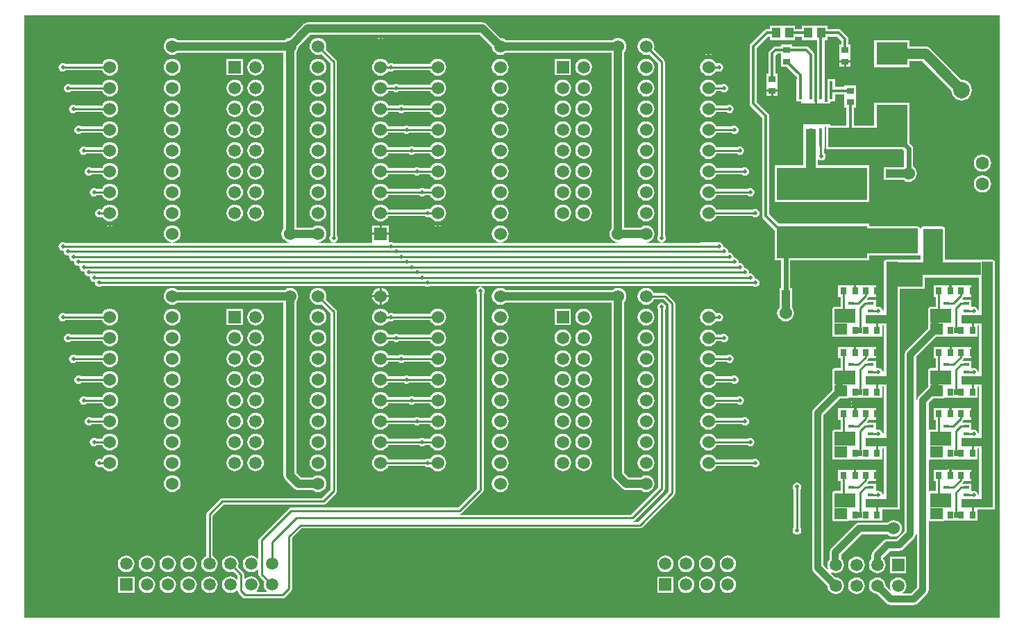
<source format=gtl>
%FSLAX43Y43*%
%MOMM*%
%SFA1B1*%

%IPPOS*%
%ADD10R,1.015998X2.539995*%
%ADD11R,0.899998X0.799998*%
%ADD12R,0.999998X1.299997*%
%ADD13R,3.099994X2.399995*%
%ADD14R,0.449999X2.199996*%
%ADD15R,0.799998X0.899998*%
%ADD16R,0.799998X0.349999*%
%ADD17R,2.539995X1.015998*%
%ADD18R,3.809992X2.793994*%
%ADD19R,10.999978X3.999992*%
%ADD20C,0.888998*%
%ADD21C,0.253999*%
%ADD22C,0.380999*%
%ADD23C,0.634999*%
%ADD24C,1.015998*%
%ADD25C,1.269997*%
%ADD26R,1.264997X3.339993*%
%ADD27R,4.444991X2.666995*%
%ADD28R,0.781998X1.736997*%
%ADD29R,3.936992X3.428993*%
%ADD30R,5.206990X4.825990*%
%ADD31R,5.079990X5.206990*%
%ADD32R,5.460989X5.333989*%
%ADD33R,5.079990X5.333989*%
%ADD34R,1.269997X4.952990*%
%ADD35R,2.412995X4.698991*%
%ADD36R,7.619985X3.047994*%
%ADD37R,2.285995X4.698991*%
%ADD38R,3.809992X0.761998*%
%ADD39R,9.651981X2.412995*%
%ADD40R,1.523997X1.396997*%
%ADD41R,2.539995X1.777996*%
%ADD42R,0.634999X0.761998*%
%ADD43R,2.539995X1.015998*%
%ADD44R,1.396997X29.971940*%
%ADD45R,1.472997X29.971940*%
%ADD46R,1.574997X1.396997*%
%ADD47R,2.590995X1.777996*%
%ADD48R,10.286979X1.650997*%
%ADD49R,2.256995X2.179996*%
%ADD50R,2.031996X2.158996*%
%ADD51R,2.031996X2.031996*%
%ADD52R,2.023996X2.158996*%
%ADD53R,3.809992X2.539995*%
%ADD54R,3.301993X2.158996*%
%ADD55R,1.142998X1.073998*%
%ADD56R,1.000998X1.073998*%
%ADD57R,1.142998X1.073998*%
%ADD58R,1.015998X1.015998*%
%ADD59R,1.171998X0.819998*%
%ADD60C,0.507999*%
%ADD61C,1.499997*%
%ADD62R,1.499997X1.499997*%
%ADD63C,1.523997*%
%ADD64C,1.777996*%
%ADD65C,1.599997*%
%ADD66C,1.999996*%
%ADD67R,1.999996X1.999996*%
%ADD68C,3.999992*%
%ADD69R,1.523997X1.523997*%
%ADD70R,1.499997X1.499997*%
%ADD71C,1.015998*%
%LNlp_led_cube_8x8x8-1*%
%LPD*%
G36*
X144772Y46107D02*
X25787D01*
Y119626*
X144772*
Y46107*
G37*
%LNlp_led_cube_8x8x8-2*%
%LPC*%
G36*
X91439Y76221D02*
X91177Y76187D01*
X90933Y76085*
X90723Y75924*
X90562Y75715*
X90461Y75470*
X90426Y75208*
X90461Y74946*
X90562Y74702*
X90723Y74492*
X90933Y74331*
X91177Y74230*
X91439Y74196*
X91701Y74230*
X91945Y74331*
X92155Y74492*
X92316Y74702*
X92417Y74946*
X92452Y75208*
X92417Y75470*
X92316Y75715*
X92155Y75924*
X91945Y76085*
X91701Y76187*
X91439Y76221*
G37*
G36*
X53974D02*
X53712Y76187D01*
X53468Y76085*
X53258Y75924*
X53097Y75715*
X52996Y75470*
X52961Y75208*
X52996Y74946*
X53097Y74702*
X53258Y74492*
X53468Y74331*
X53712Y74230*
X53974Y74196*
X54236Y74230*
X54480Y74331*
X54690Y74492*
X54851Y74702*
X54952Y74946*
X54987Y75208*
X54952Y75470*
X54851Y75715*
X54690Y75924*
X54480Y76085*
X54236Y76187*
X53974Y76221*
G37*
G36*
X109219Y76208D02*
X108954Y76173D01*
X108707Y76070*
X108494Y75908*
X108332Y75695*
X108229Y75448*
X108194Y75183*
X108229Y74918*
X108332Y74671*
X108494Y74458*
X108707Y74296*
X108954Y74193*
X109219Y74158*
X109484Y74193*
X109731Y74296*
X109944Y74458*
X110106Y74671*
X110158Y74795*
X112061*
X112196Y74704*
X112394Y74665*
X112592Y74704*
X112760Y74817*
X112873Y74985*
X112912Y75183*
X112873Y75381*
X112760Y75549*
X112592Y75662*
X112394Y75701*
X112196Y75662*
X112061Y75571*
X110158*
X110106Y75695*
X109944Y75908*
X109731Y76070*
X109484Y76173*
X109219Y76208*
G37*
G36*
X93979Y76221D02*
X93717Y76187D01*
X93473Y76085*
X93263Y75924*
X93102Y75715*
X93001Y75470*
X92966Y75208*
X93001Y74946*
X93102Y74702*
X93263Y74492*
X93473Y74331*
X93717Y74230*
X93979Y74196*
X94241Y74230*
X94485Y74331*
X94695Y74492*
X94856Y74702*
X94957Y74946*
X94992Y75208*
X94957Y75470*
X94856Y75715*
X94695Y75924*
X94485Y76085*
X94241Y76187*
X93979Y76221*
G37*
G36*
X51434D02*
X51172Y76187D01*
X50928Y76085*
X50718Y75924*
X50557Y75715*
X50456Y75470*
X50421Y75208*
X50456Y74946*
X50557Y74702*
X50718Y74492*
X50928Y74331*
X51172Y74230*
X51434Y74196*
X51696Y74230*
X51940Y74331*
X52150Y74492*
X52311Y74702*
X52412Y74946*
X52447Y75208*
X52412Y75470*
X52311Y75715*
X52150Y75924*
X51940Y76085*
X51696Y76187*
X51434Y76221*
G37*
G36*
X61594Y76208D02*
X61329Y76173D01*
X61082Y76070*
X60869Y75908*
X60707Y75695*
X60604Y75448*
X60569Y75183*
X60604Y74918*
X60707Y74671*
X60869Y74458*
X61082Y74296*
X61329Y74193*
X61594Y74158*
X61859Y74193*
X62106Y74296*
X62319Y74458*
X62481Y74671*
X62584Y74918*
X62619Y75183*
X62584Y75448*
X62481Y75695*
X62319Y75908*
X62106Y76070*
X61859Y76173*
X61594Y76208*
G37*
G36*
X43814D02*
X43549Y76173D01*
X43302Y76070*
X43089Y75908*
X42927Y75695*
X42824Y75448*
X42789Y75183*
X42824Y74918*
X42927Y74671*
X43089Y74458*
X43302Y74296*
X43549Y74193*
X43814Y74158*
X44079Y74193*
X44326Y74296*
X44539Y74458*
X44701Y74671*
X44804Y74918*
X44839Y75183*
X44804Y75448*
X44701Y75695*
X44539Y75908*
X44326Y76070*
X44079Y76173*
X43814Y76208*
G37*
G36*
X101599D02*
X101334Y76173D01*
X101087Y76070*
X100874Y75908*
X100712Y75695*
X100609Y75448*
X100574Y75183*
X100609Y74918*
X100712Y74671*
X100874Y74458*
X101087Y74296*
X101334Y74193*
X101599Y74158*
X101864Y74193*
X102111Y74296*
X102324Y74458*
X102486Y74671*
X102589Y74918*
X102624Y75183*
X102589Y75448*
X102486Y75695*
X102324Y75908*
X102111Y76070*
X101864Y76173*
X101599Y76208*
G37*
G36*
X83819D02*
X83554Y76173D01*
X83307Y76070*
X83094Y75908*
X82932Y75695*
X82829Y75448*
X82794Y75183*
X82829Y74918*
X82932Y74671*
X83094Y74458*
X83307Y74296*
X83554Y74193*
X83819Y74158*
X84084Y74193*
X84331Y74296*
X84544Y74458*
X84706Y74671*
X84809Y74918*
X84844Y75183*
X84809Y75448*
X84706Y75695*
X84544Y75908*
X84331Y76070*
X84084Y76173*
X83819Y76208*
G37*
G36*
X36194D02*
X35929Y76173D01*
X35682Y76070*
X35469Y75908*
X35307Y75695*
X35255Y75571*
X32717*
X32582Y75662*
X32384Y75701*
X32186Y75662*
X32018Y75549*
X31905Y75381*
X31866Y75183*
X31905Y74985*
X32018Y74817*
X32186Y74704*
X32384Y74665*
X32582Y74704*
X32717Y74795*
X35255*
X35307Y74671*
X35469Y74458*
X35682Y74296*
X35929Y74193*
X36194Y74158*
X36459Y74193*
X36706Y74296*
X36919Y74458*
X37081Y74671*
X37184Y74918*
X37219Y75183*
X37184Y75448*
X37081Y75695*
X36919Y75908*
X36706Y76070*
X36459Y76173*
X36194Y76208*
G37*
G36*
X53974Y78761D02*
X53712Y78727D01*
X53468Y78625*
X53258Y78464*
X53097Y78255*
X52996Y78010*
X52961Y77748*
X52996Y77486*
X53097Y77242*
X53258Y77032*
X53468Y76871*
X53712Y76770*
X53974Y76736*
X54236Y76770*
X54480Y76871*
X54690Y77032*
X54851Y77242*
X54952Y77486*
X54987Y77748*
X54952Y78010*
X54851Y78255*
X54690Y78464*
X54480Y78625*
X54236Y78727*
X53974Y78761*
G37*
G36*
X51434D02*
X51172Y78727D01*
X50928Y78625*
X50718Y78464*
X50557Y78255*
X50456Y78010*
X50421Y77748*
X50456Y77486*
X50557Y77242*
X50718Y77032*
X50928Y76871*
X51172Y76770*
X51434Y76736*
X51696Y76770*
X51940Y76871*
X52150Y77032*
X52311Y77242*
X52412Y77486*
X52447Y77748*
X52412Y78010*
X52311Y78255*
X52150Y78464*
X51940Y78625*
X51696Y78727*
X51434Y78761*
G37*
G36*
X93979D02*
X93717Y78727D01*
X93473Y78625*
X93263Y78464*
X93102Y78255*
X93001Y78010*
X92966Y77748*
X93001Y77486*
X93102Y77242*
X93263Y77032*
X93473Y76871*
X93717Y76770*
X93979Y76736*
X94241Y76770*
X94485Y76871*
X94695Y77032*
X94856Y77242*
X94957Y77486*
X94992Y77748*
X94957Y78010*
X94856Y78255*
X94695Y78464*
X94485Y78625*
X94241Y78727*
X93979Y78761*
G37*
G36*
X91439D02*
X91177Y78727D01*
X90933Y78625*
X90723Y78464*
X90562Y78255*
X90461Y78010*
X90426Y77748*
X90461Y77486*
X90562Y77242*
X90723Y77032*
X90933Y76871*
X91177Y76770*
X91439Y76736*
X91701Y76770*
X91945Y76871*
X92155Y77032*
X92316Y77242*
X92417Y77486*
X92452Y77748*
X92417Y78010*
X92316Y78255*
X92155Y78464*
X91945Y78625*
X91701Y78727*
X91439Y78761*
G37*
G36*
X101599Y78748D02*
X101334Y78713D01*
X101087Y78610*
X100874Y78448*
X100712Y78235*
X100609Y77988*
X100574Y77723*
X100609Y77458*
X100712Y77211*
X100874Y76998*
X101087Y76836*
X101334Y76733*
X101599Y76698*
X101864Y76733*
X102111Y76836*
X102324Y76998*
X102486Y77211*
X102589Y77458*
X102624Y77723*
X102589Y77988*
X102486Y78235*
X102324Y78448*
X102111Y78610*
X101864Y78713*
X101599Y78748*
G37*
G36*
X43814D02*
X43549Y78713D01*
X43302Y78610*
X43089Y78448*
X42927Y78235*
X42824Y77988*
X42789Y77723*
X42824Y77458*
X42927Y77211*
X43089Y76998*
X43302Y76836*
X43549Y76733*
X43814Y76698*
X44079Y76733*
X44326Y76836*
X44539Y76998*
X44701Y77211*
X44804Y77458*
X44839Y77723*
X44804Y77988*
X44701Y78235*
X44539Y78448*
X44326Y78610*
X44079Y78713*
X43814Y78748*
G37*
G36*
X76199Y76208D02*
X75934Y76173D01*
X75687Y76070*
X75474Y75908*
X75312Y75695*
X75260Y75571*
X72722*
X72587Y75662*
X72389Y75701*
X72191Y75662*
X72056Y75571*
X70153*
X70101Y75695*
X69939Y75908*
X69726Y76070*
X69479Y76173*
X69214Y76208*
X68949Y76173*
X68702Y76070*
X68489Y75908*
X68327Y75695*
X68224Y75448*
X68189Y75183*
X68224Y74918*
X68327Y74671*
X68489Y74458*
X68702Y74296*
X68949Y74193*
X69214Y74158*
X69479Y74193*
X69726Y74296*
X69939Y74458*
X70101Y74671*
X70153Y74795*
X72056*
X72191Y74704*
X72389Y74665*
X72587Y74704*
X72722Y74795*
X75260*
X75312Y74671*
X75474Y74458*
X75687Y74296*
X75934Y74193*
X76199Y74158*
X76464Y74193*
X76711Y74296*
X76924Y74458*
X77086Y74671*
X77189Y74918*
X77224Y75183*
X77189Y75448*
X77086Y75695*
X76924Y75908*
X76711Y76070*
X76464Y76173*
X76199Y76208*
G37*
G36*
X83819Y78748D02*
X83554Y78713D01*
X83307Y78610*
X83094Y78448*
X82932Y78235*
X82829Y77988*
X82794Y77723*
X82829Y77458*
X82932Y77211*
X83094Y76998*
X83307Y76836*
X83554Y76733*
X83819Y76698*
X84084Y76733*
X84331Y76836*
X84544Y76998*
X84706Y77211*
X84809Y77458*
X84844Y77723*
X84809Y77988*
X84706Y78235*
X84544Y78448*
X84331Y78610*
X84084Y78713*
X83819Y78748*
G37*
G36*
X61594D02*
X61329Y78713D01*
X61082Y78610*
X60869Y78448*
X60707Y78235*
X60604Y77988*
X60569Y77723*
X60604Y77458*
X60707Y77211*
X60869Y76998*
X61082Y76836*
X61329Y76733*
X61594Y76698*
X61859Y76733*
X62106Y76836*
X62319Y76998*
X62481Y77211*
X62584Y77458*
X62619Y77723*
X62584Y77988*
X62481Y78235*
X62319Y78448*
X62106Y78610*
X61859Y78713*
X61594Y78748*
G37*
G36*
X76199Y73668D02*
X75934Y73633D01*
X75687Y73530*
X75474Y73368*
X75312Y73155*
X75260Y73031*
X73357*
X73222Y73122*
X73024Y73161*
X72826Y73122*
X72691Y73031*
X70153*
X70101Y73155*
X69939Y73368*
X69726Y73530*
X69479Y73633*
X69214Y73668*
X68949Y73633*
X68702Y73530*
X68489Y73368*
X68327Y73155*
X68224Y72908*
X68189Y72643*
X68224Y72378*
X68327Y72131*
X68489Y71918*
X68702Y71756*
X68949Y71653*
X69214Y71618*
X69479Y71653*
X69726Y71756*
X69939Y71918*
X70101Y72131*
X70153Y72255*
X72691*
X72826Y72164*
X73024Y72125*
X73222Y72164*
X73357Y72255*
X75260*
X75312Y72131*
X75474Y71918*
X75687Y71756*
X75934Y71653*
X76199Y71618*
X76464Y71653*
X76711Y71756*
X76924Y71918*
X77086Y72131*
X77189Y72378*
X77224Y72643*
X77189Y72908*
X77086Y73155*
X76924Y73368*
X76711Y73530*
X76464Y73633*
X76199Y73668*
G37*
G36*
X130410Y71696D02*
X129883D01*
Y71119*
X130410*
Y71696*
G37*
G36*
X76199Y71128D02*
X75934Y71093D01*
X75687Y70990*
X75474Y70828*
X75312Y70615*
X75260Y70491*
X73992*
X73857Y70582*
X73659Y70621*
X73461Y70582*
X73326Y70491*
X70153*
X70101Y70615*
X69939Y70828*
X69726Y70990*
X69479Y71093*
X69214Y71128*
X68949Y71093*
X68702Y70990*
X68489Y70828*
X68327Y70615*
X68224Y70368*
X68189Y70103*
X68224Y69838*
X68327Y69591*
X68489Y69378*
X68702Y69216*
X68949Y69113*
X69214Y69078*
X69479Y69113*
X69726Y69216*
X69939Y69378*
X70101Y69591*
X70153Y69715*
X73326*
X73461Y69624*
X73659Y69585*
X73857Y69624*
X73992Y69715*
X75260*
X75312Y69591*
X75474Y69378*
X75687Y69216*
X75934Y69113*
X76199Y69078*
X76464Y69113*
X76711Y69216*
X76924Y69378*
X77086Y69591*
X77189Y69838*
X77224Y70103*
X77189Y70368*
X77086Y70615*
X76924Y70828*
X76711Y70990*
X76464Y71093*
X76199Y71128*
G37*
G36*
X61594Y73668D02*
X61329Y73633D01*
X61082Y73530*
X60869Y73368*
X60707Y73155*
X60604Y72908*
X60569Y72643*
X60604Y72378*
X60707Y72131*
X60869Y71918*
X61082Y71756*
X61329Y71653*
X61594Y71618*
X61859Y71653*
X62106Y71756*
X62319Y71918*
X62481Y72131*
X62584Y72378*
X62619Y72643*
X62584Y72908*
X62481Y73155*
X62319Y73368*
X62106Y73530*
X61859Y73633*
X61594Y73668*
G37*
G36*
X43814D02*
X43549Y73633D01*
X43302Y73530*
X43089Y73368*
X42927Y73155*
X42824Y72908*
X42789Y72643*
X42824Y72378*
X42927Y72131*
X43089Y71918*
X43302Y71756*
X43549Y71653*
X43814Y71618*
X44079Y71653*
X44326Y71756*
X44539Y71918*
X44701Y72131*
X44804Y72378*
X44839Y72643*
X44804Y72908*
X44701Y73155*
X44539Y73368*
X44326Y73530*
X44079Y73633*
X43814Y73668*
G37*
G36*
X36194Y71128D02*
X35929Y71093D01*
X35682Y70990*
X35469Y70828*
X35307Y70615*
X35255Y70491*
X33987*
X33852Y70582*
X33654Y70621*
X33456Y70582*
X33288Y70469*
X33175Y70301*
X33136Y70103*
X33175Y69905*
X33288Y69737*
X33456Y69624*
X33654Y69585*
X33852Y69624*
X33987Y69715*
X35255*
X35307Y69591*
X35469Y69378*
X35682Y69216*
X35929Y69113*
X36194Y69078*
X36459Y69113*
X36706Y69216*
X36919Y69378*
X37081Y69591*
X37184Y69838*
X37219Y70103*
X37184Y70368*
X37081Y70615*
X36919Y70828*
X36706Y70990*
X36459Y71093*
X36194Y71128*
G37*
G36*
X93979Y71141D02*
X93717Y71107D01*
X93473Y71005*
X93263Y70844*
X93102Y70635*
X93001Y70391*
X92966Y70128*
X93001Y69866*
X93102Y69622*
X93263Y69412*
X93473Y69251*
X93717Y69150*
X93979Y69116*
X94241Y69150*
X94485Y69251*
X94695Y69412*
X94856Y69622*
X94957Y69866*
X94992Y70128*
X94957Y70391*
X94856Y70635*
X94695Y70844*
X94485Y71005*
X94241Y71107*
X93979Y71141*
G37*
G36*
X91439D02*
X91177Y71107D01*
X90933Y71005*
X90723Y70844*
X90562Y70635*
X90461Y70391*
X90426Y70128*
X90461Y69866*
X90562Y69622*
X90723Y69412*
X90933Y69251*
X91177Y69150*
X91439Y69116*
X91701Y69150*
X91945Y69251*
X92155Y69412*
X92316Y69622*
X92417Y69866*
X92452Y70128*
X92417Y70391*
X92316Y70635*
X92155Y70844*
X91945Y71005*
X91701Y71107*
X91439Y71141*
G37*
G36*
X130410Y70865D02*
X129883D01*
Y70288*
X130410*
Y70865*
G37*
G36*
X109219Y71128D02*
X108954Y71093D01*
X108707Y70990*
X108494Y70828*
X108332Y70615*
X108229Y70368*
X108194Y70103*
X108229Y69838*
X108332Y69591*
X108494Y69378*
X108707Y69216*
X108954Y69113*
X109219Y69078*
X109484Y69113*
X109731Y69216*
X109944Y69378*
X110106Y69591*
X110158Y69715*
X113331*
X113466Y69624*
X113664Y69585*
X113862Y69624*
X114030Y69737*
X114143Y69905*
X114182Y70103*
X114143Y70301*
X114030Y70469*
X113862Y70582*
X113664Y70621*
X113466Y70582*
X113331Y70491*
X110158*
X110106Y70615*
X109944Y70828*
X109731Y70990*
X109484Y71093*
X109219Y71128*
G37*
G36*
X83819Y73668D02*
X83554Y73633D01*
X83307Y73530*
X83094Y73368*
X82932Y73155*
X82829Y72908*
X82794Y72643*
X82829Y72378*
X82932Y72131*
X83094Y71918*
X83307Y71756*
X83554Y71653*
X83819Y71618*
X84084Y71653*
X84331Y71756*
X84544Y71918*
X84706Y72131*
X84809Y72378*
X84844Y72643*
X84809Y72908*
X84706Y73155*
X84544Y73368*
X84331Y73530*
X84084Y73633*
X83819Y73668*
G37*
G36*
X126974Y72755D02*
X126902Y72741D01*
X126734Y72628*
X126622Y72460*
X126608Y72389*
X126974*
Y72755*
G37*
G36*
X109219Y73668D02*
X108954Y73633D01*
X108707Y73530*
X108494Y73368*
X108332Y73155*
X108229Y72908*
X108194Y72643*
X108229Y72378*
X108332Y72131*
X108494Y71918*
X108707Y71756*
X108954Y71653*
X109219Y71618*
X109484Y71653*
X109731Y71756*
X109944Y71918*
X110106Y72131*
X110158Y72255*
X112696*
X112831Y72164*
X113029Y72125*
X113227Y72164*
X113395Y72277*
X113508Y72445*
X113547Y72643*
X113508Y72841*
X113395Y73009*
X113227Y73122*
X113029Y73161*
X112831Y73122*
X112696Y73031*
X110158*
X110106Y73155*
X109944Y73368*
X109731Y73530*
X109484Y73633*
X109219Y73668*
G37*
G36*
X36194D02*
X35929Y73633D01*
X35682Y73530*
X35469Y73368*
X35307Y73155*
X35255Y73031*
X33352*
X33217Y73122*
X33019Y73161*
X32821Y73122*
X32653Y73009*
X32540Y72841*
X32501Y72643*
X32540Y72445*
X32653Y72277*
X32821Y72164*
X33019Y72125*
X33217Y72164*
X33352Y72255*
X35255*
X35307Y72131*
X35469Y71918*
X35682Y71756*
X35929Y71653*
X36194Y71618*
X36459Y71653*
X36706Y71756*
X36919Y71918*
X37081Y72131*
X37184Y72378*
X37219Y72643*
X37184Y72908*
X37081Y73155*
X36919Y73368*
X36706Y73530*
X36459Y73633*
X36194Y73668*
G37*
G36*
X127228Y72755D02*
Y72389D01*
X127593*
X127579Y72460*
X127467Y72628*
X127299Y72741*
X127228Y72755*
G37*
G36*
X93979Y73681D02*
X93717Y73647D01*
X93473Y73545*
X93263Y73384*
X93102Y73175*
X93001Y72931*
X92966Y72668*
X93001Y72406*
X93102Y72162*
X93263Y71952*
X93473Y71791*
X93717Y71690*
X93979Y71656*
X94241Y71690*
X94485Y71791*
X94695Y71952*
X94856Y72162*
X94957Y72406*
X94992Y72668*
X94957Y72931*
X94856Y73175*
X94695Y73384*
X94485Y73545*
X94241Y73647*
X93979Y73681*
G37*
G36*
X51434D02*
X51172Y73647D01*
X50928Y73545*
X50718Y73384*
X50557Y73175*
X50456Y72931*
X50421Y72668*
X50456Y72406*
X50557Y72162*
X50718Y71952*
X50928Y71791*
X51172Y71690*
X51434Y71656*
X51696Y71690*
X51940Y71791*
X52150Y71952*
X52311Y72162*
X52412Y72406*
X52447Y72668*
X52412Y72931*
X52311Y73175*
X52150Y73384*
X51940Y73545*
X51696Y73647*
X51434Y73681*
G37*
G36*
X101599Y73668D02*
X101334Y73633D01*
X101087Y73530*
X100874Y73368*
X100712Y73155*
X100609Y72908*
X100574Y72643*
X100609Y72378*
X100712Y72131*
X100874Y71918*
X101087Y71756*
X101334Y71653*
X101599Y71618*
X101864Y71653*
X102111Y71756*
X102324Y71918*
X102486Y72131*
X102589Y72378*
X102624Y72643*
X102589Y72908*
X102486Y73155*
X102324Y73368*
X102111Y73530*
X101864Y73633*
X101599Y73668*
G37*
G36*
X91439Y73681D02*
X91177Y73647D01*
X90933Y73545*
X90723Y73384*
X90562Y73175*
X90461Y72931*
X90426Y72668*
X90461Y72406*
X90562Y72162*
X90723Y71952*
X90933Y71791*
X91177Y71690*
X91439Y71656*
X91701Y71690*
X91945Y71791*
X92155Y71952*
X92316Y72162*
X92417Y72406*
X92452Y72668*
X92417Y72931*
X92316Y73175*
X92155Y73384*
X91945Y73545*
X91701Y73647*
X91439Y73681*
G37*
G36*
X53974D02*
X53712Y73647D01*
X53468Y73545*
X53258Y73384*
X53097Y73175*
X52996Y72931*
X52961Y72668*
X52996Y72406*
X53097Y72162*
X53258Y71952*
X53468Y71791*
X53712Y71690*
X53974Y71656*
X54236Y71690*
X54480Y71791*
X54690Y71952*
X54851Y72162*
X54952Y72406*
X54987Y72668*
X54952Y72931*
X54851Y73175*
X54690Y73384*
X54480Y73545*
X54236Y73647*
X53974Y73681*
G37*
G36*
X93979Y83841D02*
X93717Y83807D01*
X93473Y83705*
X93263Y83544*
X93102Y83335*
X93001Y83090*
X92966Y82828*
X93001Y82566*
X93102Y82322*
X93263Y82112*
X93473Y81951*
X93717Y81850*
X93979Y81816*
X94241Y81850*
X94485Y81951*
X94695Y82112*
X94856Y82322*
X94957Y82566*
X94992Y82828*
X94957Y83090*
X94856Y83335*
X94695Y83544*
X94485Y83705*
X94241Y83807*
X93979Y83841*
G37*
G36*
X53974D02*
X53712Y83807D01*
X53468Y83705*
X53258Y83544*
X53097Y83335*
X52996Y83090*
X52961Y82828*
X52996Y82566*
X53097Y82322*
X53258Y82112*
X53468Y81951*
X53712Y81850*
X53974Y81816*
X54236Y81850*
X54480Y81951*
X54690Y82112*
X54851Y82322*
X54952Y82566*
X54987Y82828*
X54952Y83090*
X54851Y83335*
X54690Y83544*
X54480Y83705*
X54236Y83807*
X53974Y83841*
G37*
G36*
X92443Y83832D02*
X90435D01*
Y81824*
X92443*
Y83832*
G37*
G36*
X52438D02*
X50430D01*
Y81824*
X52438*
Y83832*
G37*
G36*
X101599Y83828D02*
X101334Y83793D01*
X101087Y83690*
X100874Y83528*
X100712Y83315*
X100609Y83068*
X100574Y82803*
X100609Y82538*
X100712Y82291*
X100874Y82078*
X101087Y81916*
X101334Y81813*
X101599Y81778*
X101864Y81813*
X102111Y81916*
X102324Y82078*
X102486Y82291*
X102589Y82538*
X102624Y82803*
X102589Y83068*
X102486Y83315*
X102324Y83528*
X102111Y83690*
X101864Y83793*
X101599Y83828*
G37*
G36*
X43814D02*
X43549Y83793D01*
X43302Y83690*
X43089Y83528*
X42927Y83315*
X42824Y83068*
X42789Y82803*
X42824Y82538*
X42927Y82291*
X43089Y82078*
X43302Y81916*
X43549Y81813*
X43814Y81778*
X44079Y81813*
X44326Y81916*
X44539Y82078*
X44701Y82291*
X44804Y82538*
X44839Y82803*
X44804Y83068*
X44701Y83315*
X44539Y83528*
X44326Y83690*
X44079Y83793*
X43814Y83828*
G37*
G36*
X76199Y81288D02*
X75934Y81253D01*
X75687Y81150*
X75474Y80988*
X75312Y80775*
X75260Y80651*
X71452*
X71317Y80742*
X71119Y80781*
X70921Y80742*
X70786Y80651*
X70153*
X70101Y80775*
X69939Y80988*
X69726Y81150*
X69479Y81253*
X69214Y81288*
X68949Y81253*
X68702Y81150*
X68489Y80988*
X68327Y80775*
X68224Y80528*
X68189Y80263*
X68224Y79998*
X68327Y79751*
X68489Y79538*
X68702Y79376*
X68949Y79273*
X69214Y79238*
X69479Y79273*
X69726Y79376*
X69939Y79538*
X70101Y79751*
X70153Y79875*
X70786*
X70921Y79784*
X71119Y79745*
X71317Y79784*
X71452Y79875*
X75260*
X75312Y79751*
X75474Y79538*
X75687Y79376*
X75934Y79273*
X76199Y79238*
X76464Y79273*
X76711Y79376*
X76924Y79538*
X77086Y79751*
X77189Y79998*
X77224Y80263*
X77189Y80528*
X77086Y80775*
X76924Y80988*
X76711Y81150*
X76464Y81253*
X76199Y81288*
G37*
G36*
X83819Y83828D02*
X83554Y83793D01*
X83307Y83690*
X83094Y83528*
X82932Y83315*
X82829Y83068*
X82794Y82803*
X82829Y82538*
X82932Y82291*
X83094Y82078*
X83307Y81916*
X83554Y81813*
X83819Y81778*
X84084Y81813*
X84331Y81916*
X84544Y82078*
X84706Y82291*
X84809Y82538*
X84844Y82803*
X84809Y83068*
X84706Y83315*
X84544Y83528*
X84331Y83690*
X84084Y83793*
X83819Y83828*
G37*
G36*
X61594D02*
X61329Y83793D01*
X61082Y83690*
X60869Y83528*
X60707Y83315*
X60604Y83068*
X60569Y82803*
X60604Y82538*
X60707Y82291*
X60869Y82078*
X61082Y81916*
X61329Y81813*
X61594Y81778*
X61859Y81813*
X62106Y81916*
X62319Y82078*
X62481Y82291*
X62584Y82538*
X62619Y82803*
X62584Y83068*
X62481Y83315*
X62319Y83528*
X62106Y83690*
X61859Y83793*
X61594Y83828*
G37*
G36*
X109219D02*
X108954Y83793D01*
X108707Y83690*
X108494Y83528*
X108332Y83315*
X108229Y83068*
X108194Y82803*
X108229Y82538*
X108332Y82291*
X108494Y82078*
X108707Y81916*
X108954Y81813*
X109219Y81778*
X109484Y81813*
X109731Y81916*
X109944Y82078*
X110106Y82291*
X110119Y82321*
X110241Y82358*
X110291Y82324*
X110489Y82285*
X110687Y82324*
X110855Y82437*
X110968Y82605*
X111007Y82803*
X110968Y83001*
X110855Y83169*
X110687Y83282*
X110489Y83321*
X110291Y83282*
X110241Y83248*
X110119Y83285*
X110106Y83315*
X109944Y83528*
X109731Y83690*
X109484Y83793*
X109219Y83828*
G37*
G36*
X69087Y85216D02*
X68206D01*
X68224Y85078*
X68327Y84831*
X68489Y84618*
X68702Y84456*
X68949Y84353*
X69087Y84335*
Y85216*
G37*
G36*
X77215D02*
X76326D01*
Y84327*
X77215*
Y85216*
G37*
G36*
X109092D02*
X108211D01*
X108229Y85078*
X108332Y84831*
X108494Y84618*
X108707Y84456*
X108954Y84353*
X109092Y84335*
Y85216*
G37*
G36*
X70222D02*
X69341D01*
Y84335*
X69479Y84353*
X69726Y84456*
X69939Y84618*
X70101Y84831*
X70204Y85078*
X70222Y85216*
G37*
G36*
X76072D02*
X75183D01*
Y84327*
X76072*
Y85216*
G37*
G36*
X76199Y83828D02*
X75934Y83793D01*
X75687Y83690*
X75474Y83528*
X75312Y83315*
X75260Y83191*
X70817*
X70682Y83282*
X70484Y83321*
X70286Y83282*
X70236Y83248*
X70114Y83285*
X70101Y83315*
X69939Y83528*
X69726Y83690*
X69479Y83793*
X69214Y83828*
X68949Y83793*
X68702Y83690*
X68489Y83528*
X68327Y83315*
X68224Y83068*
X68189Y82803*
X68224Y82538*
X68327Y82291*
X68489Y82078*
X68702Y81916*
X68949Y81813*
X69214Y81778*
X69479Y81813*
X69726Y81916*
X69939Y82078*
X70101Y82291*
X70114Y82321*
X70236Y82358*
X70286Y82324*
X70484Y82285*
X70682Y82324*
X70817Y82415*
X75260*
X75312Y82291*
X75474Y82078*
X75687Y81916*
X75934Y81813*
X76199Y81778*
X76464Y81813*
X76711Y81916*
X76924Y82078*
X77086Y82291*
X77189Y82538*
X77224Y82803*
X77189Y83068*
X77086Y83315*
X76924Y83528*
X76711Y83690*
X76464Y83793*
X76199Y83828*
G37*
G36*
X36194D02*
X35929Y83793D01*
X35682Y83690*
X35469Y83528*
X35307Y83315*
X35255Y83191*
X30812*
X30677Y83282*
X30479Y83321*
X30281Y83282*
X30113Y83169*
X30000Y83001*
X29961Y82803*
X30000Y82605*
X30113Y82437*
X30281Y82324*
X30479Y82285*
X30677Y82324*
X30812Y82415*
X35255*
X35307Y82291*
X35469Y82078*
X35682Y81916*
X35929Y81813*
X36194Y81778*
X36459Y81813*
X36706Y81916*
X36919Y82078*
X37081Y82291*
X37184Y82538*
X37219Y82803*
X37184Y83068*
X37081Y83315*
X36919Y83528*
X36706Y83690*
X36459Y83793*
X36194Y83828*
G37*
G36*
X37210Y85216D02*
X36321D01*
Y84327*
X37210*
Y85216*
G37*
G36*
X36067D02*
X35178D01*
Y84327*
X36067*
Y85216*
G37*
G36*
X36194Y81288D02*
X35929Y81253D01*
X35682Y81150*
X35469Y80988*
X35307Y80775*
X35255Y80651*
X31447*
X31312Y80742*
X31114Y80781*
X30916Y80742*
X30748Y80629*
X30635Y80461*
X30596Y80263*
X30635Y80065*
X30748Y79897*
X30916Y79784*
X31114Y79745*
X31312Y79784*
X31447Y79875*
X35255*
X35307Y79751*
X35469Y79538*
X35682Y79376*
X35929Y79273*
X36194Y79238*
X36459Y79273*
X36706Y79376*
X36919Y79538*
X37081Y79751*
X37184Y79998*
X37219Y80263*
X37184Y80528*
X37081Y80775*
X36919Y80988*
X36706Y81150*
X36459Y81253*
X36194Y81288*
G37*
G36*
X130410Y79189D02*
X129883D01*
Y78612*
X130410*
Y79189*
G37*
G36*
X76199Y78748D02*
X75934Y78713D01*
X75687Y78610*
X75474Y78448*
X75312Y78235*
X75260Y78111*
X72087*
X71952Y78202*
X71754Y78241*
X71556Y78202*
X71421Y78111*
X70153*
X70101Y78235*
X69939Y78448*
X69726Y78610*
X69479Y78713*
X69214Y78748*
X68949Y78713*
X68702Y78610*
X68489Y78448*
X68327Y78235*
X68224Y77988*
X68189Y77723*
X68224Y77458*
X68327Y77211*
X68489Y76998*
X68702Y76836*
X68949Y76733*
X69214Y76698*
X69479Y76733*
X69726Y76836*
X69939Y76998*
X70101Y77211*
X70153Y77335*
X71421*
X71556Y77244*
X71754Y77205*
X71952Y77244*
X72087Y77335*
X75260*
X75312Y77211*
X75474Y76998*
X75687Y76836*
X75934Y76733*
X76199Y76698*
X76464Y76733*
X76711Y76836*
X76924Y76998*
X77086Y77211*
X77189Y77458*
X77224Y77723*
X77189Y77988*
X77086Y78235*
X76924Y78448*
X76711Y78610*
X76464Y78713*
X76199Y78748*
G37*
G36*
X43814Y81288D02*
X43549Y81253D01*
X43302Y81150*
X43089Y80988*
X42927Y80775*
X42824Y80528*
X42789Y80263*
X42824Y79998*
X42927Y79751*
X43089Y79538*
X43302Y79376*
X43549Y79273*
X43814Y79238*
X44079Y79273*
X44326Y79376*
X44539Y79538*
X44701Y79751*
X44804Y79998*
X44839Y80263*
X44804Y80528*
X44701Y80775*
X44539Y80988*
X44326Y81150*
X44079Y81253*
X43814Y81288*
G37*
G36*
X119625Y80390D02*
X117609D01*
X117627Y80252*
X117730Y80005*
X117855Y79841*
Y79120*
X119379*
Y79841*
X119504Y80005*
X119607Y80252*
X119625Y80390*
G37*
G36*
X36194Y78748D02*
X35929Y78713D01*
X35682Y78610*
X35469Y78448*
X35307Y78235*
X35255Y78111*
X32082*
X31947Y78202*
X31749Y78241*
X31551Y78202*
X31383Y78089*
X31270Y77921*
X31231Y77723*
X31270Y77525*
X31383Y77357*
X31551Y77244*
X31749Y77205*
X31947Y77244*
X32082Y77335*
X35255*
X35307Y77211*
X35469Y76998*
X35682Y76836*
X35929Y76733*
X36194Y76698*
X36459Y76733*
X36706Y76836*
X36919Y76998*
X37081Y77211*
X37184Y77458*
X37219Y77723*
X37184Y77988*
X37081Y78235*
X36919Y78448*
X36706Y78610*
X36459Y78713*
X36194Y78748*
G37*
G36*
X118490Y78866D02*
X117855D01*
Y77469*
X118490*
Y78866*
G37*
G36*
X109219Y78748D02*
X108954Y78713D01*
X108707Y78610*
X108494Y78448*
X108332Y78235*
X108229Y77988*
X108194Y77723*
X108229Y77458*
X108332Y77211*
X108494Y76998*
X108707Y76836*
X108954Y76733*
X109219Y76698*
X109484Y76733*
X109731Y76836*
X109944Y76998*
X110106Y77211*
X110158Y77335*
X111426*
X111561Y77244*
X111759Y77205*
X111957Y77244*
X112125Y77357*
X112238Y77525*
X112277Y77723*
X112238Y77921*
X112125Y78089*
X111957Y78202*
X111759Y78241*
X111561Y78202*
X111426Y78111*
X110158*
X110106Y78235*
X109944Y78448*
X109731Y78610*
X109484Y78713*
X109219Y78748*
G37*
G36*
X130410Y78358D02*
X129883D01*
Y77781*
X130410*
Y78358*
G37*
G36*
X119379Y78866D02*
X118744D01*
Y77469*
X119379*
Y78866*
G37*
G36*
X61594Y81288D02*
X61329Y81253D01*
X61082Y81150*
X60869Y80988*
X60707Y80775*
X60604Y80528*
X60569Y80263*
X60604Y79998*
X60707Y79751*
X60869Y79538*
X61082Y79376*
X61329Y79273*
X61594Y79238*
X61859Y79273*
X62106Y79376*
X62319Y79538*
X62481Y79751*
X62584Y79998*
X62619Y80263*
X62584Y80528*
X62481Y80775*
X62319Y80988*
X62106Y81150*
X61859Y81253*
X61594Y81288*
G37*
G36*
X109219D02*
X108954Y81253D01*
X108707Y81150*
X108494Y80988*
X108332Y80775*
X108229Y80528*
X108194Y80263*
X108229Y79998*
X108332Y79751*
X108494Y79538*
X108707Y79376*
X108954Y79273*
X109219Y79238*
X109484Y79273*
X109731Y79376*
X109944Y79538*
X110106Y79751*
X110158Y79875*
X110791*
X110926Y79784*
X111124Y79745*
X111322Y79784*
X111490Y79897*
X111603Y80065*
X111642Y80263*
X111603Y80461*
X111490Y80629*
X111322Y80742*
X111124Y80781*
X110926Y80742*
X110791Y80651*
X110158*
X110106Y80775*
X109944Y80988*
X109731Y81150*
X109484Y81253*
X109219Y81288*
G37*
G36*
X93979Y81301D02*
X93717Y81267D01*
X93473Y81165*
X93263Y81004*
X93102Y80795*
X93001Y80550*
X92966Y80288*
X93001Y80026*
X93102Y79782*
X93263Y79572*
X93473Y79411*
X93717Y79310*
X93979Y79276*
X94241Y79310*
X94485Y79411*
X94695Y79572*
X94856Y79782*
X94957Y80026*
X94992Y80288*
X94957Y80550*
X94856Y80795*
X94695Y81004*
X94485Y81165*
X94241Y81267*
X93979Y81301*
G37*
G36*
X118744Y81525D02*
Y80644D01*
X119625*
X119607Y80782*
X119504Y81029*
X119342Y81242*
X119129Y81404*
X118882Y81507*
X118744Y81525*
G37*
G36*
X118490D02*
X118352Y81507D01*
X118105Y81404*
X117892Y81242*
X117730Y81029*
X117627Y80782*
X117609Y80644*
X118490*
Y81525*
G37*
G36*
X91439Y81301D02*
X91177Y81267D01*
X90933Y81165*
X90723Y81004*
X90562Y80795*
X90461Y80550*
X90426Y80288*
X90461Y80026*
X90562Y79782*
X90723Y79572*
X90933Y79411*
X91177Y79310*
X91439Y79276*
X91701Y79310*
X91945Y79411*
X92155Y79572*
X92316Y79782*
X92417Y80026*
X92452Y80288*
X92417Y80550*
X92316Y80795*
X92155Y81004*
X91945Y81165*
X91701Y81267*
X91439Y81301*
G37*
G36*
X101599Y81288D02*
X101334Y81253D01*
X101087Y81150*
X100874Y80988*
X100712Y80775*
X100609Y80528*
X100574Y80263*
X100609Y79998*
X100712Y79751*
X100874Y79538*
X101087Y79376*
X101334Y79273*
X101599Y79238*
X101864Y79273*
X102111Y79376*
X102324Y79538*
X102486Y79751*
X102589Y79998*
X102624Y80263*
X102589Y80528*
X102486Y80775*
X102324Y80988*
X102111Y81150*
X101864Y81253*
X101599Y81288*
G37*
G36*
X83819D02*
X83554Y81253D01*
X83307Y81150*
X83094Y80988*
X82932Y80775*
X82829Y80528*
X82794Y80263*
X82829Y79998*
X82932Y79751*
X83094Y79538*
X83307Y79376*
X83554Y79273*
X83819Y79238*
X84084Y79273*
X84331Y79376*
X84544Y79538*
X84706Y79751*
X84809Y79998*
X84844Y80263*
X84809Y80528*
X84706Y80775*
X84544Y80988*
X84331Y81150*
X84084Y81253*
X83819Y81288*
G37*
G36*
X53974Y81301D02*
X53712Y81267D01*
X53468Y81165*
X53258Y81004*
X53097Y80795*
X52996Y80550*
X52961Y80288*
X52996Y80026*
X53097Y79782*
X53258Y79572*
X53468Y79411*
X53712Y79310*
X53974Y79276*
X54236Y79310*
X54480Y79411*
X54690Y79572*
X54851Y79782*
X54952Y80026*
X54987Y80288*
X54952Y80550*
X54851Y80795*
X54690Y81004*
X54480Y81165*
X54236Y81267*
X53974Y81301*
G37*
G36*
X51434D02*
X51172Y81267D01*
X50928Y81165*
X50718Y81004*
X50557Y80795*
X50456Y80550*
X50421Y80288*
X50456Y80026*
X50557Y79782*
X50718Y79572*
X50928Y79411*
X51172Y79310*
X51434Y79276*
X51696Y79310*
X51940Y79411*
X52150Y79572*
X52311Y79782*
X52412Y80026*
X52447Y80288*
X52412Y80550*
X52311Y80795*
X52150Y81004*
X51940Y81165*
X51696Y81267*
X51434Y81301*
G37*
G36*
X109041Y53717D02*
X108779Y53682D01*
X108535Y53581*
X108325Y53420*
X108164Y53210*
X108063Y52966*
X108029Y52704*
X108063Y52442*
X108164Y52198*
X108325Y51988*
X108535Y51827*
X108779Y51726*
X109041Y51691*
X109303Y51726*
X109548Y51827*
X109757Y51988*
X109918Y52198*
X110019Y52442*
X110054Y52704*
X110019Y52966*
X109918Y53210*
X109757Y53420*
X109548Y53581*
X109303Y53682*
X109041Y53717*
G37*
G36*
X106501D02*
X106239Y53682D01*
X105995Y53581*
X105785Y53420*
X105624Y53210*
X105523Y52966*
X105489Y52704*
X105523Y52442*
X105624Y52198*
X105785Y51988*
X105995Y51827*
X106239Y51726*
X106501Y51691*
X106763Y51726*
X107008Y51827*
X107217Y51988*
X107378Y52198*
X107479Y52442*
X107514Y52704*
X107479Y52966*
X107378Y53210*
X107217Y53420*
X107008Y53581*
X106763Y53682*
X106501Y53717*
G37*
G36*
X120014Y62630D02*
X119816Y62590D01*
X119648Y62478*
X119535Y62310*
X119496Y62112*
X119535Y61914*
X119626Y61779*
Y57101*
X119535Y56966*
X119496Y56768*
X119535Y56570*
X119648Y56402*
X119816Y56289*
X120014Y56250*
X120212Y56289*
X120380Y56402*
X120493Y56570*
X120532Y56768*
X120493Y56966*
X120402Y57101*
Y61779*
X120493Y61914*
X120532Y62112*
X120493Y62310*
X120380Y62478*
X120212Y62590*
X120014Y62630*
G37*
G36*
X111581Y53717D02*
X111319Y53682D01*
X111075Y53581*
X110865Y53420*
X110704Y53210*
X110603Y52966*
X110569Y52704*
X110603Y52442*
X110704Y52198*
X110865Y51988*
X111075Y51827*
X111319Y51726*
X111581Y51691*
X111843Y51726*
X112088Y51827*
X112297Y51988*
X112458Y52198*
X112559Y52442*
X112594Y52704*
X112559Y52966*
X112458Y53210*
X112297Y53420*
X112088Y53581*
X111843Y53682*
X111581Y53717*
G37*
G36*
X103961D02*
X103699Y53682D01*
X103455Y53581*
X103245Y53420*
X103084Y53210*
X102983Y52966*
X102949Y52704*
X102983Y52442*
X103084Y52198*
X103245Y51988*
X103455Y51827*
X103699Y51726*
X103961Y51691*
X104223Y51726*
X104468Y51827*
X104677Y51988*
X104838Y52198*
X104939Y52442*
X104974Y52704*
X104939Y52966*
X104838Y53210*
X104677Y53420*
X104468Y53581*
X104223Y53682*
X103961Y53717*
G37*
G36*
X40741D02*
X40478Y53682D01*
X40234Y53581*
X40025Y53420*
X39864Y53210*
X39762Y52966*
X39728Y52704*
X39762Y52442*
X39864Y52198*
X40025Y51988*
X40234Y51827*
X40478Y51726*
X40741Y51691*
X41003Y51726*
X41247Y51827*
X41457Y51988*
X41618Y52198*
X41719Y52442*
X41753Y52704*
X41719Y52966*
X41618Y53210*
X41457Y53420*
X41247Y53581*
X41003Y53682*
X40741Y53717*
G37*
G36*
X38201D02*
X37938Y53682D01*
X37694Y53581*
X37485Y53420*
X37324Y53210*
X37222Y52966*
X37188Y52704*
X37222Y52442*
X37324Y52198*
X37485Y51988*
X37694Y51827*
X37938Y51726*
X38201Y51691*
X38463Y51726*
X38707Y51827*
X38917Y51988*
X39078Y52198*
X39179Y52442*
X39213Y52704*
X39179Y52966*
X39078Y53210*
X38917Y53420*
X38707Y53581*
X38463Y53682*
X38201Y53717*
G37*
G36*
X45821D02*
X45559Y53682D01*
X45314Y53581*
X45105Y53420*
X44944Y53210*
X44842Y52966*
X44808Y52704*
X44842Y52442*
X44944Y52198*
X45105Y51988*
X45314Y51827*
X45559Y51726*
X45821Y51691*
X46083Y51726*
X46327Y51827*
X46537Y51988*
X46698Y52198*
X46799Y52442*
X46833Y52704*
X46799Y52966*
X46698Y53210*
X46537Y53420*
X46327Y53581*
X46083Y53682*
X45821Y53717*
G37*
G36*
X43281D02*
X43019Y53682D01*
X42774Y53581*
X42565Y53420*
X42404Y53210*
X42302Y52966*
X42268Y52704*
X42302Y52442*
X42404Y52198*
X42565Y51988*
X42774Y51827*
X43019Y51726*
X43281Y51691*
X43543Y51726*
X43787Y51827*
X43997Y51988*
X44158Y52198*
X44259Y52442*
X44293Y52704*
X44259Y52966*
X44158Y53210*
X43997Y53420*
X43787Y53581*
X43543Y53682*
X43281Y53717*
G37*
G36*
X61594Y86368D02*
X61329Y86333D01*
X61082Y86230*
X60869Y86068*
X60707Y85855*
X60604Y85608*
X60569Y85343*
X60604Y85078*
X60707Y84831*
X60869Y84618*
X61082Y84456*
X61329Y84353*
X61594Y84318*
X61859Y84353*
X61983Y84404*
X63111Y83277*
Y61755*
X62068Y60712*
X49910*
X49761Y60683*
X49635Y60599*
X48086Y59049*
X48002Y58923*
X47972Y58775*
Y53630*
X47854Y53581*
X47645Y53420*
X47484Y53210*
X47382Y52966*
X47348Y52704*
X47382Y52442*
X47484Y52198*
X47645Y51988*
X47854Y51827*
X48098Y51726*
X48361Y51691*
X48623Y51726*
X48867Y51827*
X49077Y51988*
X49238Y52198*
X49339Y52442*
X49373Y52704*
X49339Y52966*
X49238Y53210*
X49077Y53420*
X48867Y53581*
X48749Y53630*
Y58614*
X50071Y59936*
X62229*
X62378Y59965*
X62504Y60049*
X63774Y61319*
X63858Y61445*
X63887Y61594*
Y83438*
X63858Y83587*
X63774Y83713*
X62533Y84954*
X62584Y85078*
X62619Y85343*
X62584Y85608*
X62481Y85855*
X62319Y86068*
X62106Y86230*
X61859Y86333*
X61594Y86368*
G37*
G36*
X36067Y62356D02*
X35186D01*
X35204Y62218*
X35307Y61971*
X35469Y61758*
X35682Y61596*
X35929Y61493*
X36067Y61475*
Y62356*
G37*
G36*
X110235D02*
X109346D01*
Y61467*
X110235*
Y62356*
G37*
G36*
X76072D02*
X75191D01*
X75209Y62218*
X75312Y61971*
X75474Y61758*
X75687Y61596*
X75934Y61493*
X76072Y61475*
Y62356*
G37*
G36*
X37202D02*
X36321D01*
Y61475*
X36459Y61493*
X36706Y61596*
X36919Y61758*
X37081Y61971*
X37184Y62218*
X37202Y62356*
G37*
G36*
X109092D02*
X108203D01*
Y61467*
X109092*
Y62356*
G37*
G36*
X83819Y63508D02*
X83554Y63473D01*
X83307Y63370*
X83094Y63208*
X82932Y62995*
X82829Y62748*
X82794Y62483*
X82829Y62218*
X82932Y61971*
X83094Y61758*
X83307Y61596*
X83554Y61493*
X83819Y61458*
X84084Y61493*
X84331Y61596*
X84544Y61758*
X84706Y61971*
X84809Y62218*
X84844Y62483*
X84809Y62748*
X84706Y62995*
X84544Y63208*
X84331Y63370*
X84084Y63473*
X83819Y63508*
G37*
G36*
X43814D02*
X43549Y63473D01*
X43302Y63370*
X43089Y63208*
X42927Y62995*
X42824Y62748*
X42789Y62483*
X42824Y62218*
X42927Y61971*
X43089Y61758*
X43302Y61596*
X43549Y61493*
X43814Y61458*
X44079Y61493*
X44326Y61596*
X44539Y61758*
X44701Y61971*
X44804Y62218*
X44839Y62483*
X44804Y62748*
X44701Y62995*
X44539Y63208*
X44326Y63370*
X44079Y63473*
X43814Y63508*
G37*
G36*
X70230Y62356D02*
X69341D01*
Y61467*
X70230*
Y62356*
G37*
G36*
X69087D02*
X68198D01*
Y61467*
X69087*
Y62356*
G37*
G36*
X133337Y53581D02*
X131329D01*
Y51573*
X133337*
Y53581*
G37*
G36*
X43281Y51177D02*
X43019Y51142D01*
X42774Y51041*
X42565Y50880*
X42404Y50670*
X42302Y50426*
X42268Y50164*
X42302Y49902*
X42404Y49658*
X42565Y49448*
X42774Y49287*
X43019Y49186*
X43281Y49151*
X43543Y49186*
X43787Y49287*
X43997Y49448*
X44158Y49658*
X44259Y49902*
X44293Y50164*
X44259Y50426*
X44158Y50670*
X43997Y50880*
X43787Y51041*
X43543Y51142*
X43281Y51177*
G37*
G36*
X40741D02*
X40478Y51142D01*
X40234Y51041*
X40025Y50880*
X39864Y50670*
X39762Y50426*
X39728Y50164*
X39762Y49902*
X39864Y49658*
X40025Y49448*
X40234Y49287*
X40478Y49186*
X40741Y49151*
X41003Y49186*
X41247Y49287*
X41457Y49448*
X41618Y49658*
X41719Y49902*
X41753Y50164*
X41719Y50426*
X41618Y50670*
X41457Y50880*
X41247Y51041*
X41003Y51142*
X40741Y51177*
G37*
G36*
X48361D02*
X48098Y51142D01*
X47854Y51041*
X47645Y50880*
X47484Y50670*
X47382Y50426*
X47348Y50164*
X47382Y49902*
X47484Y49658*
X47645Y49448*
X47854Y49287*
X48098Y49186*
X48361Y49151*
X48623Y49186*
X48867Y49287*
X49077Y49448*
X49238Y49658*
X49339Y49902*
X49373Y50164*
X49339Y50426*
X49238Y50670*
X49077Y50880*
X48867Y51041*
X48623Y51142*
X48361Y51177*
G37*
G36*
X45821D02*
X45559Y51142D01*
X45314Y51041*
X45105Y50880*
X44944Y50670*
X44842Y50426*
X44808Y50164*
X44842Y49902*
X44944Y49658*
X45105Y49448*
X45314Y49287*
X45559Y49186*
X45821Y49151*
X46083Y49186*
X46327Y49287*
X46537Y49448*
X46698Y49658*
X46799Y49902*
X46833Y50164*
X46799Y50426*
X46698Y50670*
X46537Y50880*
X46327Y51041*
X46083Y51142*
X45821Y51177*
G37*
G36*
X127253Y51050D02*
X126991Y51015D01*
X126747Y50914*
X126537Y50753*
X126376Y50543*
X126275Y50299*
X126240Y50037*
X126275Y49775*
X126376Y49531*
X126537Y49321*
X126747Y49160*
X126991Y49059*
X127253Y49024*
X127515Y49059*
X127759Y49160*
X127969Y49321*
X128130Y49531*
X128231Y49775*
X128266Y50037*
X128231Y50299*
X128130Y50543*
X127969Y50753*
X127759Y50914*
X127515Y51015*
X127253Y51050*
G37*
G36*
X31461Y49402D02*
X29336D01*
Y47277*
X29651Y47308*
X30076Y47437*
X30467Y47646*
X30811Y47927*
X31092Y48271*
X31301Y48662*
X31430Y49087*
X31461Y49402*
G37*
G36*
X29082D02*
X26957D01*
X26988Y49087*
X27117Y48662*
X27326Y48271*
X27607Y47927*
X27951Y47646*
X28342Y47437*
X28767Y47308*
X29082Y47277*
Y49402*
G37*
G36*
X143602D02*
X141477D01*
Y47277*
X141792Y47308*
X142217Y47437*
X142608Y47646*
X142952Y47927*
X143233Y48271*
X143442Y48662*
X143571Y49087*
X143602Y49402*
G37*
G36*
X141223D02*
X139098D01*
X139129Y49087*
X139257Y48662*
X139467Y48271*
X139748Y47927*
X140092Y47646*
X140483Y47437*
X140908Y47308*
X141223Y47277*
Y49402*
G37*
G36*
X106501Y51177D02*
X106239Y51142D01*
X105995Y51041*
X105785Y50880*
X105624Y50670*
X105523Y50426*
X105489Y50164*
X105523Y49902*
X105624Y49658*
X105785Y49448*
X105995Y49287*
X106239Y49186*
X106501Y49151*
X106763Y49186*
X107008Y49287*
X107217Y49448*
X107378Y49658*
X107479Y49902*
X107514Y50164*
X107479Y50426*
X107378Y50670*
X107217Y50880*
X107008Y51041*
X106763Y51142*
X106501Y51177*
G37*
G36*
X141223Y51781D02*
X140908Y51750D01*
X140483Y51622*
X140092Y51412*
X139748Y51131*
X139467Y50787*
X139257Y50396*
X139129Y49971*
X139098Y49656*
X141223*
Y51781*
G37*
G36*
X29336D02*
Y49656D01*
X31461*
X31430Y49971*
X31301Y50396*
X31092Y50787*
X30811Y51131*
X30467Y51412*
X30076Y51622*
X29651Y51750*
X29336Y51781*
G37*
G36*
X127253Y53590D02*
X126991Y53555D01*
X126747Y53454*
X126537Y53293*
X126376Y53083*
X126275Y52839*
X126240Y52577*
X126275Y52315*
X126376Y52071*
X126537Y51861*
X126747Y51700*
X126991Y51599*
X127253Y51564*
X127515Y51599*
X127759Y51700*
X127969Y51861*
X128130Y52071*
X128231Y52315*
X128266Y52577*
X128231Y52839*
X128130Y53083*
X127969Y53293*
X127759Y53454*
X127515Y53555*
X127253Y53590*
G37*
G36*
X141477Y51781D02*
Y49656D01*
X143602*
X143571Y49971*
X143442Y50396*
X143233Y50787*
X142952Y51131*
X142608Y51412*
X142217Y51622*
X141792Y51750*
X141477Y51781*
G37*
G36*
X29082D02*
X28767Y51750D01*
X28342Y51622*
X27951Y51412*
X27607Y51131*
X27326Y50787*
X27117Y50396*
X26988Y49971*
X26957Y49656*
X29082*
Y51781*
G37*
G36*
X111581Y51177D02*
X111319Y51142D01*
X111075Y51041*
X110865Y50880*
X110704Y50670*
X110603Y50426*
X110569Y50164*
X110603Y49902*
X110704Y49658*
X110865Y49448*
X111075Y49287*
X111319Y49186*
X111581Y49151*
X111843Y49186*
X112088Y49287*
X112297Y49448*
X112458Y49658*
X112559Y49902*
X112594Y50164*
X112559Y50426*
X112458Y50670*
X112297Y50880*
X112088Y51041*
X111843Y51142*
X111581Y51177*
G37*
G36*
X109041D02*
X108779Y51142D01*
X108535Y51041*
X108325Y50880*
X108164Y50670*
X108063Y50426*
X108029Y50164*
X108063Y49902*
X108164Y49658*
X108325Y49448*
X108535Y49287*
X108779Y49186*
X109041Y49151*
X109303Y49186*
X109548Y49287*
X109757Y49448*
X109918Y49658*
X110019Y49902*
X110054Y50164*
X110019Y50426*
X109918Y50670*
X109757Y50880*
X109548Y51041*
X109303Y51142*
X109041Y51177*
G37*
G36*
X104965Y51168D02*
X102957D01*
Y49160*
X104965*
Y51168*
G37*
G36*
X39205D02*
X37197D01*
Y49160*
X39205*
Y51168*
G37*
G36*
X51434Y68601D02*
X51172Y68567D01*
X50928Y68465*
X50718Y68304*
X50557Y68095*
X50456Y67851*
X50421Y67588*
X50456Y67326*
X50557Y67082*
X50718Y66872*
X50928Y66711*
X51172Y66610*
X51434Y66576*
X51696Y66610*
X51940Y66711*
X52150Y66872*
X52311Y67082*
X52412Y67326*
X52447Y67588*
X52412Y67851*
X52311Y68095*
X52150Y68304*
X51940Y68465*
X51696Y68567*
X51434Y68601*
G37*
G36*
X101599Y68588D02*
X101334Y68553D01*
X101087Y68450*
X100874Y68288*
X100712Y68075*
X100609Y67828*
X100574Y67563*
X100609Y67298*
X100712Y67051*
X100874Y66838*
X101087Y66676*
X101334Y66573*
X101599Y66538*
X101864Y66573*
X102111Y66676*
X102324Y66838*
X102486Y67051*
X102589Y67298*
X102624Y67563*
X102589Y67828*
X102486Y68075*
X102324Y68288*
X102111Y68450*
X101864Y68553*
X101599Y68588*
G37*
G36*
X91439Y68601D02*
X91177Y68567D01*
X90933Y68465*
X90723Y68304*
X90562Y68095*
X90461Y67851*
X90426Y67588*
X90461Y67326*
X90562Y67082*
X90723Y66872*
X90933Y66711*
X91177Y66610*
X91439Y66576*
X91701Y66610*
X91945Y66711*
X92155Y66872*
X92316Y67082*
X92417Y67326*
X92452Y67588*
X92417Y67851*
X92316Y68095*
X92155Y68304*
X91945Y68465*
X91701Y68567*
X91439Y68601*
G37*
G36*
X53974D02*
X53712Y68567D01*
X53468Y68465*
X53258Y68304*
X53097Y68095*
X52996Y67851*
X52961Y67588*
X52996Y67326*
X53097Y67082*
X53258Y66872*
X53468Y66711*
X53712Y66610*
X53974Y66576*
X54236Y66610*
X54480Y66711*
X54690Y66872*
X54851Y67082*
X54952Y67326*
X54987Y67588*
X54952Y67851*
X54851Y68095*
X54690Y68304*
X54480Y68465*
X54236Y68567*
X53974Y68601*
G37*
G36*
X83819Y68588D02*
X83554Y68553D01*
X83307Y68450*
X83094Y68288*
X82932Y68075*
X82829Y67828*
X82794Y67563*
X82829Y67298*
X82932Y67051*
X83094Y66838*
X83307Y66676*
X83554Y66573*
X83819Y66538*
X84084Y66573*
X84331Y66676*
X84544Y66838*
X84706Y67051*
X84809Y67298*
X84844Y67563*
X84809Y67828*
X84706Y68075*
X84544Y68288*
X84331Y68450*
X84084Y68553*
X83819Y68588*
G37*
G36*
X76199Y66048D02*
X75934Y66013D01*
X75687Y65910*
X75474Y65748*
X75312Y65535*
X75299Y65505*
X75177Y65468*
X75127Y65502*
X74929Y65541*
X74731Y65502*
X74596Y65411*
X70153*
X70101Y65535*
X69939Y65748*
X69726Y65910*
X69479Y66013*
X69214Y66048*
X68949Y66013*
X68702Y65910*
X68489Y65748*
X68327Y65535*
X68224Y65288*
X68189Y65023*
X68224Y64758*
X68327Y64511*
X68489Y64298*
X68702Y64136*
X68949Y64033*
X69214Y63998*
X69479Y64033*
X69726Y64136*
X69939Y64298*
X70101Y64511*
X70153Y64635*
X74596*
X74731Y64544*
X74929Y64505*
X75127Y64544*
X75177Y64578*
X75299Y64541*
X75312Y64511*
X75474Y64298*
X75687Y64136*
X75934Y64033*
X76199Y63998*
X76464Y64033*
X76711Y64136*
X76924Y64298*
X77086Y64511*
X77189Y64758*
X77224Y65023*
X77189Y65288*
X77086Y65535*
X76924Y65748*
X76711Y65910*
X76464Y66013*
X76199Y66048*
G37*
G36*
X36194D02*
X35929Y66013D01*
X35682Y65910*
X35469Y65748*
X35307Y65535*
X35294Y65505*
X35172Y65468*
X35122Y65502*
X34924Y65541*
X34726Y65502*
X34558Y65389*
X34445Y65221*
X34406Y65023*
X34445Y64825*
X34558Y64657*
X34726Y64544*
X34924Y64505*
X35122Y64544*
X35172Y64578*
X35294Y64541*
X35307Y64511*
X35469Y64298*
X35682Y64136*
X35929Y64033*
X36194Y63998*
X36459Y64033*
X36706Y64136*
X36919Y64298*
X37081Y64511*
X37184Y64758*
X37219Y65023*
X37184Y65288*
X37081Y65535*
X36919Y65748*
X36706Y65910*
X36459Y66013*
X36194Y66048*
G37*
G36*
X61594Y68588D02*
X61329Y68553D01*
X61082Y68450*
X60869Y68288*
X60707Y68075*
X60604Y67828*
X60569Y67563*
X60604Y67298*
X60707Y67051*
X60869Y66838*
X61082Y66676*
X61329Y66573*
X61594Y66538*
X61859Y66573*
X62106Y66676*
X62319Y66838*
X62481Y67051*
X62584Y67298*
X62619Y67563*
X62584Y67828*
X62481Y68075*
X62319Y68288*
X62106Y68450*
X61859Y68553*
X61594Y68588*
G37*
G36*
X43814D02*
X43549Y68553D01*
X43302Y68450*
X43089Y68288*
X42927Y68075*
X42824Y67828*
X42789Y67563*
X42824Y67298*
X42927Y67051*
X43089Y66838*
X43302Y66676*
X43549Y66573*
X43814Y66538*
X44079Y66573*
X44326Y66676*
X44539Y66838*
X44701Y67051*
X44804Y67298*
X44839Y67563*
X44804Y67828*
X44701Y68075*
X44539Y68288*
X44326Y68450*
X44079Y68553*
X43814Y68588*
G37*
G36*
X93979Y68601D02*
X93717Y68567D01*
X93473Y68465*
X93263Y68304*
X93102Y68095*
X93001Y67851*
X92966Y67588*
X93001Y67326*
X93102Y67082*
X93263Y66872*
X93473Y66711*
X93717Y66610*
X93979Y66576*
X94241Y66610*
X94485Y66711*
X94695Y66872*
X94856Y67082*
X94957Y67326*
X94992Y67588*
X94957Y67851*
X94856Y68095*
X94695Y68304*
X94485Y68465*
X94241Y68567*
X93979Y68601*
G37*
G36*
X101599Y71128D02*
X101334Y71093D01*
X101087Y70990*
X100874Y70828*
X100712Y70615*
X100609Y70368*
X100574Y70103*
X100609Y69838*
X100712Y69591*
X100874Y69378*
X101087Y69216*
X101334Y69113*
X101599Y69078*
X101864Y69113*
X102111Y69216*
X102324Y69378*
X102486Y69591*
X102589Y69838*
X102624Y70103*
X102589Y70368*
X102486Y70615*
X102324Y70828*
X102111Y70990*
X101864Y71093*
X101599Y71128*
G37*
G36*
X83819D02*
X83554Y71093D01*
X83307Y70990*
X83094Y70828*
X82932Y70615*
X82829Y70368*
X82794Y70103*
X82829Y69838*
X82932Y69591*
X83094Y69378*
X83307Y69216*
X83554Y69113*
X83819Y69078*
X84084Y69113*
X84331Y69216*
X84544Y69378*
X84706Y69591*
X84809Y69838*
X84844Y70103*
X84809Y70368*
X84706Y70615*
X84544Y70828*
X84331Y70990*
X84084Y71093*
X83819Y71128*
G37*
G36*
X53974Y71141D02*
X53712Y71107D01*
X53468Y71005*
X53258Y70844*
X53097Y70635*
X52996Y70391*
X52961Y70128*
X52996Y69866*
X53097Y69622*
X53258Y69412*
X53468Y69251*
X53712Y69150*
X53974Y69116*
X54236Y69150*
X54480Y69251*
X54690Y69412*
X54851Y69622*
X54952Y69866*
X54987Y70128*
X54952Y70391*
X54851Y70635*
X54690Y70844*
X54480Y71005*
X54236Y71107*
X53974Y71141*
G37*
G36*
X51434D02*
X51172Y71107D01*
X50928Y71005*
X50718Y70844*
X50557Y70635*
X50456Y70391*
X50421Y70128*
X50456Y69866*
X50557Y69622*
X50718Y69412*
X50928Y69251*
X51172Y69150*
X51434Y69116*
X51696Y69150*
X51940Y69251*
X52150Y69412*
X52311Y69622*
X52412Y69866*
X52447Y70128*
X52412Y70391*
X52311Y70635*
X52150Y70844*
X51940Y71005*
X51696Y71107*
X51434Y71141*
G37*
G36*
X61594Y71128D02*
X61329Y71093D01*
X61082Y70990*
X60869Y70828*
X60707Y70615*
X60604Y70368*
X60569Y70103*
X60604Y69838*
X60707Y69591*
X60869Y69378*
X61082Y69216*
X61329Y69113*
X61594Y69078*
X61859Y69113*
X62106Y69216*
X62319Y69378*
X62481Y69591*
X62584Y69838*
X62619Y70103*
X62584Y70368*
X62481Y70615*
X62319Y70828*
X62106Y70990*
X61859Y71093*
X61594Y71128*
G37*
G36*
X36194Y68588D02*
X35929Y68553D01*
X35682Y68450*
X35469Y68288*
X35307Y68075*
X35255Y67951*
X34622*
X34487Y68042*
X34289Y68081*
X34091Y68042*
X33923Y67929*
X33810Y67761*
X33771Y67563*
X33810Y67365*
X33923Y67197*
X34091Y67084*
X34289Y67045*
X34487Y67084*
X34622Y67175*
X35255*
X35307Y67051*
X35469Y66838*
X35682Y66676*
X35929Y66573*
X36194Y66538*
X36459Y66573*
X36706Y66676*
X36919Y66838*
X37081Y67051*
X37184Y67298*
X37219Y67563*
X37184Y67828*
X37081Y68075*
X36919Y68288*
X36706Y68450*
X36459Y68553*
X36194Y68588*
G37*
G36*
X109219D02*
X108954Y68553D01*
X108707Y68450*
X108494Y68288*
X108332Y68075*
X108229Y67828*
X108194Y67563*
X108229Y67298*
X108332Y67051*
X108494Y66838*
X108707Y66676*
X108954Y66573*
X109219Y66538*
X109484Y66573*
X109731Y66676*
X109944Y66838*
X110106Y67051*
X110158Y67175*
X113966*
X114101Y67084*
X114299Y67045*
X114497Y67084*
X114665Y67197*
X114778Y67365*
X114817Y67563*
X114778Y67761*
X114665Y67929*
X114497Y68042*
X114299Y68081*
X114101Y68042*
X113966Y67951*
X110158*
X110106Y68075*
X109944Y68288*
X109731Y68450*
X109484Y68553*
X109219Y68588*
G37*
G36*
X43814Y71128D02*
X43549Y71093D01*
X43302Y70990*
X43089Y70828*
X42927Y70615*
X42824Y70368*
X42789Y70103*
X42824Y69838*
X42927Y69591*
X43089Y69378*
X43302Y69216*
X43549Y69113*
X43814Y69078*
X44079Y69113*
X44326Y69216*
X44539Y69378*
X44701Y69591*
X44804Y69838*
X44839Y70103*
X44804Y70368*
X44701Y70615*
X44539Y70828*
X44326Y70990*
X44079Y71093*
X43814Y71128*
G37*
G36*
X76199Y68588D02*
X75934Y68553D01*
X75687Y68450*
X75474Y68288*
X75312Y68075*
X75260Y67951*
X74627*
X74492Y68042*
X74294Y68081*
X74096Y68042*
X73961Y67951*
X70153*
X70101Y68075*
X69939Y68288*
X69726Y68450*
X69479Y68553*
X69214Y68588*
X68949Y68553*
X68702Y68450*
X68489Y68288*
X68327Y68075*
X68224Y67828*
X68189Y67563*
X68224Y67298*
X68327Y67051*
X68489Y66838*
X68702Y66676*
X68949Y66573*
X69214Y66538*
X69479Y66573*
X69726Y66676*
X69939Y66838*
X70101Y67051*
X70153Y67175*
X73961*
X74096Y67084*
X74294Y67045*
X74492Y67084*
X74627Y67175*
X75260*
X75312Y67051*
X75474Y66838*
X75687Y66676*
X75934Y66573*
X76199Y66538*
X76464Y66573*
X76711Y66676*
X76924Y66838*
X77086Y67051*
X77189Y67298*
X77224Y67563*
X77189Y67828*
X77086Y68075*
X76924Y68288*
X76711Y68450*
X76464Y68553*
X76199Y68588*
G37*
G36*
X109219Y66048D02*
X108954Y66013D01*
X108707Y65910*
X108494Y65748*
X108332Y65535*
X108229Y65288*
X108194Y65023*
X108229Y64758*
X108332Y64511*
X108494Y64298*
X108707Y64136*
X108954Y64033*
X109219Y63998*
X109484Y64033*
X109731Y64136*
X109944Y64298*
X110106Y64511*
X110158Y64635*
X114601*
X114736Y64544*
X114934Y64505*
X115132Y64544*
X115300Y64657*
X115413Y64825*
X115452Y65023*
X115413Y65221*
X115300Y65389*
X115132Y65502*
X114934Y65541*
X114736Y65502*
X114601Y65411*
X110158*
X110106Y65535*
X109944Y65748*
X109731Y65910*
X109484Y66013*
X109219Y66048*
G37*
G36*
X76326Y63491D02*
Y62610D01*
X77207*
X77189Y62748*
X77086Y62995*
X76924Y63208*
X76711Y63370*
X76464Y63473*
X76326Y63491*
G37*
G36*
X76072D02*
X75934Y63473D01*
X75687Y63370*
X75474Y63208*
X75312Y62995*
X75209Y62748*
X75191Y62610*
X76072*
Y63491*
G37*
G36*
X110235Y63499D02*
X109346D01*
Y62610*
X110235*
Y63499*
G37*
G36*
X109092D02*
X108203D01*
Y62610*
X109092*
Y63499*
G37*
G36*
X70230D02*
X69341D01*
Y62610*
X70230*
Y63499*
G37*
G36*
X36067Y63491D02*
X35929Y63473D01*
X35682Y63370*
X35469Y63208*
X35307Y62995*
X35204Y62748*
X35186Y62610*
X36067*
Y63491*
G37*
G36*
X77207Y62356D02*
X76326D01*
Y61475*
X76464Y61493*
X76711Y61596*
X76924Y61758*
X77086Y61971*
X77189Y62218*
X77207Y62356*
G37*
G36*
X69087Y63499D02*
X68198D01*
Y62610*
X69087*
Y63499*
G37*
G36*
X36321Y63491D02*
Y62610D01*
X37202*
X37184Y62748*
X37081Y62995*
X36919Y63208*
X36706Y63370*
X36459Y63473*
X36321Y63491*
G37*
G36*
X130410Y63372D02*
X129883D01*
Y62795*
X130410*
Y63372*
G37*
G36*
X53974Y66061D02*
X53712Y66027D01*
X53468Y65925*
X53258Y65764*
X53097Y65555*
X52996Y65311*
X52961Y65048*
X52996Y64786*
X53097Y64542*
X53258Y64332*
X53468Y64171*
X53712Y64070*
X53974Y64036*
X54236Y64070*
X54480Y64171*
X54690Y64332*
X54851Y64542*
X54952Y64786*
X54987Y65048*
X54952Y65311*
X54851Y65555*
X54690Y65764*
X54480Y65925*
X54236Y66027*
X53974Y66061*
G37*
G36*
X51434D02*
X51172Y66027D01*
X50928Y65925*
X50718Y65764*
X50557Y65555*
X50456Y65311*
X50421Y65048*
X50456Y64786*
X50557Y64542*
X50718Y64332*
X50928Y64171*
X51172Y64070*
X51434Y64036*
X51696Y64070*
X51940Y64171*
X52150Y64332*
X52311Y64542*
X52412Y64786*
X52447Y65048*
X52412Y65311*
X52311Y65555*
X52150Y65764*
X51940Y65925*
X51696Y66027*
X51434Y66061*
G37*
G36*
X93979D02*
X93717Y66027D01*
X93473Y65925*
X93263Y65764*
X93102Y65555*
X93001Y65311*
X92966Y65048*
X93001Y64786*
X93102Y64542*
X93263Y64332*
X93473Y64171*
X93717Y64070*
X93979Y64036*
X94241Y64070*
X94485Y64171*
X94695Y64332*
X94856Y64542*
X94957Y64786*
X94992Y65048*
X94957Y65311*
X94856Y65555*
X94695Y65764*
X94485Y65925*
X94241Y66027*
X93979Y66061*
G37*
G36*
X91439D02*
X91177Y66027D01*
X90933Y65925*
X90723Y65764*
X90562Y65555*
X90461Y65311*
X90426Y65048*
X90461Y64786*
X90562Y64542*
X90723Y64332*
X90933Y64171*
X91177Y64070*
X91439Y64036*
X91701Y64070*
X91945Y64171*
X92155Y64332*
X92316Y64542*
X92417Y64786*
X92452Y65048*
X92417Y65311*
X92316Y65555*
X92155Y65764*
X91945Y65925*
X91701Y66027*
X91439Y66061*
G37*
G36*
X101599Y66048D02*
X101334Y66013D01*
X101087Y65910*
X100874Y65748*
X100712Y65535*
X100609Y65288*
X100574Y65023*
X100609Y64758*
X100712Y64511*
X100874Y64298*
X101087Y64136*
X101334Y64033*
X101599Y63998*
X101864Y64033*
X102111Y64136*
X102324Y64298*
X102486Y64511*
X102589Y64758*
X102624Y65023*
X102589Y65288*
X102486Y65535*
X102324Y65748*
X102111Y65910*
X101864Y66013*
X101599Y66048*
G37*
G36*
X43814D02*
X43549Y66013D01*
X43302Y65910*
X43089Y65748*
X42927Y65535*
X42824Y65288*
X42789Y65023*
X42824Y64758*
X42927Y64511*
X43089Y64298*
X43302Y64136*
X43549Y64033*
X43814Y63998*
X44079Y64033*
X44326Y64136*
X44539Y64298*
X44701Y64511*
X44804Y64758*
X44839Y65023*
X44804Y65288*
X44701Y65535*
X44539Y65748*
X44326Y65910*
X44079Y66013*
X43814Y66048*
G37*
G36*
X130410Y64203D02*
X129883D01*
Y63626*
X130410*
Y64203*
G37*
G36*
X83819Y66048D02*
X83554Y66013D01*
X83307Y65910*
X83094Y65748*
X82932Y65535*
X82829Y65288*
X82794Y65023*
X82829Y64758*
X82932Y64511*
X83094Y64298*
X83307Y64136*
X83554Y64033*
X83819Y63998*
X84084Y64033*
X84331Y64136*
X84544Y64298*
X84706Y64511*
X84809Y64758*
X84844Y65023*
X84809Y65288*
X84706Y65535*
X84544Y65748*
X84331Y65910*
X84084Y66013*
X83819Y66048*
G37*
G36*
X61594D02*
X61329Y66013D01*
X61082Y65910*
X60869Y65748*
X60707Y65535*
X60604Y65288*
X60569Y65023*
X60604Y64758*
X60707Y64511*
X60869Y64298*
X61082Y64136*
X61329Y64033*
X61594Y63998*
X61859Y64033*
X62106Y64136*
X62319Y64298*
X62481Y64511*
X62584Y64758*
X62619Y65023*
X62584Y65288*
X62481Y65535*
X62319Y65748*
X62106Y65910*
X61859Y66013*
X61594Y66048*
G37*
G36*
X110227Y85216D02*
X109346D01*
Y84335*
X109484Y84353*
X109731Y84456*
X109944Y84618*
X110106Y84831*
X110209Y85078*
X110227Y85216*
G37*
G36*
X141334Y107933D02*
X140207D01*
Y106806*
X141334*
Y107933*
G37*
G36*
X139953D02*
X138826D01*
Y106806*
X139953*
Y107933*
G37*
G36*
X101599Y109228D02*
X101334Y109193D01*
X101087Y109090*
X100874Y108928*
X100712Y108715*
X100609Y108468*
X100574Y108203*
X100609Y107938*
X100712Y107691*
X100874Y107478*
X101087Y107316*
X101334Y107213*
X101599Y107178*
X101864Y107213*
X102111Y107316*
X102324Y107478*
X102486Y107691*
X102589Y107938*
X102624Y108203*
X102589Y108468*
X102486Y108715*
X102324Y108928*
X102111Y109090*
X101864Y109193*
X101599Y109228*
G37*
G36*
X43814D02*
X43549Y109193D01*
X43302Y109090*
X43089Y108928*
X42927Y108715*
X42824Y108468*
X42789Y108203*
X42824Y107938*
X42927Y107691*
X43089Y107478*
X43302Y107316*
X43549Y107213*
X43814Y107178*
X44079Y107213*
X44326Y107316*
X44539Y107478*
X44701Y107691*
X44804Y107938*
X44839Y108203*
X44804Y108468*
X44701Y108715*
X44539Y108928*
X44326Y109090*
X44079Y109193*
X43814Y109228*
G37*
G36*
X139953Y106552D02*
X138826D01*
Y105425*
X139953*
Y106552*
G37*
G36*
X109219Y106688D02*
X108954Y106653D01*
X108707Y106550*
X108494Y106388*
X108332Y106175*
X108229Y105928*
X108194Y105663*
X108229Y105398*
X108332Y105151*
X108494Y104938*
X108707Y104776*
X108954Y104673*
X109219Y104638*
X109484Y104673*
X109731Y104776*
X109944Y104938*
X110106Y105151*
X110158Y105275*
X112061*
X112196Y105184*
X112394Y105145*
X112592Y105184*
X112760Y105297*
X112873Y105465*
X112912Y105663*
X112873Y105861*
X112760Y106029*
X112592Y106142*
X112394Y106181*
X112196Y106142*
X112061Y106051*
X110158*
X110106Y106175*
X109944Y106388*
X109731Y106550*
X109484Y106653*
X109219Y106688*
G37*
G36*
X36194D02*
X35929Y106653D01*
X35682Y106550*
X35469Y106388*
X35307Y106175*
X35255Y106051*
X32717*
X32582Y106142*
X32384Y106181*
X32186Y106142*
X32018Y106029*
X31905Y105861*
X31866Y105663*
X31905Y105465*
X32018Y105297*
X32186Y105184*
X32384Y105145*
X32582Y105184*
X32717Y105275*
X35255*
X35307Y105151*
X35469Y104938*
X35682Y104776*
X35929Y104673*
X36194Y104638*
X36459Y104673*
X36706Y104776*
X36919Y104938*
X37081Y105151*
X37184Y105398*
X37219Y105663*
X37184Y105928*
X37081Y106175*
X36919Y106388*
X36706Y106550*
X36459Y106653*
X36194Y106688*
G37*
G36*
X141334Y106552D02*
X140207D01*
Y105425*
X141334*
Y106552*
G37*
G36*
X43814Y111768D02*
X43549Y111733D01*
X43302Y111630*
X43089Y111468*
X42927Y111255*
X42824Y111008*
X42789Y110743*
X42824Y110478*
X42927Y110231*
X43089Y110018*
X43302Y109856*
X43549Y109753*
X43814Y109718*
X44079Y109753*
X44326Y109856*
X44539Y110018*
X44701Y110231*
X44804Y110478*
X44839Y110743*
X44804Y111008*
X44701Y111255*
X44539Y111468*
X44326Y111630*
X44079Y111733*
X43814Y111768*
G37*
G36*
X133730Y116585D02*
X129412D01*
Y113283*
X133730*
Y114037*
X135264*
X138816Y110485*
X138858Y110162*
X138985Y109857*
X139186Y109595*
X139448Y109394*
X139753Y109267*
X140080Y109224*
X140407Y109267*
X140712Y109394*
X140974Y109595*
X141175Y109857*
X141302Y110162*
X141345Y110489*
X141302Y110816*
X141175Y111121*
X140974Y111383*
X140712Y111584*
X140407Y111711*
X140084Y111753*
X136269Y115568*
X136083Y115711*
X135867Y115800*
X135635Y115831*
X133730*
Y116585*
G37*
G36*
X51434Y111781D02*
X51172Y111747D01*
X50928Y111645*
X50718Y111484*
X50557Y111275*
X50456Y111031*
X50421Y110768*
X50456Y110506*
X50557Y110262*
X50718Y110052*
X50928Y109891*
X51172Y109790*
X51434Y109756*
X51696Y109790*
X51940Y109891*
X52150Y110052*
X52311Y110262*
X52412Y110506*
X52447Y110768*
X52412Y111031*
X52311Y111275*
X52150Y111484*
X51940Y111645*
X51696Y111747*
X51434Y111781*
G37*
G36*
X101599Y111768D02*
X101334Y111733D01*
X101087Y111630*
X100874Y111468*
X100712Y111255*
X100609Y111008*
X100574Y110743*
X100609Y110478*
X100712Y110231*
X100874Y110018*
X101087Y109856*
X101334Y109753*
X101599Y109718*
X101864Y109753*
X102111Y109856*
X102324Y110018*
X102486Y110231*
X102589Y110478*
X102624Y110743*
X102589Y111008*
X102486Y111255*
X102324Y111468*
X102111Y111630*
X101864Y111733*
X101599Y111768*
G37*
G36*
X53974Y109241D02*
X53712Y109207D01*
X53468Y109105*
X53258Y108944*
X53097Y108735*
X52996Y108491*
X52961Y108228*
X52996Y107966*
X53097Y107722*
X53258Y107512*
X53468Y107351*
X53712Y107250*
X53974Y107216*
X54236Y107250*
X54480Y107351*
X54690Y107512*
X54851Y107722*
X54952Y107966*
X54987Y108228*
X54952Y108491*
X54851Y108735*
X54690Y108944*
X54480Y109105*
X54236Y109207*
X53974Y109241*
G37*
G36*
X51434D02*
X51172Y109207D01*
X50928Y109105*
X50718Y108944*
X50557Y108735*
X50456Y108491*
X50421Y108228*
X50456Y107966*
X50557Y107722*
X50718Y107512*
X50928Y107351*
X51172Y107250*
X51434Y107216*
X51696Y107250*
X51940Y107351*
X52150Y107512*
X52311Y107722*
X52412Y107966*
X52447Y108228*
X52412Y108491*
X52311Y108735*
X52150Y108944*
X51940Y109105*
X51696Y109207*
X51434Y109241*
G37*
G36*
X36194Y109228D02*
X35929Y109193D01*
X35682Y109090*
X35469Y108928*
X35307Y108715*
X35255Y108591*
X32082*
X31947Y108682*
X31749Y108721*
X31551Y108682*
X31383Y108569*
X31270Y108401*
X31231Y108203*
X31270Y108005*
X31383Y107837*
X31551Y107724*
X31749Y107685*
X31947Y107724*
X32082Y107815*
X35255*
X35307Y107691*
X35469Y107478*
X35682Y107316*
X35929Y107213*
X36194Y107178*
X36459Y107213*
X36706Y107316*
X36919Y107478*
X37081Y107691*
X37184Y107938*
X37219Y108203*
X37184Y108468*
X37081Y108715*
X36919Y108928*
X36706Y109090*
X36459Y109193*
X36194Y109228*
G37*
G36*
X109219D02*
X108954Y109193D01*
X108707Y109090*
X108494Y108928*
X108332Y108715*
X108229Y108468*
X108194Y108203*
X108229Y107938*
X108332Y107691*
X108494Y107478*
X108707Y107316*
X108954Y107213*
X109219Y107178*
X109484Y107213*
X109731Y107316*
X109944Y107478*
X110106Y107691*
X110158Y107815*
X111426*
X111561Y107724*
X111759Y107685*
X111957Y107724*
X112125Y107837*
X112238Y108005*
X112277Y108203*
X112238Y108401*
X112125Y108569*
X111957Y108682*
X111759Y108721*
X111561Y108682*
X111426Y108591*
X110158*
X110106Y108715*
X109944Y108928*
X109731Y109090*
X109484Y109193*
X109219Y109228*
G37*
G36*
X43814Y104148D02*
X43549Y104113D01*
X43302Y104010*
X43089Y103848*
X42927Y103635*
X42824Y103388*
X42789Y103123*
X42824Y102858*
X42927Y102611*
X43089Y102398*
X43302Y102236*
X43549Y102133*
X43814Y102098*
X44079Y102133*
X44326Y102236*
X44539Y102398*
X44701Y102611*
X44804Y102858*
X44839Y103123*
X44804Y103388*
X44701Y103635*
X44539Y103848*
X44326Y104010*
X44079Y104113*
X43814Y104148*
G37*
G36*
X36194Y101608D02*
X35929Y101573D01*
X35682Y101470*
X35469Y101308*
X35307Y101095*
X35255Y100971*
X33987*
X33852Y101062*
X33654Y101101*
X33456Y101062*
X33288Y100949*
X33175Y100781*
X33136Y100583*
X33175Y100385*
X33288Y100217*
X33456Y100104*
X33654Y100065*
X33852Y100104*
X33987Y100195*
X35255*
X35307Y100071*
X35469Y99858*
X35682Y99696*
X35929Y99593*
X36194Y99558*
X36459Y99593*
X36706Y99696*
X36919Y99858*
X37081Y100071*
X37184Y100318*
X37219Y100583*
X37184Y100848*
X37081Y101095*
X36919Y101308*
X36706Y101470*
X36459Y101573*
X36194Y101608*
G37*
G36*
X51434Y104161D02*
X51172Y104127D01*
X50928Y104025*
X50718Y103864*
X50557Y103655*
X50456Y103410*
X50421Y103148*
X50456Y102886*
X50557Y102642*
X50718Y102432*
X50928Y102271*
X51172Y102170*
X51434Y102136*
X51696Y102170*
X51940Y102271*
X52150Y102432*
X52311Y102642*
X52412Y102886*
X52447Y103148*
X52412Y103410*
X52311Y103655*
X52150Y103864*
X51940Y104025*
X51696Y104127*
X51434Y104161*
G37*
G36*
X101599Y104148D02*
X101334Y104113D01*
X101087Y104010*
X100874Y103848*
X100712Y103635*
X100609Y103388*
X100574Y103123*
X100609Y102858*
X100712Y102611*
X100874Y102398*
X101087Y102236*
X101334Y102133*
X101599Y102098*
X101864Y102133*
X102111Y102236*
X102324Y102398*
X102486Y102611*
X102589Y102858*
X102624Y103123*
X102589Y103388*
X102486Y103635*
X102324Y103848*
X102111Y104010*
X101864Y104113*
X101599Y104148*
G37*
G36*
X136270Y101337D02*
X136132Y101319D01*
X135885Y101216*
X135672Y101054*
X135510Y100841*
X135407Y100594*
X135389Y100456*
X136270*
Y101337*
G37*
G36*
X109219Y101608D02*
X108954Y101573D01*
X108707Y101470*
X108494Y101308*
X108332Y101095*
X108229Y100848*
X108194Y100583*
X108229Y100318*
X108332Y100071*
X108494Y99858*
X108707Y99696*
X108954Y99593*
X109219Y99558*
X109484Y99593*
X109731Y99696*
X109944Y99858*
X110106Y100071*
X110158Y100195*
X113331*
X113466Y100104*
X113664Y100065*
X113862Y100104*
X114030Y100217*
X114143Y100385*
X114182Y100583*
X114143Y100781*
X114030Y100949*
X113862Y101062*
X113664Y101101*
X113466Y101062*
X113331Y100971*
X110158*
X110106Y101095*
X109944Y101308*
X109731Y101470*
X109484Y101573*
X109219Y101608*
G37*
G36*
X142620Y102662D02*
X142345Y102626D01*
X142088Y102520*
X141868Y102351*
X141699Y102131*
X141593Y101874*
X141557Y101599*
X141593Y101324*
X141699Y101067*
X141868Y100847*
X142088Y100678*
X142345Y100572*
X142620Y100536*
X142895Y100572*
X143152Y100678*
X143372Y100847*
X143541Y101067*
X143647Y101324*
X143683Y101599*
X143647Y101874*
X143541Y102131*
X143372Y102351*
X143152Y102520*
X142895Y102626*
X142620Y102662*
G37*
G36*
X139445Y101091D02*
X138048D01*
Y100456*
X139445*
Y101091*
G37*
G36*
X101599Y106688D02*
X101334Y106653D01*
X101087Y106550*
X100874Y106388*
X100712Y106175*
X100609Y105928*
X100574Y105663*
X100609Y105398*
X100712Y105151*
X100874Y104938*
X101087Y104776*
X101334Y104673*
X101599Y104638*
X101864Y104673*
X102111Y104776*
X102324Y104938*
X102486Y105151*
X102589Y105398*
X102624Y105663*
X102589Y105928*
X102486Y106175*
X102324Y106388*
X102111Y106550*
X101864Y106653*
X101599Y106688*
G37*
G36*
X43814D02*
X43549Y106653D01*
X43302Y106550*
X43089Y106388*
X42927Y106175*
X42824Y105928*
X42789Y105663*
X42824Y105398*
X42927Y105151*
X43089Y104938*
X43302Y104776*
X43549Y104673*
X43814Y104638*
X44079Y104673*
X44326Y104776*
X44539Y104938*
X44701Y105151*
X44804Y105398*
X44839Y105663*
X44804Y105928*
X44701Y106175*
X44539Y106388*
X44326Y106550*
X44079Y106653*
X43814Y106688*
G37*
G36*
X53974Y106701D02*
X53712Y106667D01*
X53468Y106565*
X53258Y106404*
X53097Y106195*
X52996Y105950*
X52961Y105688*
X52996Y105426*
X53097Y105182*
X53258Y104972*
X53468Y104811*
X53712Y104710*
X53974Y104676*
X54236Y104710*
X54480Y104811*
X54690Y104972*
X54851Y105182*
X54952Y105426*
X54987Y105688*
X54952Y105950*
X54851Y106195*
X54690Y106404*
X54480Y106565*
X54236Y106667*
X53974Y106701*
G37*
G36*
X51434D02*
X51172Y106667D01*
X50928Y106565*
X50718Y106404*
X50557Y106195*
X50456Y105950*
X50421Y105688*
X50456Y105426*
X50557Y105182*
X50718Y104972*
X50928Y104811*
X51172Y104710*
X51434Y104676*
X51696Y104710*
X51940Y104811*
X52150Y104972*
X52311Y105182*
X52412Y105426*
X52447Y105688*
X52412Y105950*
X52311Y106195*
X52150Y106404*
X51940Y106565*
X51696Y106667*
X51434Y106701*
G37*
G36*
X109219Y104148D02*
X108954Y104113D01*
X108707Y104010*
X108494Y103848*
X108332Y103635*
X108229Y103388*
X108194Y103123*
X108229Y102858*
X108332Y102611*
X108494Y102398*
X108707Y102236*
X108954Y102133*
X109219Y102098*
X109484Y102133*
X109731Y102236*
X109944Y102398*
X110106Y102611*
X110158Y102735*
X112696*
X112831Y102644*
X113029Y102605*
X113227Y102644*
X113395Y102757*
X113508Y102925*
X113547Y103123*
X113508Y103321*
X113395Y103489*
X113227Y103602*
X113029Y103641*
X112831Y103602*
X112696Y103511*
X110158*
X110106Y103635*
X109944Y103848*
X109731Y104010*
X109484Y104113*
X109219Y104148*
G37*
G36*
X53974Y104161D02*
X53712Y104127D01*
X53468Y104025*
X53258Y103864*
X53097Y103655*
X52996Y103410*
X52961Y103148*
X52996Y102886*
X53097Y102642*
X53258Y102432*
X53468Y102271*
X53712Y102170*
X53974Y102136*
X54236Y102170*
X54480Y102271*
X54690Y102432*
X54851Y102642*
X54952Y102886*
X54987Y103148*
X54952Y103410*
X54851Y103655*
X54690Y103864*
X54480Y104025*
X54236Y104127*
X53974Y104161*
G37*
G36*
X36194Y104148D02*
X35929Y104113D01*
X35682Y104010*
X35469Y103848*
X35307Y103635*
X35255Y103511*
X33352*
X33217Y103602*
X33019Y103641*
X32821Y103602*
X32653Y103489*
X32540Y103321*
X32501Y103123*
X32540Y102925*
X32653Y102757*
X32821Y102644*
X33019Y102605*
X33217Y102644*
X33352Y102735*
X35255*
X35307Y102611*
X35469Y102398*
X35682Y102236*
X35929Y102133*
X36194Y102098*
X36459Y102133*
X36706Y102236*
X36919Y102398*
X37081Y102611*
X37184Y102858*
X37219Y103123*
X37184Y103388*
X37081Y103635*
X36919Y103848*
X36706Y104010*
X36459Y104113*
X36194Y104148*
G37*
G36*
X120298Y104566D02*
X119946D01*
Y103339*
X120298*
Y104566*
G37*
G36*
X119448Y116034D02*
X118040D01*
Y115833*
X117412*
X117239Y115799*
X117092Y115700*
X116646Y115254*
X116547Y115107*
X116513Y114934*
Y112478*
X116262*
Y111170*
Y111078*
Y110551*
X117670*
Y111078*
Y111170*
Y112478*
X117419*
Y114746*
X117600Y114927*
X118040*
Y114726*
Y114634*
Y113326*
X118757*
X119972Y112111*
Y111797*
X119946*
Y109089*
X120496*
Y109022*
Y108999*
Y107695*
X122173*
Y109070*
X122154Y109089*
Y109112*
Y111797*
X122128*
Y114797*
X122094Y114970*
X121995Y115117*
X121412Y115700*
X121265Y115799*
X121092Y115833*
X119448*
Y116034*
G37*
G36*
X110227Y115696D02*
X109346D01*
Y114815*
X109484Y114833*
X109731Y114936*
X109944Y115098*
X110106Y115311*
X110209Y115558*
X110227Y115696*
G37*
G36*
X37210Y116839D02*
X36321D01*
Y115950*
X37210*
Y116839*
G37*
G36*
X36067D02*
X35178D01*
Y115950*
X36067*
Y116839*
G37*
G36*
Y115696D02*
X35178D01*
Y114807*
X36067*
Y115696*
G37*
G36*
X143602Y116077D02*
X141477D01*
Y113952*
X141792Y113983*
X142217Y114112*
X142608Y114321*
X142952Y114602*
X143233Y114946*
X143442Y115337*
X143571Y115762*
X143602Y116077*
G37*
G36*
X109092Y115696D02*
X108211D01*
X108229Y115558*
X108332Y115311*
X108494Y115098*
X108707Y114936*
X108954Y114833*
X109092Y114815*
Y115696*
G37*
G36*
X37210D02*
X36321D01*
Y114807*
X37210*
Y115696*
G37*
G36*
X141477Y118456D02*
Y116331D01*
X143602*
X143571Y116646*
X143442Y117071*
X143233Y117462*
X142952Y117806*
X142608Y118087*
X142217Y118297*
X141792Y118425*
X141477Y118456*
G37*
G36*
X141223D02*
X140908Y118425D01*
X140483Y118297*
X140092Y118087*
X139748Y117806*
X139467Y117462*
X139257Y117071*
X139129Y116646*
X139098Y116331*
X141223*
Y118456*
G37*
G36*
X118282Y118378D02*
X118211D01*
X118190*
X116682*
Y117927*
X116331*
X116158Y117893*
X116011Y117794*
X114360Y116143*
X114261Y115996*
X114227Y115823*
Y108838*
X114261Y108665*
X114360Y108518*
X115751Y107126*
Y95122*
X115785Y94949*
X115884Y94802*
X117308Y93377*
Y89693*
X118034*
Y86359*
X117855*
Y83987*
X117730Y83823*
X117627Y83576*
X117592Y83311*
X117627Y83046*
X117730Y82799*
X117892Y82586*
X118105Y82424*
X118352Y82321*
X118617Y82286*
X118882Y82321*
X119129Y82424*
X119342Y82586*
X119504Y82799*
X119607Y83046*
X119642Y83311*
X119607Y83576*
X119504Y83823*
X119379Y83987*
Y86359*
X119200*
Y89693*
X128816*
Y90291*
X134746*
X134845Y90311*
X134929Y90367*
X134985Y90451*
X134996Y90503*
X135122Y90491*
Y89793*
X130834*
X130735Y89773*
X130651Y89717*
X130595Y89633*
X130575Y89534*
Y83649*
X130449Y83637*
X130424Y83763*
X130312Y83931*
X130144Y84044*
X129945Y84083*
X129758Y84046*
X129731Y84067*
X129660Y84175*
Y84934*
X128600*
X128552Y85051*
X128631Y85130*
X128673Y85193*
X128715Y85256*
X128719Y85274*
X129010*
X129102*
X129629*
Y85978*
Y86682*
X129102*
X129010*
X127216*
Y85978*
X126962*
Y86682*
X126435*
X126343*
X125035*
Y85274*
X125301*
Y84078*
X124561*
X124461Y84058*
X124377Y84002*
X124321Y83918*
X124302Y83819*
Y82041*
Y80644*
X124321Y80545*
X124377Y80461*
X124461Y80405*
X124561Y80385*
X126135*
X126235Y80405*
X126299Y80448*
X126343*
X126435*
X129010*
X129102*
X130410*
Y81782*
X130575*
Y76156*
X130449Y76144*
X130424Y76270*
X130312Y76438*
X130144Y76551*
X129945Y76590*
X129758Y76553*
X129731Y76574*
X129660Y76682*
Y77441*
X128600*
X128552Y77558*
X128631Y77637*
X128673Y77700*
X128715Y77763*
X128719Y77781*
X129010*
X129102*
X129629*
Y78485*
Y79189*
X129102*
X129010*
X127216*
Y78485*
X126962*
Y79189*
X126435*
X126343*
X125035*
Y77781*
X125301*
Y76585*
X124561*
X124461Y76565*
X124377Y76509*
X124321Y76425*
X124302Y76326*
Y74548*
Y73888*
X122056Y71643*
X121944Y71497*
X121915Y71426*
X121873Y71327*
X121849Y71144*
Y52196*
X121873Y52014*
X121915Y51914*
X121944Y51844*
X122056Y51698*
X123702Y50051*
X123700Y50037*
X123735Y49775*
X123836Y49531*
X123997Y49321*
X124207Y49160*
X124451Y49059*
X124713Y49024*
X124975Y49059*
X125219Y49160*
X125429Y49321*
X125590Y49531*
X125691Y49775*
X125726Y50037*
X125691Y50299*
X125590Y50543*
X125429Y50753*
X125219Y50914*
X124975Y51015*
X124713Y51050*
X124699Y51048*
X124163Y51583*
X124234Y51689*
X124451Y51599*
X124713Y51564*
X124975Y51599*
X125219Y51700*
X125429Y51861*
X125590Y52071*
X125691Y52315*
X125726Y52577*
X125691Y52839*
X125590Y53083*
X125429Y53293*
X125392Y53321*
Y53809*
X127900Y56317*
X131060*
X131075Y56297*
X131287Y56135*
X131534Y56032*
X131800Y55997*
X132065Y56032*
X132312Y56135*
X132524Y56297*
X132687Y56510*
X132789Y56757*
X132824Y57022*
X132789Y57287*
X132687Y57534*
X132524Y57747*
X132312Y57909*
X132065Y58012*
X131800Y58047*
X131534Y58012*
X131287Y57909*
X131075Y57747*
X131060Y57727*
X127609*
X127426Y57703*
X127256Y57632*
X127110Y57520*
X124189Y54599*
X124077Y54453*
X124048Y54383*
X124007Y54283*
X123983Y54101*
Y53275*
X123836Y53083*
X123735Y52839*
X123700Y52577*
X123735Y52315*
X123825Y52098*
X123719Y52027*
X123259Y52488*
Y70853*
X125298Y72892*
X126135*
X126235Y72912*
X126299Y72955*
X126343*
X126435*
X129010*
X129102*
X130410*
Y74289*
X130575*
Y68663*
X130449Y68651*
X130424Y68777*
X130312Y68945*
X130144Y69058*
X129945Y69097*
X129758Y69060*
X129731Y69081*
X129660Y69189*
Y69948*
X128600*
X128552Y70065*
X128631Y70144*
X128673Y70207*
X128715Y70270*
X128719Y70288*
X129010*
X129102*
X129629*
Y70992*
Y71696*
X129102*
X129010*
X127387*
X127350Y71818*
X127467Y71896*
X127579Y72064*
X127593Y72135*
X126608*
X126622Y72064*
X126734Y71896*
X126851Y71818*
X126815Y71696*
X126435*
X126343*
X125035*
Y70288*
X125301*
Y69092*
X124561*
X124461Y69072*
X124377Y69016*
X124321Y68932*
X124302Y68833*
Y67055*
Y65658*
X124321Y65559*
X124377Y65475*
X124461Y65419*
X124561Y65399*
X126135*
X126235Y65419*
X126299Y65462*
X126343*
X126435*
X129010*
X129102*
X130410*
Y66796*
X130575*
Y61170*
X130449Y61158*
X130424Y61284*
X130312Y61452*
X130144Y61565*
X129945Y61604*
X129758Y61567*
X129731Y61588*
X129660Y61696*
Y62455*
X128600*
X128552Y62572*
X128631Y62651*
X128673Y62714*
X128715Y62777*
X128719Y62795*
X129010*
X129102*
X129629*
Y63499*
Y64203*
X129102*
X129010*
X127216*
Y63499*
X126962*
Y64203*
X126435*
X126343*
X125035*
Y62795*
X125301*
Y61599*
X124561*
X124461Y61579*
X124377Y61523*
X124321Y61439*
X124302Y61340*
Y59562*
Y58165*
X124321Y58066*
X124377Y57982*
X124461Y57926*
X124561Y57906*
X126135*
X126235Y57926*
X126299Y57969*
X126343*
X126435*
X129010*
X129102*
X130410*
Y59303*
X132308*
X132407Y59323*
X132491Y59379*
X132547Y59463*
X132567Y59562*
Y86227*
X135356*
X135455Y86247*
X135539Y86303*
X135595Y86387*
X135615Y86486*
Y87624*
X138700*
X138701Y87616*
X138868*
X138869Y87624*
X142209*
Y83649*
X142082Y83637*
X142057Y83763*
X141945Y83931*
X141777Y84044*
X141579Y84083*
X141391Y84046*
X141364Y84067*
X141293Y84175*
Y84934*
X140234*
X140185Y85051*
X140264Y85130*
X140306Y85193*
X140348Y85256*
X140352Y85274*
X140644*
X140736*
X141263*
Y85978*
Y86682*
X140736*
X140644*
X139322*
X139262Y86794*
X139263Y86796*
X139277Y86867*
X138292*
X138306Y86796*
X138307Y86794*
X138247Y86682*
X138069*
X137977*
X136669*
Y85274*
X136934*
Y84078*
X136245*
X136145Y84058*
X136061Y84002*
X136005Y83918*
X135986Y83819*
Y82041*
Y81381*
X133333Y78729*
X133221Y78583*
X133192Y78513*
X133151Y78413*
X133127Y78231*
Y56679*
X132143Y55695*
X131038*
X130855Y55671*
X130685Y55600*
X130539Y55488*
X129295Y54244*
X129183Y54098*
X129154Y54027*
X129112Y53928*
X129088Y53745*
Y53302*
X129077Y53293*
X128916Y53083*
X128815Y52839*
X128780Y52577*
X128815Y52315*
X128916Y52071*
X129077Y51861*
X129287Y51700*
X129531Y51599*
X129793Y51564*
X130055Y51599*
X130299Y51700*
X130509Y51861*
X130670Y52071*
X130771Y52315*
X130806Y52577*
X130771Y52839*
X130670Y53083*
X130509Y53293*
X130498Y53302*
Y53454*
X131329Y54285*
X132435*
X132617Y54309*
X132716Y54351*
X132787Y54380*
X132933Y54492*
X134330Y55889*
X134442Y56035*
X134512Y56205*
X134524Y56298*
X134651Y56289*
Y49821*
X133921Y49091*
X132946*
X132906Y49211*
X133049Y49321*
X133210Y49531*
X133311Y49775*
X133346Y50037*
X133311Y50299*
X133210Y50543*
X133049Y50753*
X132839Y50914*
X132595Y51015*
X132333Y51050*
X132071Y51015*
X131827Y50914*
X131617Y50753*
X131456Y50543*
X131355Y50299*
X131320Y50037*
X131355Y49775*
X131445Y49558*
X131339Y49487*
X130804Y50023*
X130806Y50037*
X130771Y50299*
X130670Y50543*
X130509Y50753*
X130299Y50914*
X130055Y51015*
X129793Y51050*
X129531Y51015*
X129287Y50914*
X129077Y50753*
X128916Y50543*
X128815Y50299*
X128780Y50037*
X128815Y49775*
X128916Y49531*
X129077Y49321*
X129287Y49160*
X129531Y49059*
X129793Y49024*
X129807Y49026*
X130946Y47888*
X131092Y47776*
X131262Y47705*
X131444Y47681*
X134213*
X134395Y47705*
X134494Y47747*
X134565Y47776*
X134711Y47888*
X135854Y49031*
X135966Y49177*
X135995Y49247*
X136036Y49347*
X136060Y49529*
Y57798*
X136126Y57897*
X136158Y57923*
X136245Y57906*
X137769*
X137868Y57926*
X137932Y57969*
X137977*
X138069*
X140644*
X140736*
X142044*
Y59303*
X143865*
X143964Y59323*
X144048Y59379*
X144104Y59463*
X144124Y59562*
Y89534*
X144104Y89633*
X144048Y89717*
X143964Y89773*
X143865Y89793*
X138053*
Y93598*
X138033Y93697*
X137977Y93781*
X137893Y93837*
X137794Y93857*
X135381*
X135282Y93837*
X135198Y93781*
X135142Y93697*
X135127Y93623*
X135000*
X134985Y93697*
X134929Y93781*
X134845Y93837*
X134746Y93857*
X128816*
Y94201*
X117766*
X116657Y95310*
Y107314*
X116623Y107487*
X116524Y107634*
X115133Y109026*
Y115635*
X116519Y117021*
X116682*
Y116570*
X118190*
X118282*
X119790*
Y117021*
X120619*
Y116570*
X122127*
X122219*
X122472*
Y111797*
X122446*
Y109112*
Y109089*
X122427Y109070*
Y107695*
X124104*
Y108999*
Y109022*
X124171Y109089*
X124654*
Y109974*
X125787*
Y109773*
Y109681*
Y108373*
X126038*
Y106176*
X124104*
Y107441*
X120496*
Y106137*
Y106114*
X120429Y106047*
X119946*
Y104820*
X120425*
Y104693*
X120552*
Y103339*
X120771*
Y101313*
X117308*
Y96805*
X128816*
Y101313*
X122559*
Y101970*
X122671Y102030*
X122799Y101944*
X122997Y101905*
X123195Y101944*
X123363Y102057*
X123476Y102225*
X123515Y102423*
X123476Y102621*
X123363Y102789*
X123313Y102822*
Y103339*
X123404*
Y106002*
X123445Y106024*
X123573*
X123585Y106016*
X123565Y105917*
Y103504*
X123585Y103405*
X123641Y103321*
X123725Y103265*
X123824Y103245*
X132911*
X133020Y103136*
Y101163*
X132927Y101091*
X130555*
Y99567*
X132927*
X133091Y99442*
X133338Y99339*
X133603Y99304*
X133868Y99339*
X134115Y99442*
X134328Y99604*
X134490Y99817*
X134593Y100064*
X134628Y100329*
X134593Y100594*
X134490Y100841*
X134328Y101054*
X134186Y101163*
Y103377*
X134141Y103600*
X134015Y103789*
X133735Y104069*
Y105917*
Y106171*
X133730Y106196*
Y108965*
X129412*
Y106196*
X129408Y106176*
X126944*
Y108373*
X127195*
Y109681*
Y109773*
Y111081*
X125787*
Y110880*
X124654*
Y111797*
X123696*
Y109112*
Y109089*
X123629Y109022*
X123471*
X123404Y109089*
Y109112*
Y111797*
X123378*
Y116570*
X123727*
Y117021*
X124906*
X125403Y116524*
Y116034*
X125152*
Y114726*
Y114634*
Y114107*
X126560*
Y114634*
Y114726*
Y116034*
X126309*
Y116712*
X126275Y116885*
X126176Y117032*
X125414Y117794*
X125267Y117893*
X125094Y117927*
X123727*
Y118378*
X122219*
X122127*
X120619*
Y117927*
X119790*
Y118378*
X118282*
G37*
G36*
X60324Y118751D02*
X60125Y118724D01*
X59940Y118648*
X59850Y118578*
X59781Y118525*
X58093Y116838*
X57900Y116813*
X57653Y116710*
X57498Y116592*
X44481*
X44326Y116710*
X44079Y116813*
X43814Y116848*
X43549Y116813*
X43302Y116710*
X43089Y116548*
X42927Y116335*
X42824Y116088*
X42789Y115823*
X42824Y115558*
X42927Y115311*
X43089Y115098*
X43302Y114936*
X43549Y114833*
X43814Y114798*
X44079Y114833*
X44326Y114936*
X44481Y115054*
X57396*
Y93630*
X57278Y93475*
X57175Y93228*
X57140Y92963*
X57175Y92698*
X57278Y92451*
X57440Y92238*
X57653Y92076*
X57900Y91973*
X58044Y91954*
X58035Y91827*
X43944*
X43935Y91954*
X44079Y91973*
X44326Y92076*
X44539Y92238*
X44701Y92451*
X44804Y92698*
X44839Y92963*
X44804Y93228*
X44701Y93475*
X44539Y93688*
X44326Y93850*
X44079Y93953*
X43814Y93988*
X43549Y93953*
X43302Y93850*
X43089Y93688*
X42927Y93475*
X42824Y93228*
X42789Y92963*
X42824Y92698*
X42927Y92451*
X43089Y92238*
X43302Y92076*
X43549Y91973*
X43693Y91954*
X43684Y91827*
X36324*
X36315Y91954*
X36459Y91973*
X36706Y92076*
X36919Y92238*
X37081Y92451*
X37184Y92698*
X37202Y92836*
X35186*
X35204Y92698*
X35307Y92451*
X35469Y92238*
X35682Y92076*
X35929Y91973*
X36073Y91954*
X36064Y91827*
X30812*
X30677Y91918*
X30479Y91957*
X30281Y91918*
X30113Y91805*
X30000Y91637*
X29961Y91439*
X30000Y91241*
X30113Y91073*
X30281Y90960*
X30479Y90921*
X30513Y90928*
X30603Y90838*
X30596Y90804*
X30635Y90606*
X30748Y90438*
X30916Y90325*
X31114Y90286*
X31148Y90293*
X31238Y90203*
X31231Y90169*
X31270Y89971*
X31383Y89803*
X31551Y89690*
X31749Y89651*
X31783Y89658*
X31873Y89568*
X31866Y89534*
X31905Y89336*
X32018Y89168*
X32186Y89055*
X32384Y89016*
X32418Y89023*
X32508Y88933*
X32501Y88899*
X32540Y88701*
X32653Y88533*
X32821Y88420*
X33019Y88381*
X33053Y88388*
X33143Y88298*
X33136Y88264*
X33175Y88066*
X33288Y87898*
X33456Y87785*
X33654Y87746*
X33688Y87753*
X33778Y87663*
X33771Y87629*
X33810Y87431*
X33923Y87263*
X34091Y87150*
X34289Y87111*
X34323Y87118*
X34413Y87028*
X34406Y86994*
X34445Y86796*
X34558Y86628*
X34726Y86515*
X34924Y86476*
X35122Y86515*
X35257Y86606*
X74596*
X74731Y86515*
X74929Y86476*
X75127Y86515*
X75262Y86606*
X81309*
X81322Y86479*
X81208Y86457*
X81040Y86344*
X80927Y86176*
X80888Y85978*
X80927Y85780*
X81018Y85645*
Y61882*
X78705Y59569*
X58292*
X58143Y59540*
X58017Y59456*
X54461Y55900*
X54377Y55774*
X54348Y55625*
Y53369*
X54227Y53328*
X54157Y53420*
X53947Y53581*
X53703Y53682*
X53441Y53717*
X53179Y53682*
X52934Y53581*
X52725Y53420*
X52564Y53210*
X52462Y52966*
X52428Y52704*
X52462Y52442*
X52564Y52198*
X52725Y51988*
X52934Y51827*
X53179Y51726*
X53441Y51691*
X53703Y51726*
X53947Y51827*
X54157Y51988*
X54227Y52080*
X54348Y52039*
Y51409*
X54377Y51260*
X54461Y51134*
X55051Y50544*
X55002Y50426*
X54968Y50164*
X55002Y49902*
X55104Y49658*
X55265Y49448*
X55323Y49403*
X55283Y49282*
X54139*
X54098Y49403*
X54157Y49448*
X54318Y49658*
X54419Y49902*
X54453Y50164*
X54419Y50426*
X54318Y50670*
X54157Y50880*
X53947Y51041*
X53703Y51142*
X53441Y51177*
X53179Y51142*
X52934Y51041*
X52725Y50880*
X52705Y50854*
X52584Y50895*
Y51409*
X52555Y51557*
X52471Y51683*
X51830Y52324*
X51879Y52442*
X51913Y52704*
X51879Y52966*
X51778Y53210*
X51617Y53420*
X51407Y53581*
X51163Y53682*
X50901Y53717*
X50638Y53682*
X50394Y53581*
X50185Y53420*
X50024Y53210*
X49922Y52966*
X49888Y52704*
X49922Y52442*
X50024Y52198*
X50185Y51988*
X50394Y51827*
X50638Y51726*
X50901Y51691*
X51163Y51726*
X51281Y51775*
X51808Y51248*
Y50829*
X51687Y50788*
X51617Y50880*
X51407Y51041*
X51163Y51142*
X50901Y51177*
X50638Y51142*
X50394Y51041*
X50185Y50880*
X50024Y50670*
X49922Y50426*
X49888Y50164*
X49922Y49902*
X50024Y49658*
X50185Y49448*
X50394Y49287*
X50638Y49186*
X50901Y49151*
X51163Y49186*
X51407Y49287*
X51617Y49448*
X51687Y49540*
X51808Y49499*
Y49402*
X51837Y49253*
X51921Y49127*
X52429Y48619*
X52555Y48535*
X52704Y48506*
X57276*
X57425Y48535*
X57551Y48619*
X58313Y49381*
X58397Y49507*
X58426Y49656*
Y55845*
X59596Y57015*
X100837*
X100986Y57044*
X101112Y57128*
X105049Y61065*
X105133Y61191*
X105162Y61340*
Y84454*
X105133Y84603*
X105049Y84729*
X104160Y85618*
X104034Y85702*
X103885Y85731*
X102538*
X102486Y85855*
X102324Y86068*
X102111Y86230*
X101864Y86333*
X101599Y86368*
X101334Y86333*
X101087Y86230*
X100874Y86068*
X100712Y85855*
X100609Y85608*
X100574Y85343*
X100609Y85078*
X100712Y84831*
X100874Y84618*
X101087Y84456*
X101334Y84353*
X101599Y84318*
X101864Y84353*
X102111Y84456*
X102324Y84618*
X102486Y84831*
X102538Y84955*
X103724*
X104386Y84293*
Y61501*
X100676Y57791*
X100032*
X100020Y57918*
X100097Y57933*
X100223Y58017*
X103779Y61573*
X103863Y61699*
X103892Y61848*
Y83740*
X103983Y83875*
X104022Y84073*
X103983Y84271*
X103870Y84439*
X103702Y84552*
X103504Y84591*
X103306Y84552*
X103138Y84439*
X103025Y84271*
X102986Y84073*
X103025Y83875*
X103116Y83740*
Y62009*
X99787Y58680*
X78950*
X78938Y58807*
X79015Y58822*
X79141Y58906*
X81681Y61446*
X81765Y61572*
X81794Y61721*
Y85645*
X81885Y85780*
X81924Y85978*
X81885Y86176*
X81772Y86344*
X81604Y86457*
X81490Y86479*
X81503Y86606*
X114601*
X114736Y86515*
X114934Y86476*
X115132Y86515*
X115300Y86628*
X115413Y86796*
X115452Y86994*
X115413Y87192*
X115300Y87360*
X115132Y87473*
X114934Y87512*
X114900Y87505*
X114810Y87595*
X114817Y87629*
X114778Y87827*
X114665Y87995*
X114497Y88108*
X114299Y88147*
X114265Y88140*
X114175Y88230*
X114182Y88264*
X114143Y88462*
X114030Y88630*
X113862Y88743*
X113664Y88782*
X113630Y88775*
X113540Y88865*
X113547Y88899*
X113508Y89097*
X113395Y89265*
X113227Y89378*
X113029Y89417*
X112995Y89410*
X112905Y89500*
X112912Y89534*
X112873Y89732*
X112760Y89900*
X112592Y90013*
X112394Y90052*
X112360Y90045*
X112270Y90135*
X112277Y90169*
X112238Y90367*
X112125Y90535*
X111957Y90648*
X111759Y90687*
X111725Y90680*
X111635Y90770*
X111642Y90804*
X111603Y91002*
X111490Y91170*
X111322Y91283*
X111124Y91322*
X111090Y91315*
X111000Y91405*
X111007Y91439*
X110968Y91637*
X110855Y91805*
X110687Y91918*
X110489Y91957*
X110333Y91926*
X110235Y92007*
Y92836*
X108203*
Y91947*
Y91917*
X108113Y91827*
X103601*
X103588Y91954*
X103702Y91976*
X103870Y92089*
X103983Y92257*
X104022Y92455*
X103983Y92653*
X103892Y92788*
Y113918*
X103863Y114067*
X103779Y114193*
X102538Y115434*
X102589Y115558*
X102624Y115823*
X102589Y116088*
X102486Y116335*
X102324Y116548*
X102111Y116710*
X101864Y116813*
X101599Y116848*
X101334Y116813*
X101087Y116710*
X100874Y116548*
X100712Y116335*
X100609Y116088*
X100574Y115823*
X100609Y115558*
X100712Y115311*
X100874Y115098*
X101087Y114936*
X101334Y114833*
X101599Y114798*
X101864Y114833*
X101988Y114884*
X103116Y113757*
Y92788*
X103025Y92653*
X102986Y92455*
X103025Y92257*
X103138Y92089*
X103306Y91976*
X103420Y91954*
X103407Y91827*
X101729*
X101720Y91954*
X101864Y91973*
X102111Y92076*
X102324Y92238*
X102486Y92451*
X102589Y92698*
X102624Y92963*
X102589Y93228*
X102486Y93475*
X102324Y93688*
X102111Y93850*
X101864Y93953*
X101599Y93988*
X101334Y93953*
X101087Y93850*
X100932Y93732*
X98939*
Y115156*
X99057Y115311*
X99160Y115558*
X99195Y115823*
X99160Y116088*
X99057Y116335*
X98895Y116548*
X98682Y116710*
X98435Y116813*
X98170Y116848*
X97905Y116813*
X97658Y116710*
X97503Y116592*
X84486*
X84331Y116710*
X84084Y116813*
X83891Y116838*
X82203Y118525*
X82044Y118648*
X81990Y118670*
X81859Y118724*
X81660Y118751*
X60324*
G37*
G36*
X109346Y116831D02*
Y115950D01*
X110227*
X110209Y116088*
X110106Y116335*
X109944Y116548*
X109731Y116710*
X109484Y116813*
X109346Y116831*
G37*
G36*
X109092D02*
X108954Y116813D01*
X108707Y116710*
X108494Y116548*
X108332Y116335*
X108229Y116088*
X108211Y115950*
X109092*
Y116831*
G37*
G36*
X29336Y118456D02*
Y116331D01*
X31461*
X31430Y116646*
X31301Y117071*
X31092Y117462*
X30811Y117806*
X30467Y118087*
X30076Y118297*
X29651Y118425*
X29336Y118456*
G37*
G36*
X29082D02*
X28767Y118425D01*
X28342Y118297*
X27951Y118087*
X27607Y117806*
X27326Y117462*
X27117Y117071*
X26988Y116646*
X26957Y116331*
X29082*
Y118456*
G37*
G36*
X43814Y114308D02*
X43549Y114273D01*
X43302Y114170*
X43089Y114008*
X42927Y113795*
X42824Y113548*
X42789Y113283*
X42824Y113018*
X42927Y112771*
X43089Y112558*
X43302Y112396*
X43549Y112293*
X43814Y112258*
X44079Y112293*
X44326Y112396*
X44539Y112558*
X44701Y112771*
X44804Y113018*
X44839Y113283*
X44804Y113548*
X44701Y113795*
X44539Y114008*
X44326Y114170*
X44079Y114273*
X43814Y114308*
G37*
G36*
X36194Y111768D02*
X35929Y111733D01*
X35682Y111630*
X35469Y111468*
X35307Y111255*
X35255Y111131*
X31447*
X31312Y111222*
X31114Y111261*
X30916Y111222*
X30748Y111109*
X30635Y110941*
X30596Y110743*
X30635Y110545*
X30748Y110377*
X30916Y110264*
X31114Y110225*
X31312Y110264*
X31447Y110355*
X35255*
X35307Y110231*
X35469Y110018*
X35682Y109856*
X35929Y109753*
X36194Y109718*
X36459Y109753*
X36706Y109856*
X36919Y110018*
X37081Y110231*
X37184Y110478*
X37219Y110743*
X37184Y111008*
X37081Y111255*
X36919Y111468*
X36706Y111630*
X36459Y111733*
X36194Y111768*
G37*
G36*
X53974Y114321D02*
X53712Y114287D01*
X53468Y114185*
X53258Y114024*
X53097Y113815*
X52996Y113571*
X52961Y113308*
X52996Y113046*
X53097Y112802*
X53258Y112592*
X53468Y112431*
X53712Y112330*
X53974Y112296*
X54236Y112330*
X54480Y112431*
X54690Y112592*
X54851Y112802*
X54952Y113046*
X54987Y113308*
X54952Y113571*
X54851Y113815*
X54690Y114024*
X54480Y114185*
X54236Y114287*
X53974Y114321*
G37*
G36*
X101599Y114308D02*
X101334Y114273D01*
X101087Y114170*
X100874Y114008*
X100712Y113795*
X100609Y113548*
X100574Y113283*
X100609Y113018*
X100712Y112771*
X100874Y112558*
X101087Y112396*
X101334Y112293*
X101599Y112258*
X101864Y112293*
X102111Y112396*
X102324Y112558*
X102486Y112771*
X102589Y113018*
X102624Y113283*
X102589Y113548*
X102486Y113795*
X102324Y114008*
X102111Y114170*
X101864Y114273*
X101599Y114308*
G37*
G36*
X116839Y110297D02*
X116262D01*
Y109770*
X116839*
Y110297*
G37*
G36*
X53974Y111781D02*
X53712Y111747D01*
X53468Y111645*
X53258Y111484*
X53097Y111275*
X52996Y111031*
X52961Y110768*
X52996Y110506*
X53097Y110262*
X53258Y110052*
X53468Y109891*
X53712Y109790*
X53974Y109756*
X54236Y109790*
X54480Y109891*
X54690Y110052*
X54851Y110262*
X54952Y110506*
X54987Y110768*
X54952Y111031*
X54851Y111275*
X54690Y111484*
X54480Y111645*
X54236Y111747*
X53974Y111781*
G37*
G36*
X109219Y111768D02*
X108954Y111733D01*
X108707Y111630*
X108494Y111468*
X108332Y111255*
X108229Y111008*
X108194Y110743*
X108229Y110478*
X108332Y110231*
X108494Y110018*
X108707Y109856*
X108954Y109753*
X109219Y109718*
X109484Y109753*
X109731Y109856*
X109944Y110018*
X110106Y110231*
X110158Y110355*
X110791*
X110926Y110264*
X111124Y110225*
X111322Y110264*
X111490Y110377*
X111603Y110545*
X111642Y110743*
X111603Y110941*
X111490Y111109*
X111322Y111222*
X111124Y111261*
X110926Y111222*
X110791Y111131*
X110158*
X110106Y111255*
X109944Y111468*
X109731Y111630*
X109484Y111733*
X109219Y111768*
G37*
G36*
X117670Y110297D02*
X117093D01*
Y109770*
X117670*
Y110297*
G37*
G36*
X29082Y116077D02*
X26957D01*
X26988Y115762*
X27117Y115337*
X27326Y114946*
X27607Y114602*
X27951Y114321*
X28342Y114112*
X28767Y113983*
X29082Y113952*
Y116077*
G37*
G36*
X36194Y114308D02*
X35929Y114273D01*
X35682Y114170*
X35469Y114008*
X35307Y113795*
X35255Y113671*
X30812*
X30677Y113762*
X30479Y113801*
X30281Y113762*
X30113Y113649*
X30000Y113481*
X29961Y113283*
X30000Y113085*
X30113Y112917*
X30281Y112804*
X30479Y112765*
X30677Y112804*
X30812Y112895*
X35255*
X35307Y112771*
X35469Y112558*
X35682Y112396*
X35929Y112293*
X36194Y112258*
X36459Y112293*
X36706Y112396*
X36919Y112558*
X37081Y112771*
X37184Y113018*
X37219Y113283*
X37184Y113548*
X37081Y113795*
X36919Y114008*
X36706Y114170*
X36459Y114273*
X36194Y114308*
G37*
G36*
X141223Y116077D02*
X139098D01*
X139129Y115762*
X139257Y115337*
X139467Y114946*
X139748Y114602*
X140092Y114321*
X140483Y114112*
X140908Y113983*
X141223Y113952*
Y116077*
G37*
G36*
X31461D02*
X29336D01*
Y113952*
X29651Y113983*
X30076Y114112*
X30467Y114321*
X30811Y114602*
X31092Y114946*
X31301Y115337*
X31430Y115762*
X31461Y116077*
G37*
G36*
X109219Y114308D02*
X108954Y114273D01*
X108707Y114170*
X108494Y114008*
X108332Y113795*
X108229Y113548*
X108194Y113283*
X108229Y113018*
X108332Y112771*
X108494Y112558*
X108707Y112396*
X108954Y112293*
X109219Y112258*
X109484Y112293*
X109731Y112396*
X109944Y112558*
X110106Y112771*
X110119Y112801*
X110241Y112838*
X110291Y112804*
X110489Y112765*
X110687Y112804*
X110855Y112917*
X110968Y113085*
X111007Y113283*
X110968Y113481*
X110855Y113649*
X110687Y113762*
X110489Y113801*
X110291Y113762*
X110241Y113728*
X110119Y113765*
X110106Y113795*
X109944Y114008*
X109731Y114170*
X109484Y114273*
X109219Y114308*
G37*
G36*
X52438Y114312D02*
X50430D01*
Y112304*
X52438*
Y114312*
G37*
G36*
X126560Y113853D02*
X125983D01*
Y113326*
X126560*
Y113853*
G37*
G36*
X125729D02*
X125152D01*
Y113326*
X125729*
Y113853*
G37*
G36*
X110235Y93979D02*
X109346D01*
Y93090*
X110235*
Y93979*
G37*
G36*
X43814Y96528D02*
X43549Y96493D01*
X43302Y96390*
X43089Y96228*
X42927Y96015*
X42824Y95768*
X42789Y95503*
X42824Y95238*
X42927Y94991*
X43089Y94778*
X43302Y94616*
X43549Y94513*
X43814Y94478*
X44079Y94513*
X44326Y94616*
X44539Y94778*
X44701Y94991*
X44804Y95238*
X44839Y95503*
X44804Y95768*
X44701Y96015*
X44539Y96228*
X44326Y96390*
X44079Y96493*
X43814Y96528*
G37*
G36*
X101599D02*
X101334Y96493D01*
X101087Y96390*
X100874Y96228*
X100712Y96015*
X100609Y95768*
X100574Y95503*
X100609Y95238*
X100712Y94991*
X100874Y94778*
X101087Y94616*
X101334Y94513*
X101599Y94478*
X101864Y94513*
X102111Y94616*
X102324Y94778*
X102486Y94991*
X102589Y95238*
X102624Y95503*
X102589Y95768*
X102486Y96015*
X102324Y96228*
X102111Y96390*
X101864Y96493*
X101599Y96528*
G37*
G36*
X109092Y93979D02*
X108203D01*
Y93090*
X109092*
Y93979*
G37*
G36*
X138912Y87487D02*
Y87121D01*
X139277*
X139263Y87192*
X139151Y87360*
X138983Y87473*
X138912Y87487*
G37*
G36*
X36067Y93971D02*
X35929Y93953D01*
X35682Y93850*
X35469Y93688*
X35307Y93475*
X35204Y93228*
X35186Y93090*
X36067*
Y93971*
G37*
G36*
X36321D02*
Y93090D01*
X37202*
X37184Y93228*
X37081Y93475*
X36919Y93688*
X36706Y93850*
X36459Y93953*
X36321Y93971*
G37*
G36*
X51434Y96541D02*
X51172Y96507D01*
X50928Y96405*
X50718Y96244*
X50557Y96035*
X50456Y95790*
X50421Y95528*
X50456Y95266*
X50557Y95022*
X50718Y94812*
X50928Y94651*
X51172Y94550*
X51434Y94516*
X51696Y94550*
X51940Y94651*
X52150Y94812*
X52311Y95022*
X52412Y95266*
X52447Y95528*
X52412Y95790*
X52311Y96035*
X52150Y96244*
X51940Y96405*
X51696Y96507*
X51434Y96541*
G37*
G36*
X101599Y99068D02*
X101334Y99033D01*
X101087Y98930*
X100874Y98768*
X100712Y98555*
X100609Y98308*
X100574Y98043*
X100609Y97778*
X100712Y97531*
X100874Y97318*
X101087Y97156*
X101334Y97053*
X101599Y97018*
X101864Y97053*
X102111Y97156*
X102324Y97318*
X102486Y97531*
X102589Y97778*
X102624Y98043*
X102589Y98308*
X102486Y98555*
X102324Y98768*
X102111Y98930*
X101864Y99033*
X101599Y99068*
G37*
G36*
X51434Y99081D02*
X51172Y99047D01*
X50928Y98945*
X50718Y98784*
X50557Y98575*
X50456Y98330*
X50421Y98068*
X50456Y97806*
X50557Y97562*
X50718Y97352*
X50928Y97191*
X51172Y97090*
X51434Y97056*
X51696Y97090*
X51940Y97191*
X52150Y97352*
X52311Y97562*
X52412Y97806*
X52447Y98068*
X52412Y98330*
X52311Y98575*
X52150Y98784*
X51940Y98945*
X51696Y99047*
X51434Y99081*
G37*
G36*
X53974D02*
X53712Y99047D01*
X53468Y98945*
X53258Y98784*
X53097Y98575*
X52996Y98330*
X52961Y98068*
X52996Y97806*
X53097Y97562*
X53258Y97352*
X53468Y97191*
X53712Y97090*
X53974Y97056*
X54236Y97090*
X54480Y97191*
X54690Y97352*
X54851Y97562*
X54952Y97806*
X54987Y98068*
X54952Y98330*
X54851Y98575*
X54690Y98784*
X54480Y98945*
X54236Y99047*
X53974Y99081*
G37*
G36*
X43814Y99068D02*
X43549Y99033D01*
X43302Y98930*
X43089Y98768*
X42927Y98555*
X42824Y98308*
X42789Y98043*
X42824Y97778*
X42927Y97531*
X43089Y97318*
X43302Y97156*
X43549Y97053*
X43814Y97018*
X44079Y97053*
X44326Y97156*
X44539Y97318*
X44701Y97531*
X44804Y97778*
X44839Y98043*
X44804Y98308*
X44701Y98555*
X44539Y98768*
X44326Y98930*
X44079Y99033*
X43814Y99068*
G37*
G36*
X53974Y96541D02*
X53712Y96507D01*
X53468Y96405*
X53258Y96244*
X53097Y96035*
X52996Y95790*
X52961Y95528*
X52996Y95266*
X53097Y95022*
X53258Y94812*
X53468Y94651*
X53712Y94550*
X53974Y94516*
X54236Y94550*
X54480Y94651*
X54690Y94812*
X54851Y95022*
X54952Y95266*
X54987Y95528*
X54952Y95790*
X54851Y96035*
X54690Y96244*
X54480Y96405*
X54236Y96507*
X53974Y96541*
G37*
G36*
X109219Y96528D02*
X108954Y96493D01*
X108707Y96390*
X108494Y96228*
X108332Y96015*
X108229Y95768*
X108194Y95503*
X108229Y95238*
X108332Y94991*
X108494Y94778*
X108707Y94616*
X108954Y94513*
X109219Y94478*
X109484Y94513*
X109731Y94616*
X109944Y94778*
X110106Y94991*
X110158Y95115*
X114601*
X114736Y95024*
X114934Y94985*
X115132Y95024*
X115300Y95137*
X115413Y95305*
X115452Y95503*
X115413Y95701*
X115300Y95869*
X115132Y95982*
X114934Y96021*
X114736Y95982*
X114601Y95891*
X110158*
X110106Y96015*
X109944Y96228*
X109731Y96390*
X109484Y96493*
X109219Y96528*
G37*
G36*
X36194D02*
X35929Y96493D01*
X35682Y96390*
X35469Y96228*
X35307Y96015*
X35294Y95985*
X35172Y95948*
X35122Y95982*
X34924Y96021*
X34726Y95982*
X34558Y95869*
X34445Y95701*
X34406Y95503*
X34445Y95305*
X34558Y95137*
X34726Y95024*
X34924Y94985*
X35122Y95024*
X35172Y95058*
X35294Y95021*
X35307Y94991*
X35469Y94778*
X35682Y94616*
X35929Y94513*
X36194Y94478*
X36459Y94513*
X36706Y94616*
X36919Y94778*
X37081Y94991*
X37184Y95238*
X37219Y95503*
X37184Y95768*
X37081Y96015*
X36919Y96228*
X36706Y96390*
X36459Y96493*
X36194Y96528*
G37*
G36*
X69087Y86351D02*
X68949Y86333D01*
X68702Y86230*
X68489Y86068*
X68327Y85855*
X68224Y85608*
X68206Y85470*
X69087*
Y86351*
G37*
G36*
X69341D02*
Y85470D01*
X70222*
X70204Y85608*
X70101Y85855*
X69939Y86068*
X69726Y86230*
X69479Y86333*
X69341Y86351*
G37*
G36*
X76072Y86359D02*
X75183D01*
Y85470*
X76072*
Y86359*
G37*
G36*
X37210D02*
X36321D01*
Y85470*
X37210*
Y86359*
G37*
G36*
X130410Y85851D02*
X129883D01*
Y85274*
X130410*
Y85851*
G37*
G36*
X142044D02*
X141517D01*
Y85274*
X142044*
Y85851*
G37*
G36*
X36067Y86359D02*
X35178D01*
Y85470*
X36067*
Y86359*
G37*
G36*
X77215D02*
X76326D01*
Y85470*
X77215*
Y86359*
G37*
G36*
X58165Y86368D02*
X57900Y86333D01*
X57653Y86230*
X57498Y86112*
X44481*
X44326Y86230*
X44079Y86333*
X43814Y86368*
X43549Y86333*
X43302Y86230*
X43089Y86068*
X42927Y85855*
X42824Y85608*
X42789Y85343*
X42824Y85078*
X42927Y84831*
X43089Y84618*
X43302Y84456*
X43549Y84353*
X43814Y84318*
X44079Y84353*
X44326Y84456*
X44481Y84574*
X57396*
Y63499*
X57423Y63300*
X57477Y63169*
X57499Y63115*
X57622Y62956*
X58638Y61940*
X58728Y61870*
X58797Y61817*
X58982Y61741*
X59181Y61714*
X60927*
X61082Y61596*
X61329Y61493*
X61594Y61458*
X61859Y61493*
X62106Y61596*
X62319Y61758*
X62481Y61971*
X62584Y62218*
X62619Y62483*
X62584Y62748*
X62481Y62995*
X62319Y63208*
X62106Y63370*
X61859Y63473*
X61594Y63508*
X61329Y63473*
X61082Y63370*
X60927Y63252*
X59499*
X58934Y63817*
Y84676*
X59052Y84831*
X59155Y85078*
X59190Y85343*
X59155Y85608*
X59052Y85855*
X58890Y86068*
X58677Y86230*
X58430Y86333*
X58165Y86368*
G37*
G36*
X98170D02*
X97905Y86333D01*
X97658Y86230*
X97503Y86112*
X84486*
X84331Y86230*
X84084Y86333*
X83819Y86368*
X83554Y86333*
X83307Y86230*
X83094Y86068*
X82932Y85855*
X82829Y85608*
X82794Y85343*
X82829Y85078*
X82932Y84831*
X83094Y84618*
X83307Y84456*
X83554Y84353*
X83819Y84318*
X84084Y84353*
X84331Y84456*
X84486Y84574*
X97401*
Y63499*
X97428Y63300*
X97482Y63169*
X97504Y63115*
X97627Y62956*
X98643Y61940*
X98733Y61870*
X98802Y61817*
X98987Y61741*
X99186Y61714*
X100932*
X101087Y61596*
X101334Y61493*
X101599Y61458*
X101864Y61493*
X102111Y61596*
X102324Y61758*
X102486Y61971*
X102589Y62218*
X102624Y62483*
X102589Y62748*
X102486Y62995*
X102324Y63208*
X102111Y63370*
X101864Y63473*
X101599Y63508*
X101334Y63473*
X101087Y63370*
X100932Y63252*
X99504*
X98939Y63817*
Y84676*
X99057Y84831*
X99160Y85078*
X99195Y85343*
X99160Y85608*
X99057Y85855*
X98895Y86068*
X98682Y86230*
X98435Y86333*
X98170Y86368*
G37*
G36*
X138658Y87487D02*
X138586Y87473D01*
X138418Y87360*
X138306Y87192*
X138292Y87121*
X138658*
Y87487*
G37*
G36*
X142044Y86682D02*
X141517D01*
Y86105*
X142044*
Y86682*
G37*
G36*
X109092Y86351D02*
X108954Y86333D01*
X108707Y86230*
X108494Y86068*
X108332Y85855*
X108229Y85608*
X108211Y85470*
X109092*
Y86351*
G37*
G36*
X109346D02*
Y85470D01*
X110227*
X110209Y85608*
X110106Y85855*
X109944Y86068*
X109731Y86230*
X109484Y86333*
X109346Y86351*
G37*
G36*
X130410Y86682D02*
X129883D01*
Y86105*
X130410*
Y86682*
G37*
G36*
X142620Y100122D02*
X142345Y100086D01*
X142088Y99980*
X141868Y99811*
X141699Y99591*
X141593Y99334*
X141557Y99059*
X141593Y98784*
X141699Y98527*
X141868Y98307*
X142088Y98138*
X142345Y98032*
X142620Y97996*
X142895Y98032*
X143152Y98138*
X143372Y98307*
X143541Y98527*
X143647Y98784*
X143683Y99059*
X143647Y99334*
X143541Y99591*
X143372Y99811*
X143152Y99980*
X142895Y100086*
X142620Y100122*
G37*
G36*
X101599Y101608D02*
X101334Y101573D01*
X101087Y101470*
X100874Y101308*
X100712Y101095*
X100609Y100848*
X100574Y100583*
X100609Y100318*
X100712Y100071*
X100874Y99858*
X101087Y99696*
X101334Y99593*
X101599Y99558*
X101864Y99593*
X102111Y99696*
X102324Y99858*
X102486Y100071*
X102589Y100318*
X102624Y100583*
X102589Y100848*
X102486Y101095*
X102324Y101308*
X102111Y101470*
X101864Y101573*
X101599Y101608*
G37*
G36*
X36194Y99068D02*
X35929Y99033D01*
X35682Y98930*
X35469Y98768*
X35307Y98555*
X35255Y98431*
X34622*
X34487Y98522*
X34289Y98561*
X34091Y98522*
X33923Y98409*
X33810Y98241*
X33771Y98043*
X33810Y97845*
X33923Y97677*
X34091Y97564*
X34289Y97525*
X34487Y97564*
X34622Y97655*
X35255*
X35307Y97531*
X35469Y97318*
X35682Y97156*
X35929Y97053*
X36194Y97018*
X36459Y97053*
X36706Y97156*
X36919Y97318*
X37081Y97531*
X37184Y97778*
X37219Y98043*
X37184Y98308*
X37081Y98555*
X36919Y98768*
X36706Y98930*
X36459Y99033*
X36194Y99068*
G37*
G36*
X136270Y100202D02*
X135389D01*
X135407Y100064*
X135510Y99817*
X135672Y99604*
X135885Y99442*
X136132Y99339*
X136270Y99321*
Y100202*
G37*
G36*
X43814Y101608D02*
X43549Y101573D01*
X43302Y101470*
X43089Y101308*
X42927Y101095*
X42824Y100848*
X42789Y100583*
X42824Y100318*
X42927Y100071*
X43089Y99858*
X43302Y99696*
X43549Y99593*
X43814Y99558*
X44079Y99593*
X44326Y99696*
X44539Y99858*
X44701Y100071*
X44804Y100318*
X44839Y100583*
X44804Y100848*
X44701Y101095*
X44539Y101308*
X44326Y101470*
X44079Y101573*
X43814Y101608*
G37*
G36*
X136524Y101337D02*
Y100329D01*
Y99321*
X136662Y99339*
X136909Y99442*
X137073Y99567*
X137794*
Y100329*
Y101091*
X137073*
X136909Y101216*
X136662Y101319*
X136524Y101337*
G37*
G36*
X109219Y99068D02*
X108954Y99033D01*
X108707Y98930*
X108494Y98768*
X108332Y98555*
X108229Y98308*
X108194Y98043*
X108229Y97778*
X108332Y97531*
X108494Y97318*
X108707Y97156*
X108954Y97053*
X109219Y97018*
X109484Y97053*
X109731Y97156*
X109944Y97318*
X110106Y97531*
X110158Y97655*
X113966*
X114101Y97564*
X114299Y97525*
X114497Y97564*
X114665Y97677*
X114778Y97845*
X114817Y98043*
X114778Y98241*
X114665Y98409*
X114497Y98522*
X114299Y98561*
X114101Y98522*
X113966Y98431*
X110158*
X110106Y98555*
X109944Y98768*
X109731Y98930*
X109484Y99033*
X109219Y99068*
G37*
G36*
X139445Y100202D02*
X138048D01*
Y99567*
X139445*
Y100202*
G37*
G36*
X51434Y101621D02*
X51172Y101587D01*
X50928Y101485*
X50718Y101324*
X50557Y101115*
X50456Y100870*
X50421Y100608*
X50456Y100346*
X50557Y100102*
X50718Y99892*
X50928Y99731*
X51172Y99630*
X51434Y99596*
X51696Y99630*
X51940Y99731*
X52150Y99892*
X52311Y100102*
X52412Y100346*
X52447Y100608*
X52412Y100870*
X52311Y101115*
X52150Y101324*
X51940Y101485*
X51696Y101587*
X51434Y101621*
G37*
G36*
X53974D02*
X53712Y101587D01*
X53468Y101485*
X53258Y101324*
X53097Y101115*
X52996Y100870*
X52961Y100608*
X52996Y100346*
X53097Y100102*
X53258Y99892*
X53468Y99731*
X53712Y99630*
X53974Y99596*
X54236Y99630*
X54480Y99731*
X54690Y99892*
X54851Y100102*
X54952Y100346*
X54987Y100608*
X54952Y100870*
X54851Y101115*
X54690Y101324*
X54480Y101485*
X54236Y101587*
X53974Y101621*
G37*
%LNlp_led_cube_8x8x8-3*%
%LPD*%
G36*
X82804Y115751D02*
X82829Y115558D01*
X82932Y115311*
X83094Y115098*
X83307Y114936*
X83554Y114833*
X83819Y114798*
X84084Y114833*
X84331Y114936*
X84486Y115054*
X97401*
Y93630*
X97283Y93475*
X97180Y93228*
X97145Y92963*
X97180Y92698*
X97283Y92451*
X97445Y92238*
X97658Y92076*
X97905Y91973*
X98049Y91954*
X98040Y91827*
X83949*
X83940Y91954*
X84084Y91973*
X84331Y92076*
X84544Y92238*
X84706Y92451*
X84809Y92698*
X84844Y92963*
X84809Y93228*
X84706Y93475*
X84544Y93688*
X84331Y93850*
X84084Y93953*
X83819Y93988*
X83554Y93953*
X83307Y93850*
X83094Y93688*
X82932Y93475*
X82829Y93228*
X82794Y92963*
X82829Y92698*
X82932Y92451*
X83094Y92238*
X83307Y92076*
X83554Y91973*
X83698Y91954*
X83689Y91827*
X76329*
X76320Y91954*
X76464Y91973*
X76711Y92076*
X76924Y92238*
X77086Y92451*
X77189Y92698*
X77207Y92836*
X75191*
X75209Y92698*
X75312Y92451*
X75474Y92238*
X75687Y92076*
X75934Y91973*
X76078Y91954*
X76069Y91827*
X70817*
X70682Y91918*
X70484Y91957*
X70328Y91926*
X70230Y92007*
Y92836*
X68198*
Y91947*
Y91917*
X68108Y91827*
X63596*
X63583Y91954*
X63697Y91976*
X63865Y92089*
X63978Y92257*
X64017Y92455*
X63978Y92653*
X63887Y92788*
Y113918*
X63858Y114067*
X63774Y114193*
X62533Y115434*
X62584Y115558*
X62619Y115823*
X62584Y116088*
X62481Y116335*
X62319Y116548*
X62106Y116710*
X61859Y116813*
X61594Y116848*
X61329Y116813*
X61082Y116710*
X60869Y116548*
X60707Y116335*
X60604Y116088*
X60569Y115823*
X60604Y115558*
X60707Y115311*
X60869Y115098*
X61082Y114936*
X61329Y114833*
X61594Y114798*
X61859Y114833*
X61983Y114884*
X63111Y113757*
Y92788*
X63020Y92653*
X62981Y92455*
X63020Y92257*
X63133Y92089*
X63301Y91976*
X63415Y91954*
X63402Y91827*
X61724*
X61715Y91954*
X61859Y91973*
X62106Y92076*
X62319Y92238*
X62481Y92451*
X62584Y92698*
X62619Y92963*
X62584Y93228*
X62481Y93475*
X62319Y93688*
X62106Y93850*
X61859Y93953*
X61594Y93988*
X61329Y93953*
X61082Y93850*
X60927Y93732*
X58934*
Y115156*
X59052Y115311*
X59155Y115558*
X59180Y115751*
X60642Y117213*
X81342*
X82804Y115751*
G37*
G36*
X142209Y68663D02*
X142082Y68651D01*
X142057Y68777*
X141945Y68945*
X141777Y69058*
X141579Y69097*
X141391Y69060*
X141364Y69081*
X141293Y69189*
Y69948*
X140234*
X140185Y70065*
X140264Y70144*
X140306Y70207*
X140348Y70270*
X140352Y70288*
X140644*
X140736*
X141263*
Y70992*
Y71696*
X140736*
X140644*
X138944*
X138907Y71818*
X139024Y71896*
X139136Y72064*
X139150Y72135*
X138165*
X138179Y72064*
X138291Y71896*
X138408Y71818*
X138372Y71696*
X138069*
X137977*
X136669*
Y70288*
X136934*
Y69092*
X136245*
X136158Y69075*
X136126Y69101*
X136060Y69200*
Y72351*
X136601Y72892*
X137769*
X137868Y72912*
X137932Y72955*
X137977*
X138069*
X140644*
X140736*
X142044*
Y74289*
X142209*
Y68663*
G37*
G36*
Y61170D02*
X142082Y61158D01*
X142057Y61284*
X141945Y61452*
X141777Y61565*
X141579Y61604*
X141391Y61567*
X141364Y61588*
X141293Y61696*
Y62455*
X140234*
X140185Y62572*
X140264Y62651*
X140306Y62714*
X140348Y62777*
X140352Y62795*
X140644*
X140736*
X141263*
Y63499*
Y64203*
X140736*
X140644*
X138944*
X138907Y64325*
X139024Y64403*
X139136Y64571*
X139150Y64642*
X138165*
X138179Y64571*
X138291Y64403*
X138408Y64325*
X138372Y64203*
X138069*
X137977*
X136669*
Y62795*
X136934*
Y61599*
X136245*
X136158Y61582*
X136126Y61608*
X136060Y61707*
Y65291*
X136126Y65390*
X136158Y65416*
X136245Y65399*
X137769*
X137868Y65419*
X137932Y65462*
X137977*
X138069*
X140644*
X140736*
X142044*
Y66796*
X142209*
Y61170*
G37*
G36*
Y76156D02*
X142082Y76144D01*
X142057Y76270*
X141945Y76438*
X141777Y76551*
X141579Y76590*
X141391Y76553*
X141364Y76574*
X141293Y76682*
Y77441*
X140234*
X140185Y77558*
X140264Y77637*
X140306Y77700*
X140348Y77763*
X140352Y77781*
X140644*
X140736*
X141263*
Y78485*
Y79189*
X140736*
X140644*
X138850*
Y78485*
X138596*
Y79189*
X138069*
X137977*
X136669*
Y77781*
X136934*
Y76585*
X136245*
X136145Y76565*
X136061Y76509*
X136005Y76425*
X135986Y76326*
Y74548*
Y74269*
X134857Y73141*
X134745Y72995*
X134716Y72925*
X134675Y72825*
X134663Y72732*
X134536Y72741*
Y77939*
X136982Y80385*
X137769*
X137868Y80405*
X137932Y80448*
X137977*
X138069*
X140644*
X140736*
X142044*
Y81782*
X142209*
Y76156*
G37*
%LNlp_led_cube_8x8x8-4*%
%LPC*%
G36*
X142044Y71696D02*
X141517D01*
Y71119*
X142044*
Y71696*
G37*
G36*
X76199Y114308D02*
X75934Y114273D01*
X75687Y114170*
X75474Y114008*
X75312Y113795*
X75260Y113671*
X70817*
X70682Y113762*
X70484Y113801*
X70286Y113762*
X70236Y113728*
X70114Y113765*
X70101Y113795*
X69939Y114008*
X69726Y114170*
X69479Y114273*
X69214Y114308*
X68949Y114273*
X68702Y114170*
X68489Y114008*
X68327Y113795*
X68224Y113548*
X68189Y113283*
X68224Y113018*
X68327Y112771*
X68489Y112558*
X68702Y112396*
X68949Y112293*
X69214Y112258*
X69479Y112293*
X69726Y112396*
X69939Y112558*
X70101Y112771*
X70114Y112801*
X70236Y112838*
X70286Y112804*
X70484Y112765*
X70682Y112804*
X70817Y112895*
X75260*
X75312Y112771*
X75474Y112558*
X75687Y112396*
X75934Y112293*
X76199Y112258*
X76464Y112293*
X76711Y112396*
X76924Y112558*
X77086Y112771*
X77189Y113018*
X77224Y113283*
X77189Y113548*
X77086Y113795*
X76924Y114008*
X76711Y114170*
X76464Y114273*
X76199Y114308*
G37*
G36*
X83819D02*
X83554Y114273D01*
X83307Y114170*
X83094Y114008*
X82932Y113795*
X82829Y113548*
X82794Y113283*
X82829Y113018*
X82932Y112771*
X83094Y112558*
X83307Y112396*
X83554Y112293*
X83819Y112258*
X84084Y112293*
X84331Y112396*
X84544Y112558*
X84706Y112771*
X84809Y113018*
X84844Y113283*
X84809Y113548*
X84706Y113795*
X84544Y114008*
X84331Y114170*
X84084Y114273*
X83819Y114308*
G37*
G36*
X93979Y104161D02*
X93717Y104127D01*
X93473Y104025*
X93263Y103864*
X93102Y103655*
X93001Y103410*
X92966Y103148*
X93001Y102886*
X93102Y102642*
X93263Y102432*
X93473Y102271*
X93717Y102170*
X93979Y102136*
X94241Y102170*
X94485Y102271*
X94695Y102432*
X94856Y102642*
X94957Y102886*
X94992Y103148*
X94957Y103410*
X94856Y103655*
X94695Y103864*
X94485Y104025*
X94241Y104127*
X93979Y104161*
G37*
G36*
Y114321D02*
X93717Y114287D01*
X93473Y114185*
X93263Y114024*
X93102Y113815*
X93001Y113571*
X92966Y113308*
X93001Y113046*
X93102Y112802*
X93263Y112592*
X93473Y112431*
X93717Y112330*
X93979Y112296*
X94241Y112330*
X94485Y112431*
X94695Y112592*
X94856Y112802*
X94957Y113046*
X94992Y113308*
X94957Y113571*
X94856Y113815*
X94695Y114024*
X94485Y114185*
X94241Y114287*
X93979Y114321*
G37*
G36*
X92443Y114312D02*
X90435D01*
Y112304*
X92443*
Y114312*
G37*
G36*
X76326Y93971D02*
Y93090D01*
X77207*
X77189Y93228*
X77086Y93475*
X76924Y93688*
X76711Y93850*
X76464Y93953*
X76326Y93971*
G37*
G36*
X76072D02*
X75934Y93953D01*
X75687Y93850*
X75474Y93688*
X75312Y93475*
X75209Y93228*
X75191Y93090*
X76072*
Y93971*
G37*
G36*
X69087Y93979D02*
X68198D01*
Y93090*
X69087*
Y93979*
G37*
G36*
X70230D02*
X69341D01*
Y93090*
X70230*
Y93979*
G37*
G36*
X91439Y104161D02*
X91177Y104127D01*
X90933Y104025*
X90723Y103864*
X90562Y103655*
X90461Y103410*
X90426Y103148*
X90461Y102886*
X90562Y102642*
X90723Y102432*
X90933Y102271*
X91177Y102170*
X91439Y102136*
X91701Y102170*
X91945Y102271*
X92155Y102432*
X92316Y102642*
X92417Y102886*
X92452Y103148*
X92417Y103410*
X92316Y103655*
X92155Y103864*
X91945Y104025*
X91701Y104127*
X91439Y104161*
G37*
G36*
X76072Y116839D02*
X75183D01*
Y115950*
X76072*
Y116839*
G37*
G36*
X77215D02*
X76326D01*
Y115950*
X77215*
Y116839*
G37*
G36*
X69087Y116831D02*
X68949Y116813D01*
X68702Y116710*
X68489Y116548*
X68327Y116335*
X68224Y116088*
X68206Y115950*
X69087*
Y116831*
G37*
G36*
X69341D02*
Y115950D01*
X70222*
X70204Y116088*
X70101Y116335*
X69939Y116548*
X69726Y116710*
X69479Y116813*
X69341Y116831*
G37*
G36*
X93979Y101621D02*
X93717Y101587D01*
X93473Y101485*
X93263Y101324*
X93102Y101115*
X93001Y100870*
X92966Y100608*
X93001Y100346*
X93102Y100102*
X93263Y99892*
X93473Y99731*
X93717Y99630*
X93979Y99596*
X94241Y99630*
X94485Y99731*
X94695Y99892*
X94856Y100102*
X94957Y100346*
X94992Y100608*
X94957Y100870*
X94856Y101115*
X94695Y101324*
X94485Y101485*
X94241Y101587*
X93979Y101621*
G37*
G36*
X91439D02*
X91177Y101587D01*
X90933Y101485*
X90723Y101324*
X90562Y101115*
X90461Y100870*
X90426Y100608*
X90461Y100346*
X90562Y100102*
X90723Y99892*
X90933Y99731*
X91177Y99630*
X91439Y99596*
X91701Y99630*
X91945Y99731*
X92155Y99892*
X92316Y100102*
X92417Y100346*
X92452Y100608*
X92417Y100870*
X92316Y101115*
X92155Y101324*
X91945Y101485*
X91701Y101587*
X91439Y101621*
G37*
G36*
X138531Y72755D02*
X138459Y72741D01*
X138291Y72628*
X138179Y72460*
X138165Y72389*
X138531*
Y72755*
G37*
G36*
X138785D02*
Y72389D01*
X139150*
X139136Y72460*
X139024Y72628*
X138856Y72741*
X138785Y72755*
G37*
G36*
X83819Y101608D02*
X83554Y101573D01*
X83307Y101470*
X83094Y101308*
X82932Y101095*
X82829Y100848*
X82794Y100583*
X82829Y100318*
X82932Y100071*
X83094Y99858*
X83307Y99696*
X83554Y99593*
X83819Y99558*
X84084Y99593*
X84331Y99696*
X84544Y99858*
X84706Y100071*
X84809Y100318*
X84844Y100583*
X84809Y100848*
X84706Y101095*
X84544Y101308*
X84331Y101470*
X84084Y101573*
X83819Y101608*
G37*
G36*
X77215Y115696D02*
X76326D01*
Y114807*
X77215*
Y115696*
G37*
G36*
X69087D02*
X68206D01*
X68224Y115558*
X68327Y115311*
X68489Y115098*
X68702Y114936*
X68949Y114833*
X69087Y114815*
Y115696*
G37*
G36*
X83819Y104148D02*
X83554Y104113D01*
X83307Y104010*
X83094Y103848*
X82932Y103635*
X82829Y103388*
X82794Y103123*
X82829Y102858*
X82932Y102611*
X83094Y102398*
X83307Y102236*
X83554Y102133*
X83819Y102098*
X84084Y102133*
X84331Y102236*
X84544Y102398*
X84706Y102611*
X84809Y102858*
X84844Y103123*
X84809Y103388*
X84706Y103635*
X84544Y103848*
X84331Y104010*
X84084Y104113*
X83819Y104148*
G37*
G36*
X76072Y115696D02*
X75183D01*
Y114807*
X76072*
Y115696*
G37*
G36*
X61594Y101608D02*
X61329Y101573D01*
X61082Y101470*
X60869Y101308*
X60707Y101095*
X60604Y100848*
X60569Y100583*
X60604Y100318*
X60707Y100071*
X60869Y99858*
X61082Y99696*
X61329Y99593*
X61594Y99558*
X61859Y99593*
X62106Y99696*
X62319Y99858*
X62481Y100071*
X62584Y100318*
X62619Y100583*
X62584Y100848*
X62481Y101095*
X62319Y101308*
X62106Y101470*
X61859Y101573*
X61594Y101608*
G37*
G36*
X76199D02*
X75934Y101573D01*
X75687Y101470*
X75474Y101308*
X75312Y101095*
X75260Y100971*
X73992*
X73857Y101062*
X73659Y101101*
X73461Y101062*
X73326Y100971*
X70153*
X70101Y101095*
X69939Y101308*
X69726Y101470*
X69479Y101573*
X69214Y101608*
X68949Y101573*
X68702Y101470*
X68489Y101308*
X68327Y101095*
X68224Y100848*
X68189Y100583*
X68224Y100318*
X68327Y100071*
X68489Y99858*
X68702Y99696*
X68949Y99593*
X69214Y99558*
X69479Y99593*
X69726Y99696*
X69939Y99858*
X70101Y100071*
X70153Y100195*
X73326*
X73461Y100104*
X73659Y100065*
X73857Y100104*
X73992Y100195*
X75260*
X75312Y100071*
X75474Y99858*
X75687Y99696*
X75934Y99593*
X76199Y99558*
X76464Y99593*
X76711Y99696*
X76924Y99858*
X77086Y100071*
X77189Y100318*
X77224Y100583*
X77189Y100848*
X77086Y101095*
X76924Y101308*
X76711Y101470*
X76464Y101573*
X76199Y101608*
G37*
G36*
X70222Y115696D02*
X69341D01*
Y114815*
X69479Y114833*
X69726Y114936*
X69939Y115098*
X70101Y115311*
X70204Y115558*
X70222Y115696*
G37*
G36*
X61594Y104148D02*
X61329Y104113D01*
X61082Y104010*
X60869Y103848*
X60707Y103635*
X60604Y103388*
X60569Y103123*
X60604Y102858*
X60707Y102611*
X60869Y102398*
X61082Y102236*
X61329Y102133*
X61594Y102098*
X61859Y102133*
X62106Y102236*
X62319Y102398*
X62481Y102611*
X62584Y102858*
X62619Y103123*
X62584Y103388*
X62481Y103635*
X62319Y103848*
X62106Y104010*
X61859Y104113*
X61594Y104148*
G37*
G36*
X83819Y109228D02*
X83554Y109193D01*
X83307Y109090*
X83094Y108928*
X82932Y108715*
X82829Y108468*
X82794Y108203*
X82829Y107938*
X82932Y107691*
X83094Y107478*
X83307Y107316*
X83554Y107213*
X83819Y107178*
X84084Y107213*
X84331Y107316*
X84544Y107478*
X84706Y107691*
X84809Y107938*
X84844Y108203*
X84809Y108468*
X84706Y108715*
X84544Y108928*
X84331Y109090*
X84084Y109193*
X83819Y109228*
G37*
G36*
X135229Y77835D02*
X135157Y77821D01*
X134989Y77708*
X134877Y77540*
X134863Y77469*
X135229*
Y77835*
G37*
G36*
X61594Y106688D02*
X61329Y106653D01*
X61082Y106550*
X60869Y106388*
X60707Y106175*
X60604Y105928*
X60569Y105663*
X60604Y105398*
X60707Y105151*
X60869Y104938*
X61082Y104776*
X61329Y104673*
X61594Y104638*
X61859Y104673*
X62106Y104776*
X62319Y104938*
X62481Y105151*
X62584Y105398*
X62619Y105663*
X62584Y105928*
X62481Y106175*
X62319Y106388*
X62106Y106550*
X61859Y106653*
X61594Y106688*
G37*
G36*
Y109228D02*
X61329Y109193D01*
X61082Y109090*
X60869Y108928*
X60707Y108715*
X60604Y108468*
X60569Y108203*
X60604Y107938*
X60707Y107691*
X60869Y107478*
X61082Y107316*
X61329Y107213*
X61594Y107178*
X61859Y107213*
X62106Y107316*
X62319Y107478*
X62481Y107691*
X62584Y107938*
X62619Y108203*
X62584Y108468*
X62481Y108715*
X62319Y108928*
X62106Y109090*
X61859Y109193*
X61594Y109228*
G37*
G36*
X135483Y77835D02*
Y77469D01*
X135848*
X135834Y77540*
X135722Y77708*
X135554Y77821*
X135483Y77835*
G37*
G36*
X76199Y96528D02*
X75934Y96493D01*
X75687Y96390*
X75474Y96228*
X75312Y96015*
X75299Y95985*
X75177Y95948*
X75127Y95982*
X74929Y96021*
X74731Y95982*
X74596Y95891*
X70153*
X70101Y96015*
X69939Y96228*
X69726Y96390*
X69479Y96493*
X69214Y96528*
X68949Y96493*
X68702Y96390*
X68489Y96228*
X68327Y96015*
X68224Y95768*
X68189Y95503*
X68224Y95238*
X68327Y94991*
X68489Y94778*
X68702Y94616*
X68949Y94513*
X69214Y94478*
X69479Y94513*
X69726Y94616*
X69939Y94778*
X70101Y94991*
X70153Y95115*
X74596*
X74731Y95024*
X74929Y94985*
X75127Y95024*
X75177Y95058*
X75299Y95021*
X75312Y94991*
X75474Y94778*
X75687Y94616*
X75934Y94513*
X76199Y94478*
X76464Y94513*
X76711Y94616*
X76924Y94778*
X77086Y94991*
X77189Y95238*
X77224Y95503*
X77189Y95768*
X77086Y96015*
X76924Y96228*
X76711Y96390*
X76464Y96493*
X76199Y96528*
G37*
G36*
X91439Y109241D02*
X91177Y109207D01*
X90933Y109105*
X90723Y108944*
X90562Y108735*
X90461Y108491*
X90426Y108228*
X90461Y107966*
X90562Y107722*
X90723Y107512*
X90933Y107351*
X91177Y107250*
X91439Y107216*
X91701Y107250*
X91945Y107351*
X92155Y107512*
X92316Y107722*
X92417Y107966*
X92452Y108228*
X92417Y108491*
X92316Y108735*
X92155Y108944*
X91945Y109105*
X91701Y109207*
X91439Y109241*
G37*
G36*
X138785Y65262D02*
Y64896D01*
X139150*
X139136Y64967*
X139024Y65135*
X138856Y65248*
X138785Y65262*
G37*
G36*
X138531D02*
X138459Y65248D01*
X138291Y65135*
X138179Y64967*
X138165Y64896*
X138531*
Y65262*
G37*
G36*
X61594Y99068D02*
X61329Y99033D01*
X61082Y98930*
X60869Y98768*
X60707Y98555*
X60604Y98308*
X60569Y98043*
X60604Y97778*
X60707Y97531*
X60869Y97318*
X61082Y97156*
X61329Y97053*
X61594Y97018*
X61859Y97053*
X62106Y97156*
X62319Y97318*
X62481Y97531*
X62584Y97778*
X62619Y98043*
X62584Y98308*
X62481Y98555*
X62319Y98768*
X62106Y98930*
X61859Y99033*
X61594Y99068*
G37*
G36*
X93979Y106701D02*
X93717Y106667D01*
X93473Y106565*
X93263Y106404*
X93102Y106195*
X93001Y105950*
X92966Y105688*
X93001Y105426*
X93102Y105182*
X93263Y104972*
X93473Y104811*
X93717Y104710*
X93979Y104676*
X94241Y104710*
X94485Y104811*
X94695Y104972*
X94856Y105182*
X94957Y105426*
X94992Y105688*
X94957Y105950*
X94856Y106195*
X94695Y106404*
X94485Y106565*
X94241Y106667*
X93979Y106701*
G37*
G36*
Y99081D02*
X93717Y99047D01*
X93473Y98945*
X93263Y98784*
X93102Y98575*
X93001Y98330*
X92966Y98068*
X93001Y97806*
X93102Y97562*
X93263Y97352*
X93473Y97191*
X93717Y97090*
X93979Y97056*
X94241Y97090*
X94485Y97191*
X94695Y97352*
X94856Y97562*
X94957Y97806*
X94992Y98068*
X94957Y98330*
X94856Y98575*
X94695Y98784*
X94485Y98945*
X94241Y99047*
X93979Y99081*
G37*
G36*
X91439D02*
X91177Y99047D01*
X90933Y98945*
X90723Y98784*
X90562Y98575*
X90461Y98330*
X90426Y98068*
X90461Y97806*
X90562Y97562*
X90723Y97352*
X90933Y97191*
X91177Y97090*
X91439Y97056*
X91701Y97090*
X91945Y97191*
X92155Y97352*
X92316Y97562*
X92417Y97806*
X92452Y98068*
X92417Y98330*
X92316Y98575*
X92155Y98784*
X91945Y98945*
X91701Y99047*
X91439Y99081*
G37*
G36*
Y106701D02*
X91177Y106667D01*
X90933Y106565*
X90723Y106404*
X90562Y106195*
X90461Y105950*
X90426Y105688*
X90461Y105426*
X90562Y105182*
X90723Y104972*
X90933Y104811*
X91177Y104710*
X91439Y104676*
X91701Y104710*
X91945Y104811*
X92155Y104972*
X92316Y105182*
X92417Y105426*
X92452Y105688*
X92417Y105950*
X92316Y106195*
X92155Y106404*
X91945Y106565*
X91701Y106667*
X91439Y106701*
G37*
G36*
X83819Y106688D02*
X83554Y106653D01*
X83307Y106550*
X83094Y106388*
X82932Y106175*
X82829Y105928*
X82794Y105663*
X82829Y105398*
X82932Y105151*
X83094Y104938*
X83307Y104776*
X83554Y104673*
X83819Y104638*
X84084Y104673*
X84331Y104776*
X84544Y104938*
X84706Y105151*
X84809Y105398*
X84844Y105663*
X84809Y105928*
X84706Y106175*
X84544Y106388*
X84331Y106550*
X84084Y106653*
X83819Y106688*
G37*
G36*
X76199D02*
X75934Y106653D01*
X75687Y106550*
X75474Y106388*
X75312Y106175*
X75260Y106051*
X72722*
X72587Y106142*
X72389Y106181*
X72191Y106142*
X72056Y106051*
X70153*
X70101Y106175*
X69939Y106388*
X69726Y106550*
X69479Y106653*
X69214Y106688*
X68949Y106653*
X68702Y106550*
X68489Y106388*
X68327Y106175*
X68224Y105928*
X68189Y105663*
X68224Y105398*
X68327Y105151*
X68489Y104938*
X68702Y104776*
X68949Y104673*
X69214Y104638*
X69479Y104673*
X69726Y104776*
X69939Y104938*
X70101Y105151*
X70153Y105275*
X72056*
X72191Y105184*
X72389Y105145*
X72587Y105184*
X72722Y105275*
X75260*
X75312Y105151*
X75474Y104938*
X75687Y104776*
X75934Y104673*
X76199Y104638*
X76464Y104673*
X76711Y104776*
X76924Y104938*
X77086Y105151*
X77189Y105398*
X77224Y105663*
X77189Y105928*
X77086Y106175*
X76924Y106388*
X76711Y106550*
X76464Y106653*
X76199Y106688*
G37*
G36*
X83819Y99068D02*
X83554Y99033D01*
X83307Y98930*
X83094Y98768*
X82932Y98555*
X82829Y98308*
X82794Y98043*
X82829Y97778*
X82932Y97531*
X83094Y97318*
X83307Y97156*
X83554Y97053*
X83819Y97018*
X84084Y97053*
X84331Y97156*
X84544Y97318*
X84706Y97531*
X84809Y97778*
X84844Y98043*
X84809Y98308*
X84706Y98555*
X84544Y98768*
X84331Y98930*
X84084Y99033*
X83819Y99068*
G37*
G36*
X135229Y77215D02*
X134863D01*
X134877Y77144*
X134989Y76976*
X135157Y76863*
X135229Y76849*
Y77215*
G37*
G36*
X135848D02*
X135483D01*
Y76849*
X135554Y76863*
X135722Y76976*
X135834Y77144*
X135848Y77215*
G37*
G36*
X93979Y111781D02*
X93717Y111747D01*
X93473Y111645*
X93263Y111484*
X93102Y111275*
X93001Y111031*
X92966Y110768*
X93001Y110506*
X93102Y110262*
X93263Y110052*
X93473Y109891*
X93717Y109790*
X93979Y109756*
X94241Y109790*
X94485Y109891*
X94695Y110052*
X94856Y110262*
X94957Y110506*
X94992Y110768*
X94957Y111031*
X94856Y111275*
X94695Y111484*
X94485Y111645*
X94241Y111747*
X93979Y111781*
G37*
G36*
X142044Y70865D02*
X141517D01*
Y70288*
X142044*
Y70865*
G37*
G36*
X91439Y96541D02*
X91177Y96507D01*
X90933Y96405*
X90723Y96244*
X90562Y96035*
X90461Y95790*
X90426Y95528*
X90461Y95266*
X90562Y95022*
X90723Y94812*
X90933Y94651*
X91177Y94550*
X91439Y94516*
X91701Y94550*
X91945Y94651*
X92155Y94812*
X92316Y95022*
X92417Y95266*
X92452Y95528*
X92417Y95790*
X92316Y96035*
X92155Y96244*
X91945Y96405*
X91701Y96507*
X91439Y96541*
G37*
G36*
Y111781D02*
X91177Y111747D01*
X90933Y111645*
X90723Y111484*
X90562Y111275*
X90461Y111031*
X90426Y110768*
X90461Y110506*
X90562Y110262*
X90723Y110052*
X90933Y109891*
X91177Y109790*
X91439Y109756*
X91701Y109790*
X91945Y109891*
X92155Y110052*
X92316Y110262*
X92417Y110506*
X92452Y110768*
X92417Y111031*
X92316Y111275*
X92155Y111484*
X91945Y111645*
X91701Y111747*
X91439Y111781*
G37*
G36*
X83819Y96528D02*
X83554Y96493D01*
X83307Y96390*
X83094Y96228*
X82932Y96015*
X82829Y95768*
X82794Y95503*
X82829Y95238*
X82932Y94991*
X83094Y94778*
X83307Y94616*
X83554Y94513*
X83819Y94478*
X84084Y94513*
X84331Y94616*
X84544Y94778*
X84706Y94991*
X84809Y95238*
X84844Y95503*
X84809Y95768*
X84706Y96015*
X84544Y96228*
X84331Y96390*
X84084Y96493*
X83819Y96528*
G37*
G36*
X76199Y99068D02*
X75934Y99033D01*
X75687Y98930*
X75474Y98768*
X75312Y98555*
X75260Y98431*
X74627*
X74492Y98522*
X74294Y98561*
X74096Y98522*
X73961Y98431*
X70153*
X70101Y98555*
X69939Y98768*
X69726Y98930*
X69479Y99033*
X69214Y99068*
X68949Y99033*
X68702Y98930*
X68489Y98768*
X68327Y98555*
X68224Y98308*
X68189Y98043*
X68224Y97778*
X68327Y97531*
X68489Y97318*
X68702Y97156*
X68949Y97053*
X69214Y97018*
X69479Y97053*
X69726Y97156*
X69939Y97318*
X70101Y97531*
X70153Y97655*
X73961*
X74096Y97564*
X74294Y97525*
X74492Y97564*
X74627Y97655*
X75260*
X75312Y97531*
X75474Y97318*
X75687Y97156*
X75934Y97053*
X76199Y97018*
X76464Y97053*
X76711Y97156*
X76924Y97318*
X77086Y97531*
X77189Y97778*
X77224Y98043*
X77189Y98308*
X77086Y98555*
X76924Y98768*
X76711Y98930*
X76464Y99033*
X76199Y99068*
G37*
G36*
X61594Y114308D02*
X61329Y114273D01*
X61082Y114170*
X60869Y114008*
X60707Y113795*
X60604Y113548*
X60569Y113283*
X60604Y113018*
X60707Y112771*
X60869Y112558*
X61082Y112396*
X61329Y112293*
X61594Y112258*
X61859Y112293*
X62106Y112396*
X62319Y112558*
X62481Y112771*
X62584Y113018*
X62619Y113283*
X62584Y113548*
X62481Y113795*
X62319Y114008*
X62106Y114170*
X61859Y114273*
X61594Y114308*
G37*
G36*
Y96528D02*
X61329Y96493D01*
X61082Y96390*
X60869Y96228*
X60707Y96015*
X60604Y95768*
X60569Y95503*
X60604Y95238*
X60707Y94991*
X60869Y94778*
X61082Y94616*
X61329Y94513*
X61594Y94478*
X61859Y94513*
X62106Y94616*
X62319Y94778*
X62481Y94991*
X62584Y95238*
X62619Y95503*
X62584Y95768*
X62481Y96015*
X62319Y96228*
X62106Y96390*
X61859Y96493*
X61594Y96528*
G37*
G36*
X76199Y111768D02*
X75934Y111733D01*
X75687Y111630*
X75474Y111468*
X75312Y111255*
X75260Y111131*
X71452*
X71317Y111222*
X71119Y111261*
X70921Y111222*
X70786Y111131*
X70153*
X70101Y111255*
X69939Y111468*
X69726Y111630*
X69479Y111733*
X69214Y111768*
X68949Y111733*
X68702Y111630*
X68489Y111468*
X68327Y111255*
X68224Y111008*
X68189Y110743*
X68224Y110478*
X68327Y110231*
X68489Y110018*
X68702Y109856*
X68949Y109753*
X69214Y109718*
X69479Y109753*
X69726Y109856*
X69939Y110018*
X70101Y110231*
X70153Y110355*
X70786*
X70921Y110264*
X71119Y110225*
X71317Y110264*
X71452Y110355*
X75260*
X75312Y110231*
X75474Y110018*
X75687Y109856*
X75934Y109753*
X76199Y109718*
X76464Y109753*
X76711Y109856*
X76924Y110018*
X77086Y110231*
X77189Y110478*
X77224Y110743*
X77189Y111008*
X77086Y111255*
X76924Y111468*
X76711Y111630*
X76464Y111733*
X76199Y111768*
G37*
G36*
X142044Y79189D02*
X141517D01*
Y78612*
X142044*
Y79189*
G37*
G36*
X76199Y109228D02*
X75934Y109193D01*
X75687Y109090*
X75474Y108928*
X75312Y108715*
X75260Y108591*
X72087*
X71952Y108682*
X71754Y108721*
X71556Y108682*
X71421Y108591*
X70153*
X70101Y108715*
X69939Y108928*
X69726Y109090*
X69479Y109193*
X69214Y109228*
X68949Y109193*
X68702Y109090*
X68489Y108928*
X68327Y108715*
X68224Y108468*
X68189Y108203*
X68224Y107938*
X68327Y107691*
X68489Y107478*
X68702Y107316*
X68949Y107213*
X69214Y107178*
X69479Y107213*
X69726Y107316*
X69939Y107478*
X70101Y107691*
X70153Y107815*
X71421*
X71556Y107724*
X71754Y107685*
X71952Y107724*
X72087Y107815*
X75260*
X75312Y107691*
X75474Y107478*
X75687Y107316*
X75934Y107213*
X76199Y107178*
X76464Y107213*
X76711Y107316*
X76924Y107478*
X77086Y107691*
X77189Y107938*
X77224Y108203*
X77189Y108468*
X77086Y108715*
X76924Y108928*
X76711Y109090*
X76464Y109193*
X76199Y109228*
G37*
G36*
Y104148D02*
X75934Y104113D01*
X75687Y104010*
X75474Y103848*
X75312Y103635*
X75260Y103511*
X73357*
X73222Y103602*
X73024Y103641*
X72826Y103602*
X72691Y103511*
X70153*
X70101Y103635*
X69939Y103848*
X69726Y104010*
X69479Y104113*
X69214Y104148*
X68949Y104113*
X68702Y104010*
X68489Y103848*
X68327Y103635*
X68224Y103388*
X68189Y103123*
X68224Y102858*
X68327Y102611*
X68489Y102398*
X68702Y102236*
X68949Y102133*
X69214Y102098*
X69479Y102133*
X69726Y102236*
X69939Y102398*
X70101Y102611*
X70153Y102735*
X72691*
X72826Y102644*
X73024Y102605*
X73222Y102644*
X73357Y102735*
X75260*
X75312Y102611*
X75474Y102398*
X75687Y102236*
X75934Y102133*
X76199Y102098*
X76464Y102133*
X76711Y102236*
X76924Y102398*
X77086Y102611*
X77189Y102858*
X77224Y103123*
X77189Y103388*
X77086Y103635*
X76924Y103848*
X76711Y104010*
X76464Y104113*
X76199Y104148*
G37*
G36*
X93979Y109241D02*
X93717Y109207D01*
X93473Y109105*
X93263Y108944*
X93102Y108735*
X93001Y108491*
X92966Y108228*
X93001Y107966*
X93102Y107722*
X93263Y107512*
X93473Y107351*
X93717Y107250*
X93979Y107216*
X94241Y107250*
X94485Y107351*
X94695Y107512*
X94856Y107722*
X94957Y107966*
X94992Y108228*
X94957Y108491*
X94856Y108735*
X94695Y108944*
X94485Y109105*
X94241Y109207*
X93979Y109241*
G37*
G36*
X142044Y78358D02*
X141517D01*
Y77781*
X142044*
Y78358*
G37*
G36*
X93979Y96541D02*
X93717Y96507D01*
X93473Y96405*
X93263Y96244*
X93102Y96035*
X93001Y95790*
X92966Y95528*
X93001Y95266*
X93102Y95022*
X93263Y94812*
X93473Y94651*
X93717Y94550*
X93979Y94516*
X94241Y94550*
X94485Y94651*
X94695Y94812*
X94856Y95022*
X94957Y95266*
X94992Y95528*
X94957Y95790*
X94856Y96035*
X94695Y96244*
X94485Y96405*
X94241Y96507*
X93979Y96541*
G37*
G36*
X83819Y111768D02*
X83554Y111733D01*
X83307Y111630*
X83094Y111468*
X82932Y111255*
X82829Y111008*
X82794Y110743*
X82829Y110478*
X82932Y110231*
X83094Y110018*
X83307Y109856*
X83554Y109753*
X83819Y109718*
X84084Y109753*
X84331Y109856*
X84544Y110018*
X84706Y110231*
X84809Y110478*
X84844Y110743*
X84809Y111008*
X84706Y111255*
X84544Y111468*
X84331Y111630*
X84084Y111733*
X83819Y111768*
G37*
G36*
X142044Y63372D02*
X141517D01*
Y62795*
X142044*
Y63372*
G37*
G36*
X61594Y111768D02*
X61329Y111733D01*
X61082Y111630*
X60869Y111468*
X60707Y111255*
X60604Y111008*
X60569Y110743*
X60604Y110478*
X60707Y110231*
X60869Y110018*
X61082Y109856*
X61329Y109753*
X61594Y109718*
X61859Y109753*
X62106Y109856*
X62319Y110018*
X62481Y110231*
X62584Y110478*
X62619Y110743*
X62584Y111008*
X62481Y111255*
X62319Y111468*
X62106Y111630*
X61859Y111733*
X61594Y111768*
G37*
G36*
X142044Y64203D02*
X141517D01*
Y63626*
X142044*
Y64203*
G37*
%LNlp_led_cube_8x8x8-5*%
%LPD*%
G54D10*
X118617Y84835D03*
Y78993D03*
G54D11*
X116966Y111824D03*
Y110424D03*
X125856Y113980D03*
Y115380D03*
X126491Y110427D03*
Y109027D03*
X118744Y113980D03*
Y115380D03*
G54D12*
X121373Y117474D03*
X122973D03*
X117436D03*
X119036D03*
G54D13*
X122300Y107568D03*
G54D14*
X124175Y104693D03*
X121675D03*
X120425D03*
X122925D03*
Y110443D03*
X120425D03*
X121675D03*
X124175D03*
G54D15*
X139990Y73659D03*
X141390D03*
X139990Y78485D03*
X141390D03*
X137323Y73659D03*
X138723D03*
X137323Y78485D03*
X138723D03*
X128356D03*
X129756D03*
X125689Y73659D03*
X127089D03*
X125689Y78485D03*
X127089D03*
X128356Y73659D03*
X129756D03*
X139990Y85978D03*
X141390D03*
X137323D03*
X138723D03*
X137323Y81152D03*
X138723D03*
X139990D03*
X141390D03*
X125689Y85978D03*
X127089D03*
X125689Y81152D03*
X127089D03*
X128356Y85978D03*
X129756D03*
X128356Y81152D03*
X129756D03*
X137323Y58673D03*
X138723D03*
X137323Y63499D03*
X138723D03*
X125689Y58673D03*
X127089D03*
X139990Y63499D03*
X141390D03*
X128356D03*
X129756D03*
X125689D03*
X127089D03*
X139990Y58673D03*
X141390D03*
X128356D03*
X129756D03*
X139990Y66166D03*
X141390D03*
X137323D03*
X138723D03*
X137323Y70992D03*
X138723D03*
X125689D03*
X127089D03*
X128356Y66166D03*
X129756D03*
X125689D03*
X127089D03*
X139990Y70992D03*
X141390D03*
X128356D03*
X129756D03*
G54D16*
X140639Y75132D03*
X138226D03*
X140639Y76072D03*
X138226Y77012D03*
Y76072D03*
X140639Y77012D03*
X129006Y75132D03*
X126593D03*
X129006Y76072D03*
X126593Y77012D03*
Y76072D03*
X129006Y77012D03*
X140639Y82625D03*
X138226D03*
X140639Y83565D03*
X138226Y84505D03*
Y83565D03*
X140639Y84505D03*
X129006Y82625D03*
X126593D03*
X129006Y83565D03*
X126593Y84505D03*
Y83565D03*
X129006Y84505D03*
X140639Y60146D03*
X138226D03*
X140639Y61086D03*
X138226Y62026D03*
Y61086D03*
X140639Y62026D03*
X129006Y60146D03*
X126593D03*
X129006Y61086D03*
X126593Y62026D03*
Y61086D03*
X129006Y62026D03*
X140639Y67639D03*
X138226D03*
X140639Y68579D03*
X138226Y69519D03*
Y68579D03*
X140639Y69519D03*
X129006Y67639D03*
X126593D03*
X129006Y68579D03*
X126593Y69519D03*
Y68579D03*
X129006Y69519D03*
G54D17*
X132079Y100329D03*
X137921D03*
G54D18*
X131571Y114934D03*
Y107314D03*
G54D19*
X123062Y99059D03*
Y91947D03*
G54D20*
X122554Y52196D02*
X124713Y50037D01*
X122554Y52196D02*
Y71144D01*
X125196Y73786*
X129793Y50037D02*
X131444Y48386D01*
X134213*
X135356Y49529*
Y72643*
X136829Y74116*
Y75132*
Y81228D02*
Y82625D01*
X131038Y54990D02*
X132435D01*
X129793Y52577D02*
Y53745D01*
X131038Y54990*
X124688Y52602D02*
Y54101D01*
X127609Y57022*
X131800*
X132435Y54990D02*
X133832Y56387D01*
Y78231*
X136829Y81228*
X125196Y73786D02*
Y75132D01*
G54D21*
X122925Y102625D02*
Y104693D01*
Y102625D02*
X122997Y102423D01*
X119887Y91947D02*
X123062D01*
X119379D02*
X119887D01*
X118617Y83311D02*
Y84835D01*
Y90677D02*
X119887Y91947D01*
X120014Y56768D02*
Y62112D01*
X137323Y83565D02*
Y85978D01*
X141390Y81152D02*
Y82103D01*
X140639Y83565D02*
X141579D01*
X139990Y85405D02*
Y85978D01*
X139089Y84505D02*
X139990Y85405D01*
X138226Y84505D02*
X139089D01*
X139978D02*
X140639D01*
X139356Y83882D02*
X139978Y84505D01*
X139356Y81152D02*
Y83882D01*
Y58673D02*
Y61403D01*
X139978Y62026*
X140639*
X138226D02*
X139089D01*
X139990Y62926*
Y63499*
X140639Y61086D02*
X141579D01*
X141390Y58673D02*
Y59624D01*
X137323Y61086D02*
Y63499D01*
X141390Y66166D02*
Y67117D01*
X140639Y68579D02*
X141579D01*
X139978Y69519D02*
X140639D01*
X139356Y68896D02*
X139978Y69519D01*
X139356Y66166D02*
Y68896D01*
X139990Y70419D02*
Y70992D01*
X139089Y69519D02*
X139990Y70419D01*
X138226Y69519D02*
X139089D01*
X137323Y68579D02*
Y70992D01*
Y76072D02*
Y78485D01*
X138226Y77012D02*
X139089D01*
X139990Y77912*
Y78485*
X139356Y73659D02*
Y76390D01*
X139978Y77012*
X140639*
Y76072D02*
X141579D01*
X141390Y73659D02*
Y74610D01*
X125689Y61086D02*
Y63499D01*
X129756Y58673D02*
Y59624D01*
X129006Y61086D02*
X129945D01*
X128356Y62926D02*
Y63499D01*
X127456Y62026D02*
X128356Y62926D01*
X126593Y62026D02*
X127456D01*
X128345D02*
X129006D01*
X127723Y61403D02*
X128345Y62026D01*
X127723Y58673D02*
Y61403D01*
Y66166D02*
Y68896D01*
X128345Y69519*
X129006*
X126593D02*
X127456D01*
X128356Y70419*
Y70992*
X129006Y68579D02*
X129945D01*
X129756Y66166D02*
Y67117D01*
X125689Y68579D02*
Y70992D01*
Y76072D02*
Y78485D01*
X129756Y73659D02*
Y74610D01*
X129006Y76072D02*
X129945D01*
X128356Y77912D02*
Y78485D01*
X127456Y77012D02*
X128356Y77912D01*
X126593Y77012D02*
X127456D01*
X128345D02*
X129006D01*
X127723Y76390D02*
X128345Y77012D01*
X127723Y73659D02*
Y76390D01*
X125689Y83565D02*
Y85978D01*
X129756Y81152D02*
Y82103D01*
X129006Y83565D02*
X129945D01*
X128356Y85405D02*
Y85978D01*
X127456Y84505D02*
X128356Y85405D01*
X126593Y84505D02*
X127456D01*
X128345D02*
X129006D01*
X127723Y83882D02*
X128345Y84505D01*
X127723Y81152D02*
Y83882D01*
X69214Y82803D02*
X70484D01*
X69214Y80263D02*
X71119D01*
X69214Y77723D02*
X71754D01*
X69214Y75183D02*
X72389D01*
X69214Y72643D02*
X73024D01*
X69214Y70103D02*
X73659D01*
X69214Y67563D02*
X74294D01*
X69214Y65023D02*
X74929D01*
X109219D02*
X114934D01*
X109219Y67563D02*
X114299D01*
X109219Y70103D02*
X113664D01*
X109219Y72643D02*
X113029D01*
X109219Y75183D02*
X112394D01*
X109219Y77723D02*
X111759D01*
X109219Y82803D02*
X110489D01*
X109219Y80263D02*
X111124D01*
X70484Y82803D02*
X76199D01*
X71119Y80263D02*
X76199D01*
X71754Y77723D02*
X76199D01*
X72389Y75183D02*
X76199D01*
X73024Y72643D02*
X76199D01*
X73659Y70103D02*
X76199D01*
X74294Y67563D02*
X76199D01*
X74929Y65023D02*
X76199D01*
X30479Y82803D02*
X36194D01*
X31114Y80263D02*
X36194D01*
X31749Y77723D02*
X36194D01*
X32384Y75183D02*
X36194D01*
X33019Y72643D02*
X36194D01*
X34289Y67563D02*
X36194D01*
X34924Y65023D02*
X36194D01*
X33654Y70103D02*
X36194D01*
X33654Y100583D02*
X36194D01*
X34924Y95503D02*
X36194D01*
X34289Y98043D02*
X36194D01*
X33019Y103123D02*
X36194D01*
X32384Y105663D02*
X36194D01*
X31749Y108203D02*
X36194D01*
X31114Y110743D02*
X36194D01*
X30479Y113283D02*
X36194D01*
X74929Y95503D02*
X76199D01*
X74294Y98043D02*
X76199D01*
X73659Y100583D02*
X76199D01*
X73024Y103123D02*
X76199D01*
X72389Y105663D02*
X76199D01*
X71754Y108203D02*
X76199D01*
X71119Y110743D02*
X76199D01*
X70484Y113283D02*
X76199D01*
X69214Y95503D02*
X74929D01*
X69214Y98043D02*
X74294D01*
X69214Y100583D02*
X73659D01*
X69214Y103123D02*
X73024D01*
X69214Y105663D02*
X72389D01*
X69214Y108203D02*
X71754D01*
X69214Y110743D02*
X71119D01*
X69214Y113283D02*
X70484D01*
X109219Y110743D02*
X111124D01*
X109219Y113283D02*
X110489D01*
X109219Y108203D02*
X111759D01*
X109219Y105663D02*
X112394D01*
X109219Y103123D02*
X113029D01*
X109219Y100583D02*
X113664D01*
X109219Y98043D02*
X114299D01*
X109219Y95503D02*
X114934D01*
X30479Y91439D02*
X70484D01*
X110489*
X31114Y90804D02*
X71119D01*
X111124*
X71754Y90169D02*
X111759D01*
X72389Y89534D02*
X112394D01*
X73024Y88899D02*
X113029D01*
X73659Y88264D02*
X113664D01*
X74294Y87629D02*
X114299D01*
X74929Y86994D02*
X114934D01*
X31749Y90169D02*
X71754D01*
X32384Y89534D02*
X72389D01*
X33019Y88899D02*
X73024D01*
X33654Y88264D02*
X73659D01*
X34289Y87629D02*
X74294D01*
X34924Y86994D02*
X74929D01*
X49910Y60324D02*
X62229D01*
X63499Y61594*
Y83438*
X61594Y85343D02*
X63499Y83438D01*
X54736Y51409D02*
X55981Y50164D01*
X48361Y58775D02*
X49910Y60324D01*
X48361Y52704D02*
Y58775D01*
X78866Y59181D02*
X81406Y61721D01*
Y85978*
X101599Y115823D02*
X103504Y113918D01*
Y92455D02*
Y113918D01*
X101599Y85343D02*
X103885D01*
X104774Y84454*
Y61340D02*
Y84454D01*
X103504Y61848D02*
Y84073D01*
X99948Y58292D02*
X103504Y61848D01*
X58038Y49656D02*
Y56006D01*
X52196Y49402D02*
Y51409D01*
X50901Y52704D02*
X52196Y51409D01*
Y49402D02*
X52704Y48894D01*
X57276*
X58038Y49656*
X55981Y52704D02*
Y55346D01*
X58927Y58292*
X54736Y51409D02*
Y55625D01*
X58292Y59181*
X78866*
X58038Y56006D02*
X59435Y57403D01*
X100837*
X104774Y61340*
X58927Y58292D02*
X99948D01*
X61594Y115823D02*
X63499Y113918D01*
Y92455D02*
Y113918D01*
X124688Y52602D02*
X124713Y52577D01*
X141325Y86043D02*
Y86994D01*
Y86043D02*
X141390Y85978D01*
X138723Y86994D02*
X141325D01*
G54D22*
X125856Y115380D02*
Y116712D01*
X125094Y117474D02*
X125856Y116712D01*
X124191Y110427D02*
X126491D01*
Y104901D02*
Y109027D01*
X116204Y95122D02*
X119379Y91947D01*
X116204Y95122D02*
Y107314D01*
X114680Y108838D02*
X116204Y107314D01*
X122973Y117474D02*
X125094D01*
X118744Y113980D02*
X120425Y112299D01*
Y110443D02*
Y112299D01*
X121675Y110443D02*
Y114797D01*
X121092Y115380D02*
X121675Y114797D01*
X118744Y115380D02*
X121092D01*
X117412D02*
X118744D01*
X116966Y114934D02*
X117412Y115380D01*
X116966Y111824D02*
Y114934D01*
X122925Y110443D02*
Y117426D01*
X119036Y117474D02*
X121373D01*
X114680Y115823D02*
X116331Y117474D01*
X117436*
X114680Y108838D02*
Y115823D01*
X138723Y63499D02*
Y64704D01*
X127101Y71003D02*
Y72262D01*
X138723Y70992D02*
Y72197D01*
Y85978D02*
Y86994D01*
G54D23*
X133603Y100329D02*
Y103377D01*
X131571Y105409D02*
X133603Y103377D01*
X118617Y84835D02*
Y90677D01*
G54D24*
X58165Y63499D02*
X59181Y62483D01*
X61594*
X99186D02*
X101599D01*
X98170Y63499D02*
X99186Y62483D01*
X83819Y85343D02*
X98170D01*
Y63499D02*
Y85343D01*
Y92963D02*
X101599D01*
X58165D02*
X61594D01*
X43814Y85343D02*
X58165D01*
Y63499D02*
Y85343D01*
X83819Y115823D02*
X98170D01*
Y92963D02*
Y115823D01*
X43814D02*
X58165D01*
Y92963D02*
Y115823D01*
X60324Y117982*
X81660*
X83819Y115823*
G54D25*
X132968Y114934D02*
X135635D01*
X140080Y110489*
G54D26*
X120139Y105009D03*
G54D27*
X137476Y100266D03*
G54D28*
X141817Y71013D03*
Y63520D03*
X130184D03*
X130057Y71013D03*
X130184Y78506D03*
X141817D03*
Y85999D03*
X130184D03*
G54D29*
X140270Y106616D03*
G54D30*
X29399Y116331D03*
G54D31*
X29209Y49465D03*
G54D32*
X141414Y49529D03*
G54D33*
X141350Y116077D03*
G54D34*
X121665Y103313D03*
G54D35*
X136588Y91248D03*
G54D36*
X130936Y92074D03*
G54D37*
X118617Y79311D03*
G54D38*
X131571Y105790D03*
G54D39*
X128650Y104711D03*
G54D40*
X137007Y81342D03*
Y58863D03*
Y66356D03*
Y73850D03*
G54D41*
X137515Y82930D03*
Y60451D03*
Y67944D03*
Y75437D03*
G54D42*
X139356Y81152D03*
Y58673D03*
Y66166D03*
Y73659D03*
X127723Y58673D03*
Y66166D03*
Y73659D03*
Y81152D03*
G54D43*
X141325Y82549D03*
Y60070D03*
Y67563D03*
Y75056D03*
X129691D03*
Y67563D03*
Y60070D03*
Y82549D03*
G54D44*
X143166Y74548D03*
G54D45*
X131571Y74548D03*
G54D46*
X125348Y58863D03*
Y66356D03*
Y73850D03*
Y81342D03*
G54D47*
X125856Y60451D03*
Y67944D03*
Y75437D03*
Y82930D03*
G54D48*
X137324Y88709D03*
G54D49*
X109205Y93016D03*
G54D50*
X109219Y115886D03*
X76199Y92899D03*
X36194D03*
G54D51*
X109219Y85343D03*
Y62483D03*
X76199Y115823D03*
Y85343D03*
Y62483D03*
X69214D03*
X36194D03*
Y115823D03*
Y85343D03*
G54D52*
X69210Y115759D03*
G54D53*
X122300Y107568D03*
G54D54*
X133705Y87565D03*
G54D55*
X127164Y72233D03*
G54D56*
X138650Y72233D03*
G54D57*
X138721Y64740D03*
G54D58*
X135356Y77342D03*
G54D59*
X138736Y87092D03*
G54D60*
X125348Y100202D03*
X122997Y102423D03*
X120014Y62112D03*
X141579Y83565D03*
Y61086D03*
Y68579D03*
Y76072D03*
X129945Y61086D03*
Y68579D03*
Y76072D03*
Y83565D03*
X114934Y65023D03*
X114299Y67563D03*
X113664Y70103D03*
X113029Y72643D03*
X112394Y75183D03*
X111759Y77723D03*
X111124Y80263D03*
X110489Y82803D03*
X30479D03*
X31114Y80263D03*
X31749Y77723D03*
X32384Y75183D03*
X33019Y72643D03*
X33654Y70103D03*
X34289Y67563D03*
X34924Y65023D03*
X70484Y82803D03*
X71119Y80263D03*
X71754Y77723D03*
X72389Y75183D03*
X73024Y72643D03*
X73659Y70103D03*
X74294Y67563D03*
X74929Y65023D03*
X34924Y95503D03*
X34289Y98043D03*
X33654Y100583D03*
X33019Y103123D03*
X32384Y105663D03*
X31749Y108203D03*
X31114Y110743D03*
X30479Y113283D03*
X74929Y95503D03*
X74294Y98043D03*
X73659Y100583D03*
X73024Y103123D03*
X72389Y105663D03*
X71754Y108203D03*
X71119Y110743D03*
X70484Y113283D03*
X110489D03*
X111124Y110743D03*
X111759Y108203D03*
X112394Y105663D03*
X113029Y103123D03*
X113664Y100583D03*
X114299Y98043D03*
X114934Y95503D03*
X34924Y86994D03*
X34289Y87629D03*
X33654Y88264D03*
X33019Y88899D03*
X32384Y89534D03*
X31749Y90169D03*
X31114Y90804D03*
X30479Y91439D03*
X70484D03*
X71119Y90804D03*
X71754Y90169D03*
X72389Y89534D03*
X73024Y88899D03*
X73659Y88264D03*
X74294Y87629D03*
X74929Y86994D03*
X110489Y91439D03*
X111124Y90804D03*
X111759Y90169D03*
X112394Y89534D03*
X113029Y88899D03*
X113664Y88264D03*
X114299Y87629D03*
X114934Y86994D03*
X81406Y85978D03*
X103504Y92455D03*
Y84073D03*
X63499Y92455D03*
X120014Y56768D03*
X135356Y77342D03*
X138785Y86994D03*
X138658Y72262D03*
Y64769D03*
X127101Y72262D03*
G54D61*
X136270Y92328D03*
X111581Y52704D03*
Y50164D03*
X109041Y52704D03*
Y50164D03*
X106501Y52704D03*
Y50164D03*
X103961Y52704D03*
X55981D03*
Y50164D03*
X53441Y52704D03*
Y50164D03*
X50901Y52704D03*
Y50164D03*
X48361Y52704D03*
Y50164D03*
X45821Y52704D03*
Y50164D03*
X43281Y52704D03*
Y50164D03*
X40741Y52704D03*
Y50164D03*
X38201Y52704D03*
X93979Y95528D03*
X91439D03*
X93979Y98068D03*
X91439D03*
X93979Y100608D03*
X91439D03*
X93979Y103148D03*
X91439D03*
X93979Y105688D03*
X91439D03*
X93979Y108228D03*
X91439D03*
X93979Y110768D03*
X91439D03*
X93979Y113308D03*
X53974Y95528D03*
X51434D03*
X53974Y98068D03*
X51434D03*
X53974Y100608D03*
X51434D03*
X53974Y103148D03*
X51434D03*
X53974Y105688D03*
X51434D03*
X53974Y108228D03*
X51434D03*
X53974Y110768D03*
X51434D03*
X53974Y113308D03*
X93979Y65048D03*
X91439D03*
X93979Y67588D03*
X91439D03*
X93979Y70128D03*
X91439D03*
X93979Y72668D03*
X91439D03*
X93979Y75208D03*
X91439D03*
X93979Y77748D03*
X91439D03*
X93979Y80288D03*
X91439D03*
X93979Y82828D03*
X53974Y65048D03*
X51434D03*
X53974Y67588D03*
X51434D03*
X53974Y70128D03*
X51434D03*
X53974Y72668D03*
X51434D03*
X53974Y75208D03*
X51434D03*
X53974Y77748D03*
X51434D03*
X53974Y80288D03*
X51434D03*
X53974Y82828D03*
X124713Y50037D03*
Y52577D03*
X127253Y50037D03*
Y52577D03*
X129793Y50037D03*
Y52577D03*
X132333Y50037D03*
G54D62*
X133730Y92328D03*
X103961Y50164D03*
X38201D03*
X132333Y52577D03*
G54D63*
X118617Y80517D03*
Y83311D03*
X83819Y85343D03*
Y77723D03*
Y70103D03*
Y62483D03*
X76199D03*
Y70103D03*
Y77723D03*
X83819Y82803D03*
Y80263D03*
Y75183D03*
Y72643D03*
Y67563D03*
Y65023D03*
X76199Y80263D03*
Y82803D03*
Y72643D03*
Y75183D03*
Y65023D03*
Y67563D03*
X83819Y115823D03*
Y108203D03*
Y100583D03*
Y92963D03*
X76199D03*
Y100583D03*
Y108203D03*
X83819Y113283D03*
Y110743D03*
Y105663D03*
Y103123D03*
Y98043D03*
Y95503D03*
X76199Y110743D03*
Y113283D03*
Y103123D03*
Y105663D03*
Y95503D03*
Y98043D03*
X43814Y115823D03*
Y108203D03*
Y100583D03*
Y92963D03*
X36194D03*
Y100583D03*
Y108203D03*
X43814Y113283D03*
Y110743D03*
Y105663D03*
Y103123D03*
Y98043D03*
Y95503D03*
X36194Y110743D03*
Y113283D03*
Y103123D03*
Y105663D03*
Y95503D03*
Y98043D03*
X43814Y85343D03*
Y77723D03*
Y70103D03*
Y62483D03*
X36194D03*
Y70103D03*
Y77723D03*
X43814Y82803D03*
Y80263D03*
Y75183D03*
Y72643D03*
Y67563D03*
Y65023D03*
X36194Y80263D03*
Y82803D03*
Y72643D03*
Y75183D03*
Y65023D03*
Y67563D03*
X101599Y92963D03*
Y100583D03*
Y108203D03*
Y115823D03*
X109219D03*
Y108203D03*
Y100583D03*
X101599Y95503D03*
Y98043D03*
Y103123D03*
Y105663D03*
Y110743D03*
Y113283D03*
X109219Y98043D03*
Y95503D03*
Y105663D03*
Y103123D03*
Y113283D03*
Y110743D03*
X61594Y92963D03*
Y100583D03*
Y108203D03*
Y115823D03*
X69214D03*
Y108203D03*
Y100583D03*
X61594Y95503D03*
Y98043D03*
Y103123D03*
Y105663D03*
Y110743D03*
Y113283D03*
X69214Y98043D03*
Y95503D03*
Y105663D03*
Y103123D03*
Y113283D03*
Y110743D03*
X101599Y62483D03*
Y70103D03*
Y77723D03*
Y85343D03*
X109219D03*
Y77723D03*
Y70103D03*
X101599Y65023D03*
Y67563D03*
Y72643D03*
Y75183D03*
Y80263D03*
Y82803D03*
X109219Y67563D03*
Y65023D03*
Y75183D03*
Y72643D03*
Y82803D03*
Y80263D03*
X61594Y62483D03*
Y70103D03*
Y77723D03*
Y85343D03*
X69214D03*
Y77723D03*
Y70103D03*
X61594Y65023D03*
Y67563D03*
Y72643D03*
Y75183D03*
Y80263D03*
Y82803D03*
X69214Y67563D03*
Y65023D03*
Y75183D03*
Y72643D03*
Y82803D03*
Y80263D03*
X98170Y92963D03*
Y85343D03*
X58165Y92963D03*
Y85343D03*
X98170Y115823D03*
X58165D03*
X136397Y100329D03*
X133603D03*
X133959Y87883D03*
X131800Y57022D03*
G54D64*
X122300Y107568D03*
G54D65*
X142620Y99059D03*
Y101599D03*
G54D66*
X140080Y110489D03*
G54D67*
X140080Y106679D03*
G54D68*
X29209Y49529D03*
X141350Y116204D03*
Y49529D03*
X29209Y116204D03*
G54D69*
X76199Y85343D03*
Y115823D03*
X36194D03*
Y85343D03*
X109219Y92963D03*
X69214D03*
X109219Y62483D03*
X69214D03*
G54D70*
X91439Y113308D03*
X51434D03*
X91439Y82828D03*
X51434D03*
G54D71*
X136829Y82625D03*
Y60146D03*
Y67639D03*
Y75132D03*
X125196Y60146D03*
Y67639D03*
Y75132D03*
Y82625D03*
M02*
</source>
